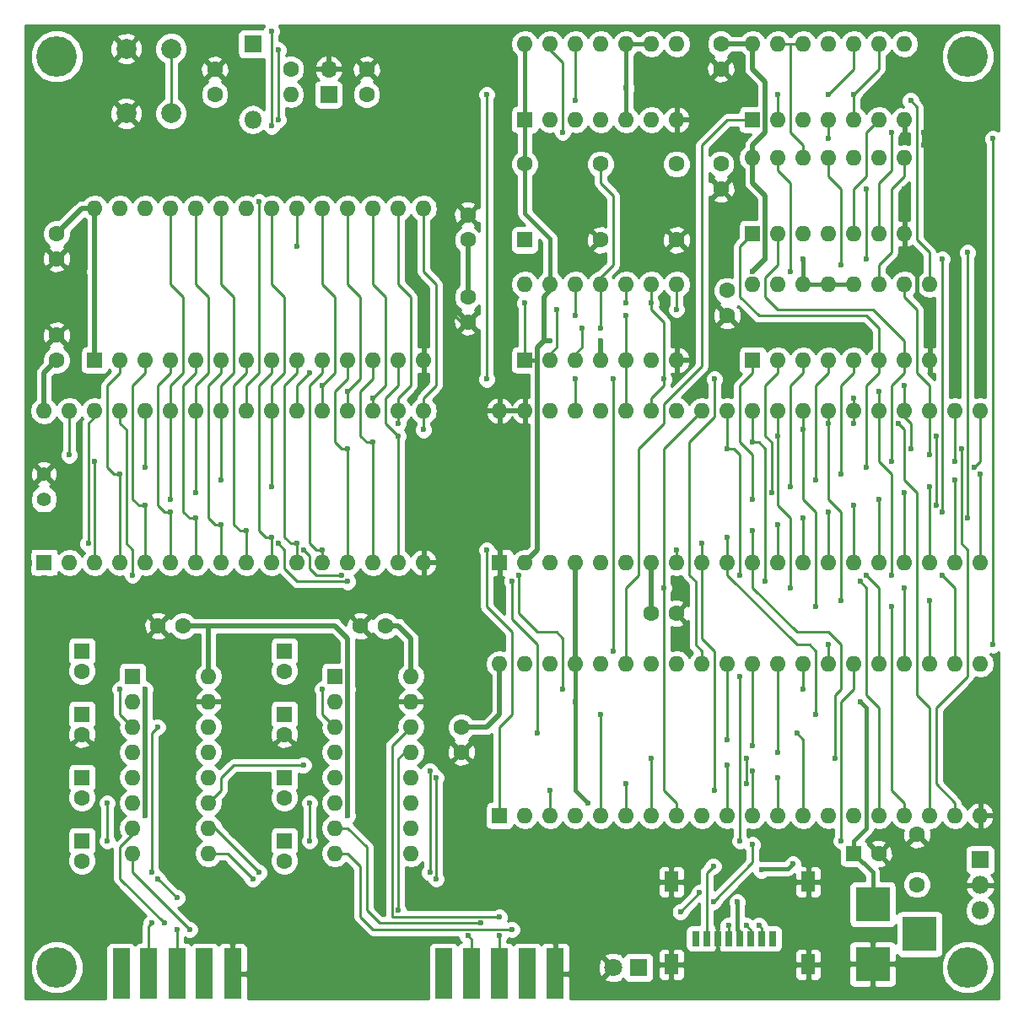
<source format=gbr>
G04 #@! TF.FileFunction,Copper,L1,Top,Signal*
%FSLAX46Y46*%
G04 Gerber Fmt 4.6, Leading zero omitted, Abs format (unit mm)*
G04 Created by KiCad (PCBNEW 4.0.7-e2-6376~58~ubuntu16.04.1) date Tue May 29 14:50:19 2018*
%MOMM*%
%LPD*%
G01*
G04 APERTURE LIST*
%ADD10C,0.100000*%
%ADD11R,1.600000X1.600000*%
%ADD12O,1.600000X1.600000*%
%ADD13R,0.800000X1.500000*%
%ADD14R,1.450000X2.000000*%
%ADD15R,1.780000X5.080000*%
%ADD16C,1.600000*%
%ADD17R,3.500000X3.500000*%
%ADD18C,2.000000*%
%ADD19R,1.800000X1.800000*%
%ADD20O,1.800000X1.800000*%
%ADD21C,4.064000*%
%ADD22R,1.700000X1.700000*%
%ADD23O,1.700000X1.700000*%
%ADD24C,1.400000*%
%ADD25C,1.800000*%
%ADD26C,0.600000*%
%ADD27C,0.250000*%
%ADD28C,0.400000*%
%ADD29C,0.500000*%
%ADD30C,0.254000*%
G04 APERTURE END LIST*
D10*
D11*
X180340000Y-58420000D03*
D12*
X195580000Y-50800000D03*
X182880000Y-58420000D03*
X193040000Y-50800000D03*
X185420000Y-58420000D03*
X190500000Y-50800000D03*
X187960000Y-58420000D03*
X187960000Y-50800000D03*
X190500000Y-58420000D03*
X185420000Y-50800000D03*
X193040000Y-58420000D03*
X182880000Y-50800000D03*
X195580000Y-58420000D03*
X180340000Y-50800000D03*
D11*
X157480000Y-71120000D03*
D12*
X172720000Y-63500000D03*
X160020000Y-71120000D03*
X170180000Y-63500000D03*
X162560000Y-71120000D03*
X167640000Y-63500000D03*
X165100000Y-71120000D03*
X165100000Y-63500000D03*
X167640000Y-71120000D03*
X162560000Y-63500000D03*
X170180000Y-71120000D03*
X160020000Y-63500000D03*
X172720000Y-71120000D03*
X157480000Y-63500000D03*
D13*
X182345000Y-129185000D03*
X181245000Y-129185000D03*
X180145000Y-129185000D03*
X179045000Y-129185000D03*
X177945000Y-129185000D03*
X176845000Y-129185000D03*
X175745000Y-129185000D03*
X174645000Y-129185000D03*
D14*
X185945000Y-123485000D03*
X185945000Y-131785000D03*
X172195000Y-123485000D03*
X172195000Y-131785000D03*
D11*
X154940000Y-116840000D03*
D12*
X203200000Y-101600000D03*
X157480000Y-116840000D03*
X200660000Y-101600000D03*
X160020000Y-116840000D03*
X198120000Y-101600000D03*
X162560000Y-116840000D03*
X195580000Y-101600000D03*
X165100000Y-116840000D03*
X193040000Y-101600000D03*
X167640000Y-116840000D03*
X190500000Y-101600000D03*
X170180000Y-116840000D03*
X187960000Y-101600000D03*
X172720000Y-116840000D03*
X185420000Y-101600000D03*
X175260000Y-116840000D03*
X182880000Y-101600000D03*
X177800000Y-116840000D03*
X180340000Y-101600000D03*
X180340000Y-116840000D03*
X177800000Y-101600000D03*
X182880000Y-116840000D03*
X175260000Y-101600000D03*
X185420000Y-116840000D03*
X172720000Y-101600000D03*
X187960000Y-116840000D03*
X170180000Y-101600000D03*
X190500000Y-116840000D03*
X167640000Y-101600000D03*
X193040000Y-116840000D03*
X165100000Y-101600000D03*
X195580000Y-116840000D03*
X162560000Y-101600000D03*
X198120000Y-116840000D03*
X160020000Y-101600000D03*
X200660000Y-116840000D03*
X157480000Y-101600000D03*
X203200000Y-116840000D03*
X154940000Y-101600000D03*
D15*
X119755000Y-132715000D03*
X122555000Y-132715000D03*
X125345000Y-132715000D03*
X128145000Y-132715000D03*
X116965000Y-132715000D03*
D11*
X133350000Y-100330000D03*
D16*
X133350000Y-102330000D03*
D11*
X133350000Y-113030000D03*
D16*
X133350000Y-115030000D03*
D11*
X133350000Y-119380000D03*
D16*
X133350000Y-121380000D03*
D11*
X133350000Y-106680000D03*
D16*
X133350000Y-108680000D03*
X126365000Y-44450000D03*
X126365000Y-41950000D03*
X141605000Y-44450000D03*
X141605000Y-41950000D03*
X123190000Y-97790000D03*
X120690000Y-97790000D03*
X177800000Y-64135000D03*
X177800000Y-66635000D03*
X177165000Y-39370000D03*
X177165000Y-41870000D03*
X151130000Y-107950000D03*
X151130000Y-110450000D03*
X110490000Y-58420000D03*
X110490000Y-60920000D03*
X177165000Y-51435000D03*
X177165000Y-53935000D03*
X170180000Y-96520000D03*
X172680000Y-96520000D03*
X151765000Y-59055000D03*
X151765000Y-56555000D03*
X110490000Y-71120000D03*
X110490000Y-68620000D03*
X143510000Y-97790000D03*
X141010000Y-97790000D03*
X151765000Y-64770000D03*
X151765000Y-67270000D03*
D11*
X113030000Y-100330000D03*
D16*
X113030000Y-102330000D03*
D11*
X113030000Y-113030000D03*
D16*
X113030000Y-115030000D03*
D11*
X113030000Y-106680000D03*
D16*
X113030000Y-108680000D03*
D11*
X113030000Y-119380000D03*
D16*
X113030000Y-121380000D03*
D15*
X152140000Y-132715000D03*
X154940000Y-132715000D03*
X157730000Y-132715000D03*
X160530000Y-132715000D03*
X149350000Y-132715000D03*
D17*
X192405000Y-125730000D03*
X192405000Y-131730000D03*
X197105000Y-128730000D03*
D16*
X133985000Y-41910000D03*
D12*
X133985000Y-44450000D03*
D18*
X121975000Y-46355000D03*
X117475000Y-46355000D03*
X121975000Y-39855000D03*
X117475000Y-39855000D03*
D11*
X154940000Y-91440000D03*
D12*
X203200000Y-76200000D03*
X157480000Y-91440000D03*
X200660000Y-76200000D03*
X160020000Y-91440000D03*
X198120000Y-76200000D03*
X162560000Y-91440000D03*
X195580000Y-76200000D03*
X165100000Y-91440000D03*
X193040000Y-76200000D03*
X167640000Y-91440000D03*
X190500000Y-76200000D03*
X170180000Y-91440000D03*
X187960000Y-76200000D03*
X172720000Y-91440000D03*
X185420000Y-76200000D03*
X175260000Y-91440000D03*
X182880000Y-76200000D03*
X177800000Y-91440000D03*
X180340000Y-76200000D03*
X180340000Y-91440000D03*
X177800000Y-76200000D03*
X182880000Y-91440000D03*
X175260000Y-76200000D03*
X185420000Y-91440000D03*
X172720000Y-76200000D03*
X187960000Y-91440000D03*
X170180000Y-76200000D03*
X190500000Y-91440000D03*
X167640000Y-76200000D03*
X193040000Y-91440000D03*
X165100000Y-76200000D03*
X195580000Y-91440000D03*
X162560000Y-76200000D03*
X198120000Y-91440000D03*
X160020000Y-76200000D03*
X200660000Y-91440000D03*
X157480000Y-76200000D03*
X203200000Y-91440000D03*
X154940000Y-76200000D03*
D11*
X180340000Y-46990000D03*
D12*
X195580000Y-39370000D03*
X182880000Y-46990000D03*
X193040000Y-39370000D03*
X185420000Y-46990000D03*
X190500000Y-39370000D03*
X187960000Y-46990000D03*
X187960000Y-39370000D03*
X190500000Y-46990000D03*
X185420000Y-39370000D03*
X193040000Y-46990000D03*
X182880000Y-39370000D03*
X195580000Y-46990000D03*
X180340000Y-39370000D03*
D11*
X138430000Y-102870000D03*
D12*
X146050000Y-120650000D03*
X138430000Y-105410000D03*
X146050000Y-118110000D03*
X138430000Y-107950000D03*
X146050000Y-115570000D03*
X138430000Y-110490000D03*
X146050000Y-113030000D03*
X138430000Y-113030000D03*
X146050000Y-110490000D03*
X138430000Y-115570000D03*
X146050000Y-107950000D03*
X138430000Y-118110000D03*
X146050000Y-105410000D03*
X138430000Y-120650000D03*
X146050000Y-102870000D03*
D11*
X114300000Y-71120000D03*
D12*
X147320000Y-55880000D03*
X116840000Y-71120000D03*
X144780000Y-55880000D03*
X119380000Y-71120000D03*
X142240000Y-55880000D03*
X121920000Y-71120000D03*
X139700000Y-55880000D03*
X124460000Y-71120000D03*
X137160000Y-55880000D03*
X127000000Y-71120000D03*
X134620000Y-55880000D03*
X129540000Y-71120000D03*
X132080000Y-55880000D03*
X132080000Y-71120000D03*
X129540000Y-55880000D03*
X134620000Y-71120000D03*
X127000000Y-55880000D03*
X137160000Y-71120000D03*
X124460000Y-55880000D03*
X139700000Y-71120000D03*
X121920000Y-55880000D03*
X142240000Y-71120000D03*
X119380000Y-55880000D03*
X144780000Y-71120000D03*
X116840000Y-55880000D03*
X147320000Y-71120000D03*
X114300000Y-55880000D03*
D11*
X118110000Y-102870000D03*
D12*
X125730000Y-120650000D03*
X118110000Y-105410000D03*
X125730000Y-118110000D03*
X118110000Y-107950000D03*
X125730000Y-115570000D03*
X118110000Y-110490000D03*
X125730000Y-113030000D03*
X118110000Y-113030000D03*
X125730000Y-110490000D03*
X118110000Y-115570000D03*
X125730000Y-107950000D03*
X118110000Y-118110000D03*
X125730000Y-105410000D03*
X118110000Y-120650000D03*
X125730000Y-102870000D03*
D19*
X203200000Y-121285000D03*
D20*
X203200000Y-123825000D03*
X203200000Y-126365000D03*
D21*
X110490000Y-132080000D03*
X201930000Y-40640000D03*
X110490000Y-40640000D03*
X201930000Y-132080000D03*
D11*
X157480000Y-59055000D03*
D16*
X157480000Y-51435000D03*
X172720000Y-51435000D03*
X172720000Y-59055000D03*
D11*
X157480000Y-59055000D03*
D16*
X157480000Y-51435000D03*
X165100000Y-51435000D03*
X165100000Y-59055000D03*
X196850000Y-118745000D03*
X196850000Y-123745000D03*
D11*
X190500000Y-120650000D03*
D16*
X193000000Y-120650000D03*
D19*
X130175000Y-39370000D03*
D20*
X130175000Y-46990000D03*
D22*
X137795000Y-44450000D03*
D23*
X137795000Y-41910000D03*
D11*
X109220000Y-91440000D03*
D12*
X147320000Y-76200000D03*
X111760000Y-91440000D03*
X144780000Y-76200000D03*
X114300000Y-91440000D03*
X142240000Y-76200000D03*
X116840000Y-91440000D03*
X139700000Y-76200000D03*
X119380000Y-91440000D03*
X137160000Y-76200000D03*
X121920000Y-91440000D03*
X134620000Y-76200000D03*
X124460000Y-91440000D03*
X132080000Y-76200000D03*
X127000000Y-91440000D03*
X129540000Y-76200000D03*
X129540000Y-91440000D03*
X127000000Y-76200000D03*
X132080000Y-91440000D03*
X124460000Y-76200000D03*
X134620000Y-91440000D03*
X121920000Y-76200000D03*
X137160000Y-91440000D03*
X119380000Y-76200000D03*
X139700000Y-91440000D03*
X116840000Y-76200000D03*
X142240000Y-91440000D03*
X114300000Y-76200000D03*
X144780000Y-91440000D03*
X111760000Y-76200000D03*
X147320000Y-91440000D03*
X109220000Y-76200000D03*
D24*
X109220000Y-85090000D03*
X109220000Y-82550000D03*
D19*
X168910000Y-132080000D03*
D25*
X166370000Y-132080000D03*
D11*
X157480000Y-46990000D03*
D12*
X172720000Y-39370000D03*
X160020000Y-46990000D03*
X170180000Y-39370000D03*
X162560000Y-46990000D03*
X167640000Y-39370000D03*
X165100000Y-46990000D03*
X165100000Y-39370000D03*
X167640000Y-46990000D03*
X162560000Y-39370000D03*
X170180000Y-46990000D03*
X160020000Y-39370000D03*
X172720000Y-46990000D03*
X157480000Y-39370000D03*
D11*
X180340000Y-71120000D03*
D12*
X198120000Y-63500000D03*
X182880000Y-71120000D03*
X195580000Y-63500000D03*
X185420000Y-71120000D03*
X193040000Y-63500000D03*
X187960000Y-71120000D03*
X190500000Y-63500000D03*
X190500000Y-71120000D03*
X187960000Y-63500000D03*
X193040000Y-71120000D03*
X185420000Y-63500000D03*
X195580000Y-71120000D03*
X182880000Y-63500000D03*
X198120000Y-71120000D03*
X180340000Y-63500000D03*
D26*
X137160000Y-104140000D03*
X135890000Y-119380000D03*
X135890000Y-115570000D03*
X133350000Y-106680000D03*
X181610000Y-60960000D03*
X185420000Y-60960000D03*
X167640000Y-43815000D03*
X163830000Y-115570000D03*
X167640000Y-65405000D03*
X157480000Y-65405000D03*
X162560000Y-105410000D03*
X191135000Y-105410000D03*
X114300000Y-62230000D03*
X180340000Y-62230000D03*
X139700000Y-116840000D03*
X139700000Y-104140000D03*
X119380000Y-116840000D03*
X119380000Y-104140000D03*
X170180000Y-93345000D03*
X162560000Y-93345000D03*
X165100000Y-69215000D03*
X160020000Y-69215000D03*
X197485000Y-48260000D03*
X197485000Y-49530000D03*
X195580000Y-53975000D03*
X168275000Y-122555000D03*
X172212000Y-122682000D03*
X182880000Y-120650000D03*
X185928000Y-122682000D03*
X153670000Y-73025000D03*
X153670000Y-44450000D03*
X166370000Y-100330000D03*
X166370000Y-73025000D03*
X162560000Y-73025000D03*
X116840000Y-104140000D03*
X115570000Y-119380000D03*
X115570000Y-115570000D03*
X144780000Y-126365000D03*
X151765000Y-128905000D03*
X154940000Y-128905000D03*
X154940000Y-127000000D03*
X156210000Y-128270000D03*
X153035000Y-127635000D03*
X120015000Y-127635000D03*
X120015000Y-122555000D03*
X120650000Y-107950000D03*
X122555000Y-128270000D03*
X122555000Y-125095000D03*
X120650000Y-123190000D03*
X123825000Y-128270000D03*
X121285000Y-127635000D03*
X191770000Y-81915000D03*
X202565000Y-81915000D03*
X119380000Y-81915000D03*
X194310000Y-81280000D03*
X114300000Y-81280000D03*
X200660000Y-81280000D03*
X184150000Y-62230000D03*
X198120000Y-80645000D03*
X111760000Y-80645000D03*
X201295000Y-80010000D03*
X196215000Y-80010000D03*
X195580000Y-73660000D03*
X137160000Y-73660000D03*
X139700000Y-74295000D03*
X194310000Y-92710000D03*
X199390000Y-92710000D03*
X193040000Y-74295000D03*
X142240000Y-74930000D03*
X190500000Y-74930000D03*
X190500000Y-77470000D03*
X194945000Y-77470000D03*
X144780000Y-77470000D03*
X187960000Y-77470000D03*
X189230000Y-95250000D03*
X198120000Y-95250000D03*
X153670000Y-90170000D03*
X172720000Y-90170000D03*
X137160000Y-90170000D03*
X147320000Y-78105000D03*
X186690000Y-95885000D03*
X194310000Y-95885000D03*
X185420000Y-78105000D03*
X160020000Y-114300000D03*
X176530000Y-114300000D03*
X175260000Y-89535000D03*
X134620000Y-89535000D03*
X184150000Y-93980000D03*
X195580000Y-93980000D03*
X182880000Y-78740000D03*
X144780000Y-78740000D03*
X165100000Y-106680000D03*
X186690000Y-106680000D03*
X177800000Y-88900000D03*
X132080000Y-88900000D03*
X181610000Y-93345000D03*
X191135000Y-93345000D03*
X180340000Y-79375000D03*
X142240000Y-79375000D03*
X167640000Y-113665000D03*
X179705000Y-113665000D03*
X179705000Y-111125000D03*
X188595000Y-111125000D03*
X180340000Y-88265000D03*
X129540000Y-88265000D03*
X139700000Y-80010000D03*
X179070000Y-92710000D03*
X191770000Y-92710000D03*
X177800000Y-80010000D03*
X182880000Y-87630000D03*
X127000000Y-87630000D03*
X171450000Y-93980000D03*
X118110000Y-92710000D03*
X201930000Y-60325000D03*
X201930000Y-86995000D03*
X185420000Y-86995000D03*
X124460000Y-86995000D03*
X191770000Y-53975000D03*
X191770000Y-60960000D03*
X199390000Y-60960000D03*
X199390000Y-86360000D03*
X187960000Y-86360000D03*
X121920000Y-86360000D03*
X170180000Y-65405000D03*
X171450000Y-73025000D03*
X176530000Y-73025000D03*
X189230000Y-61595000D03*
X198755000Y-78740000D03*
X198755000Y-85725000D03*
X190500000Y-85725000D03*
X119380000Y-85725000D03*
X162560000Y-66675000D03*
X167640000Y-66675000D03*
X180340000Y-85090000D03*
X121920000Y-85090000D03*
X193040000Y-85090000D03*
X182245000Y-84455000D03*
X124460000Y-84455000D03*
X195580000Y-84455000D03*
X184150000Y-83820000D03*
X198120000Y-83820000D03*
X132080000Y-83820000D03*
X186690000Y-83185000D03*
X200660000Y-83185000D03*
X127000000Y-83185000D03*
X189230000Y-82550000D03*
X116840000Y-82550000D03*
X203200000Y-82550000D03*
X132715000Y-40005000D03*
X132715000Y-46990000D03*
X130810000Y-55245000D03*
X196215000Y-45085000D03*
X182880000Y-44450000D03*
X187960000Y-44450000D03*
X134620000Y-59690000D03*
X204470000Y-48895000D03*
X187960000Y-48895000D03*
X204470000Y-99695000D03*
X187960000Y-99695000D03*
X135890000Y-72390000D03*
X160655000Y-66040000D03*
X172720000Y-66040000D03*
X182880000Y-113030000D03*
X180340000Y-112395000D03*
X177800000Y-111760000D03*
X189230000Y-119380000D03*
X170180000Y-111125000D03*
X148590000Y-113030000D03*
X148590000Y-123190000D03*
X130175000Y-123190000D03*
X130810000Y-122555000D03*
X182880000Y-110490000D03*
X147955000Y-112395000D03*
X147955000Y-122555000D03*
X180340000Y-109855000D03*
X135255000Y-111760000D03*
X177800000Y-109220000D03*
X180314000Y-119761000D03*
X176403000Y-125476000D03*
X179070000Y-102870000D03*
X179070000Y-119380000D03*
X132080000Y-47625000D03*
X132080000Y-38100000D03*
X139700000Y-93345000D03*
X132715000Y-89535000D03*
X113665000Y-89535000D03*
X156210000Y-93345000D03*
X158750000Y-108585000D03*
X184785000Y-108585000D03*
X139065000Y-92710000D03*
X185420000Y-104140000D03*
X161290000Y-104140000D03*
X156845000Y-92710000D03*
X135255000Y-90170000D03*
X163195000Y-67945000D03*
X165100000Y-67945000D03*
X178816000Y-125476000D03*
X184404000Y-121666000D03*
X181229000Y-122301000D03*
X176403000Y-121920000D03*
X180975000Y-127889000D03*
X179705000Y-127889000D03*
X177927000Y-127889000D03*
X161290000Y-48260000D03*
X194310000Y-48260000D03*
X173101000Y-126492000D03*
X175006000Y-124587000D03*
X190500000Y-44450000D03*
X162560000Y-45085000D03*
D27*
X137160000Y-106680000D02*
X138430000Y-107950000D01*
X137160000Y-104140000D02*
X137160000Y-106680000D01*
X135890000Y-119380000D02*
X135890000Y-115570000D01*
D28*
X185420000Y-63500000D02*
X185420000Y-60960000D01*
X187960000Y-63500000D02*
X185420000Y-63500000D01*
X190500000Y-63500000D02*
X187960000Y-63500000D01*
X157480000Y-46990000D02*
X157480000Y-39370000D01*
X157480000Y-51435000D02*
X157480000Y-46990000D01*
X167640000Y-39370000D02*
X170180000Y-39370000D01*
X167640000Y-46990000D02*
X167640000Y-43815000D01*
X167640000Y-43815000D02*
X167640000Y-39370000D01*
X162560000Y-105410000D02*
X162560000Y-114300000D01*
X162560000Y-114300000D02*
X163830000Y-115570000D01*
X157480000Y-71120000D02*
X158750000Y-71120000D01*
D27*
X157480000Y-71120000D02*
X157480000Y-65405000D01*
X167640000Y-65405000D02*
X167640000Y-63500000D01*
D28*
X157480000Y-51435000D02*
X157480000Y-56388000D01*
X160020000Y-58928000D02*
X160020000Y-63500000D01*
X157480000Y-56388000D02*
X160020000Y-58928000D01*
X190500000Y-120650000D02*
X190500000Y-119380000D01*
X162560000Y-105410000D02*
X162560000Y-101600000D01*
X191770000Y-106045000D02*
X191135000Y-105410000D01*
X191770000Y-118110000D02*
X191770000Y-107950000D01*
X191770000Y-107950000D02*
X191770000Y-106045000D01*
X190500000Y-119380000D02*
X191770000Y-118110000D01*
X192405000Y-125730000D02*
X192405000Y-122555000D01*
X192405000Y-122555000D02*
X190500000Y-120650000D01*
D29*
X114300000Y-55880000D02*
X114300000Y-62230000D01*
X114300000Y-62230000D02*
X114300000Y-71120000D01*
X119380000Y-104140000D02*
X119380000Y-116840000D01*
X180340000Y-39370000D02*
X177165000Y-39370000D01*
X180340000Y-50800000D02*
X180340000Y-49530000D01*
X180340000Y-49530000D02*
X181610000Y-48260000D01*
X181610000Y-48260000D02*
X181610000Y-43180000D01*
X181610000Y-43180000D02*
X180340000Y-41910000D01*
X180340000Y-41910000D02*
X180340000Y-39370000D01*
X180340000Y-62230000D02*
X181610000Y-60960000D01*
X181610000Y-60960000D02*
X181610000Y-54610000D01*
X181610000Y-54610000D02*
X180340000Y-53340000D01*
X180340000Y-53340000D02*
X180340000Y-50800000D01*
X165100000Y-69215000D02*
X165100000Y-71120000D01*
X159385000Y-69215000D02*
X159385000Y-64770000D01*
X159385000Y-64770000D02*
X160020000Y-64135000D01*
X160020000Y-64135000D02*
X160020000Y-63500000D01*
X157480000Y-91440000D02*
X158750000Y-90170000D01*
X158750000Y-90170000D02*
X158750000Y-71120000D01*
X158750000Y-71120000D02*
X158750000Y-69850000D01*
X158750000Y-69850000D02*
X159385000Y-69215000D01*
X159385000Y-69215000D02*
X160020000Y-69215000D01*
X170180000Y-91440000D02*
X170180000Y-95250000D01*
X170180000Y-95250000D02*
X170180000Y-96520000D01*
X162560000Y-101600000D02*
X162560000Y-91440000D01*
X154940000Y-106680000D02*
X153670000Y-107950000D01*
X153670000Y-107950000D02*
X151130000Y-107950000D01*
X154940000Y-101600000D02*
X154940000Y-106680000D01*
X143510000Y-97790000D02*
X144780000Y-97790000D01*
X144780000Y-97790000D02*
X146050000Y-99060000D01*
X146050000Y-99060000D02*
X146050000Y-102870000D01*
X123190000Y-97790000D02*
X138430000Y-97790000D01*
X138430000Y-97790000D02*
X139700000Y-99060000D01*
X139700000Y-99060000D02*
X139700000Y-104140000D01*
X139700000Y-104140000D02*
X139700000Y-116840000D01*
X125730000Y-102870000D02*
X125730000Y-97790000D01*
X151765000Y-59055000D02*
X151765000Y-64770000D01*
X109220000Y-72390000D02*
X110490000Y-71120000D01*
X110490000Y-58420000D02*
X113030000Y-55880000D01*
X113030000Y-55880000D02*
X114300000Y-55880000D01*
D27*
X113030000Y-55880000D02*
X114300000Y-55880000D01*
X123190000Y-97790000D02*
X125730000Y-97790000D01*
X125730000Y-97790000D02*
X138430000Y-97790000D01*
X138430000Y-97790000D02*
X139700000Y-99060000D01*
X139700000Y-104140000D02*
X139700000Y-99060000D01*
X139700000Y-99060000D02*
X138430000Y-97790000D01*
X139700000Y-104140000D02*
X139700000Y-116840000D01*
X146050000Y-99060000D02*
X146050000Y-102870000D01*
X144780000Y-97790000D02*
X146050000Y-99060000D01*
X123190000Y-97790000D02*
X123825000Y-97790000D01*
X170180000Y-93345000D02*
X170180000Y-95250000D01*
X170180000Y-95250000D02*
X170180000Y-96520000D01*
X151130000Y-107950000D02*
X153035000Y-107950000D01*
X153035000Y-107950000D02*
X153670000Y-107950000D01*
X160020000Y-69215000D02*
X159385000Y-69215000D01*
X158750000Y-69850000D02*
X158750000Y-90170000D01*
X159385000Y-69215000D02*
X158750000Y-69850000D01*
X170180000Y-93345000D02*
X170180000Y-91440000D01*
X180340000Y-50800000D02*
X180340000Y-53340000D01*
X181610000Y-54610000D02*
X181610000Y-60960000D01*
X180340000Y-53340000D02*
X181610000Y-54610000D01*
X180340000Y-39370000D02*
X180340000Y-41910000D01*
X181610000Y-48260000D02*
X180340000Y-49530000D01*
X181610000Y-43180000D02*
X181610000Y-48260000D01*
X180340000Y-41910000D02*
X181610000Y-43180000D01*
X110490000Y-71120000D02*
X109220000Y-72390000D01*
X162560000Y-93345000D02*
X162560000Y-91440000D01*
D29*
X109220000Y-76200000D02*
X109220000Y-72390000D01*
D28*
X195580000Y-58420000D02*
X195580000Y-53975000D01*
X197485000Y-49530000D02*
X197485000Y-48260000D01*
X198120000Y-71120000D02*
X198120000Y-66040000D01*
X195580000Y-59690000D02*
X195580000Y-58420000D01*
X196850000Y-60960000D02*
X195580000Y-59690000D01*
X196850000Y-64770000D02*
X196850000Y-60960000D01*
X198120000Y-66040000D02*
X196850000Y-64770000D01*
X172195000Y-123485000D02*
X169205000Y-123485000D01*
X169205000Y-123485000D02*
X168275000Y-122555000D01*
X172195000Y-131785000D02*
X185945000Y-131785000D01*
D27*
X172212000Y-122682000D02*
X172195000Y-122699000D01*
D28*
X182880000Y-120650000D02*
X185420000Y-120650000D01*
X185420000Y-120650000D02*
X185945000Y-121175000D01*
X185945000Y-121175000D02*
X185945000Y-123485000D01*
D27*
X151765000Y-67270000D02*
X151090000Y-67270000D01*
X151090000Y-67270000D02*
X149860000Y-66040000D01*
X149860000Y-58460000D02*
X151765000Y-56555000D01*
X149860000Y-66040000D02*
X149860000Y-58460000D01*
X141010000Y-97790000D02*
X141010000Y-97830000D01*
X146050000Y-105410000D02*
X146685000Y-105410000D01*
X154940000Y-91440000D02*
X154940000Y-76200000D01*
X171855000Y-131445000D02*
X172195000Y-131785000D01*
X185928000Y-122682000D02*
X185945000Y-122699000D01*
X185945000Y-122699000D02*
X185945000Y-123485000D01*
X172195000Y-122699000D02*
X172195000Y-123485000D01*
X172195000Y-131785000D02*
X172195000Y-123485000D01*
X185945000Y-123485000D02*
X185945000Y-131785000D01*
X198120000Y-71120000D02*
X198120000Y-71755000D01*
X121975000Y-39855000D02*
X121975000Y-46355000D01*
X153670000Y-44450000D02*
X153670000Y-47625000D01*
X153670000Y-50800000D02*
X153670000Y-47625000D01*
X153670000Y-73025000D02*
X153670000Y-71755000D01*
X153670000Y-71755000D02*
X153670000Y-62230000D01*
X153670000Y-62230000D02*
X153670000Y-52070000D01*
X153670000Y-52070000D02*
X153670000Y-50800000D01*
X166370000Y-92710000D02*
X166370000Y-100330000D01*
X162560000Y-76200000D02*
X162560000Y-73025000D01*
X166370000Y-92710000D02*
X166370000Y-92075000D01*
X166370000Y-77470000D02*
X166370000Y-92710000D01*
X166370000Y-73025000D02*
X166370000Y-77470000D01*
X116840000Y-106680000D02*
X118110000Y-107950000D01*
X116840000Y-104140000D02*
X116840000Y-106680000D01*
X115570000Y-119380000D02*
X115570000Y-115570000D01*
X146050000Y-110490000D02*
X145415000Y-110490000D01*
X145415000Y-110490000D02*
X144780000Y-111125000D01*
X144780000Y-111125000D02*
X144780000Y-125730000D01*
X144780000Y-125730000D02*
X144780000Y-126365000D01*
X151765000Y-128905000D02*
X152140000Y-129280000D01*
X152140000Y-129280000D02*
X152140000Y-132715000D01*
X146050000Y-107950000D02*
X144145000Y-109855000D01*
X154940000Y-128905000D02*
X154940000Y-132715000D01*
X144145000Y-127000000D02*
X154940000Y-127000000D01*
X144145000Y-109855000D02*
X144145000Y-127000000D01*
X138430000Y-120650000D02*
X139700000Y-120650000D01*
X142240000Y-128270000D02*
X156210000Y-128270000D01*
X140970000Y-127000000D02*
X142240000Y-128270000D01*
X140970000Y-121920000D02*
X140970000Y-127000000D01*
X139700000Y-120650000D02*
X140970000Y-121920000D01*
X138430000Y-118110000D02*
X139700000Y-118110000D01*
X142875000Y-127635000D02*
X153035000Y-127635000D01*
X141605000Y-126365000D02*
X142875000Y-127635000D01*
X141605000Y-120015000D02*
X141605000Y-126365000D01*
X139700000Y-118110000D02*
X141605000Y-120015000D01*
X119755000Y-127895000D02*
X119755000Y-132715000D01*
X120015000Y-127635000D02*
X119755000Y-127895000D01*
X120015000Y-119380000D02*
X120015000Y-122555000D01*
X120650000Y-107950000D02*
X120015000Y-108585000D01*
X120015000Y-108585000D02*
X120015000Y-119380000D01*
X122555000Y-128270000D02*
X122555000Y-132715000D01*
X120650000Y-123190000D02*
X122555000Y-125095000D01*
X118110000Y-120650000D02*
X118110000Y-122555000D01*
X118110000Y-122555000D02*
X123825000Y-128270000D01*
X118110000Y-118110000D02*
X118110000Y-118745000D01*
X118110000Y-118745000D02*
X116840000Y-120015000D01*
X116840000Y-120015000D02*
X116840000Y-123190000D01*
X116840000Y-123190000D02*
X121285000Y-127635000D01*
X193040000Y-71120000D02*
X193040000Y-67945000D01*
X179070000Y-59690000D02*
X180340000Y-58420000D01*
X179070000Y-64770000D02*
X179070000Y-59690000D01*
X180975000Y-66675000D02*
X179070000Y-64770000D01*
X191770000Y-66675000D02*
X180975000Y-66675000D01*
X193040000Y-67945000D02*
X191770000Y-66675000D01*
X193040000Y-71120000D02*
X193040000Y-72390000D01*
X191770000Y-73660000D02*
X191770000Y-81915000D01*
X193040000Y-72390000D02*
X191770000Y-73660000D01*
X203200000Y-81280000D02*
X203200000Y-76200000D01*
X202565000Y-81915000D02*
X203200000Y-81280000D01*
X119380000Y-76200000D02*
X119380000Y-81915000D01*
X193040000Y-71120000D02*
X193040000Y-71755000D01*
X195580000Y-71120000D02*
X195580000Y-69215000D01*
X182880000Y-61595000D02*
X182880000Y-58420000D01*
X181610000Y-62865000D02*
X182880000Y-61595000D01*
X181610000Y-64770000D02*
X181610000Y-62865000D01*
X182880000Y-66040000D02*
X181610000Y-64770000D01*
X192405000Y-66040000D02*
X182880000Y-66040000D01*
X195580000Y-69215000D02*
X192405000Y-66040000D01*
X195580000Y-71120000D02*
X195580000Y-72390000D01*
X194310000Y-73660000D02*
X194310000Y-81280000D01*
X195580000Y-72390000D02*
X194310000Y-73660000D01*
X200660000Y-76200000D02*
X200660000Y-81280000D01*
X114300000Y-81280000D02*
X114300000Y-91440000D01*
X182880000Y-52070000D02*
X182880000Y-50800000D01*
X184150000Y-53340000D02*
X182880000Y-52070000D01*
X184150000Y-62230000D02*
X184150000Y-53340000D01*
X198120000Y-76200000D02*
X198120000Y-73660000D01*
X195580000Y-64770000D02*
X195580000Y-63500000D01*
X196850000Y-66040000D02*
X195580000Y-64770000D01*
X196850000Y-72390000D02*
X196850000Y-66040000D01*
X198120000Y-73660000D02*
X196850000Y-72390000D01*
X198120000Y-80645000D02*
X198120000Y-76200000D01*
X111760000Y-76200000D02*
X111760000Y-80645000D01*
X195580000Y-76200000D02*
X195580000Y-76835000D01*
X195580000Y-76835000D02*
X196215000Y-77470000D01*
X200660000Y-115570000D02*
X200660000Y-116840000D01*
X198755000Y-113665000D02*
X200660000Y-115570000D01*
X198755000Y-106045000D02*
X198755000Y-113665000D01*
X201930000Y-102870000D02*
X198755000Y-106045000D01*
X201930000Y-90170000D02*
X201930000Y-102870000D01*
X201295000Y-89535000D02*
X201930000Y-90170000D01*
X201295000Y-80010000D02*
X201295000Y-89535000D01*
X196215000Y-77470000D02*
X196215000Y-80010000D01*
X137160000Y-63500000D02*
X137160000Y-55880000D01*
X138430000Y-64770000D02*
X137160000Y-63500000D01*
X195580000Y-76200000D02*
X195580000Y-73660000D01*
X138430000Y-72390000D02*
X138430000Y-64770000D01*
X137160000Y-73660000D02*
X138430000Y-72390000D01*
X137160000Y-73660000D02*
X137160000Y-76200000D01*
X140970000Y-73025000D02*
X139700000Y-74295000D01*
X140970000Y-64770000D02*
X140970000Y-73025000D01*
X139700000Y-76200000D02*
X139700000Y-74295000D01*
X139700000Y-63500000D02*
X140970000Y-64770000D01*
X139700000Y-55880000D02*
X139700000Y-63500000D01*
X200660000Y-101600000D02*
X200660000Y-93980000D01*
X193040000Y-81280000D02*
X193040000Y-76200000D01*
X194310000Y-82550000D02*
X193040000Y-81280000D01*
X194310000Y-89535000D02*
X194310000Y-82550000D01*
X194310000Y-92710000D02*
X194310000Y-89535000D01*
X200660000Y-93980000D02*
X199390000Y-92710000D01*
X193040000Y-74295000D02*
X193040000Y-76200000D01*
X143510000Y-73660000D02*
X142240000Y-74930000D01*
X143510000Y-64770000D02*
X143510000Y-73660000D01*
X142240000Y-74930000D02*
X142240000Y-76200000D01*
X142240000Y-63500000D02*
X143510000Y-64770000D01*
X142240000Y-55880000D02*
X142240000Y-63500000D01*
X198120000Y-116840000D02*
X198120000Y-106045000D01*
X190500000Y-77470000D02*
X190500000Y-76200000D01*
X195580000Y-78105000D02*
X194945000Y-77470000D01*
X195580000Y-83185000D02*
X195580000Y-78105000D01*
X196850000Y-84455000D02*
X195580000Y-83185000D01*
X196850000Y-104775000D02*
X196850000Y-84455000D01*
X198120000Y-106045000D02*
X196850000Y-104775000D01*
X190500000Y-76200000D02*
X190500000Y-74930000D01*
X144780000Y-74930000D02*
X144780000Y-76200000D01*
X146050000Y-73660000D02*
X144780000Y-74930000D01*
X146050000Y-64770000D02*
X146050000Y-73660000D01*
X144780000Y-77470000D02*
X144780000Y-76200000D01*
X144780000Y-63500000D02*
X146050000Y-64770000D01*
X144780000Y-55880000D02*
X144780000Y-63500000D01*
X198120000Y-101600000D02*
X198120000Y-95250000D01*
X187960000Y-85090000D02*
X187960000Y-77470000D01*
X189230000Y-86360000D02*
X187960000Y-85090000D01*
X189230000Y-95250000D02*
X189230000Y-86360000D01*
X187960000Y-76200000D02*
X187960000Y-77470000D01*
X154940000Y-116840000D02*
X154940000Y-107950000D01*
X153670000Y-95885000D02*
X153670000Y-90170000D01*
X156210000Y-98425000D02*
X153670000Y-95885000D01*
X156210000Y-106680000D02*
X156210000Y-98425000D01*
X154940000Y-107950000D02*
X156210000Y-106680000D01*
X137160000Y-71120000D02*
X137160000Y-72390000D01*
X137160000Y-72390000D02*
X135890000Y-73660000D01*
X172720000Y-92075000D02*
X172720000Y-90170000D01*
X135890000Y-73660000D02*
X135890000Y-89535000D01*
X136525000Y-90170000D02*
X137160000Y-90170000D01*
X135890000Y-89535000D02*
X136525000Y-90170000D01*
X137160000Y-90170000D02*
X137160000Y-91440000D01*
X147320000Y-74930000D02*
X147320000Y-76200000D01*
X148590000Y-73660000D02*
X147320000Y-74930000D01*
X148590000Y-63500000D02*
X148590000Y-73660000D01*
X147320000Y-76200000D02*
X147320000Y-78105000D01*
X147320000Y-62230000D02*
X148590000Y-63500000D01*
X195580000Y-116840000D02*
X195580000Y-115570000D01*
X185420000Y-85090000D02*
X185420000Y-78105000D01*
X186690000Y-86360000D02*
X185420000Y-85090000D01*
X186690000Y-93345000D02*
X186690000Y-86360000D01*
X186690000Y-95885000D02*
X186690000Y-93345000D01*
X194310000Y-114300000D02*
X194310000Y-95885000D01*
X195580000Y-115570000D02*
X194310000Y-114300000D01*
X147320000Y-55880000D02*
X147320000Y-62230000D01*
X185420000Y-78105000D02*
X185420000Y-76200000D01*
X175260000Y-91440000D02*
X175260000Y-99060000D01*
X160020000Y-114300000D02*
X160020000Y-116840000D01*
X176530000Y-100330000D02*
X176530000Y-114300000D01*
X175260000Y-99060000D02*
X176530000Y-100330000D01*
X134620000Y-72390000D02*
X134620000Y-71120000D01*
X133350000Y-73660000D02*
X134620000Y-72390000D01*
X133350000Y-88900000D02*
X133350000Y-73660000D01*
X175260000Y-91440000D02*
X175260000Y-89535000D01*
X133985000Y-89535000D02*
X133350000Y-88900000D01*
X134620000Y-89535000D02*
X133985000Y-89535000D01*
X134620000Y-89535000D02*
X134620000Y-91440000D01*
X144780000Y-73660000D02*
X144780000Y-71120000D01*
X143510000Y-74930000D02*
X144780000Y-73660000D01*
X195580000Y-101600000D02*
X195580000Y-93980000D01*
X182880000Y-85725000D02*
X182880000Y-78740000D01*
X184150000Y-86995000D02*
X182880000Y-85725000D01*
X184150000Y-93980000D02*
X184150000Y-86995000D01*
X182880000Y-76200000D02*
X182880000Y-78740000D01*
X143510000Y-77470000D02*
X143510000Y-74930000D01*
X144780000Y-78740000D02*
X143510000Y-77470000D01*
X144780000Y-78740000D02*
X144780000Y-91440000D01*
X177800000Y-91440000D02*
X177800000Y-92710000D01*
X165100000Y-106680000D02*
X165100000Y-116840000D01*
X186690000Y-100330000D02*
X186690000Y-106680000D01*
X186055000Y-99695000D02*
X186690000Y-100330000D01*
X184785000Y-99695000D02*
X186055000Y-99695000D01*
X177800000Y-92710000D02*
X184785000Y-99695000D01*
X132080000Y-71120000D02*
X132080000Y-72390000D01*
X132080000Y-72390000D02*
X130810000Y-73660000D01*
X177800000Y-91440000D02*
X177800000Y-88900000D01*
X130810000Y-73660000D02*
X130810000Y-88265000D01*
X131445000Y-88900000D02*
X132080000Y-88900000D01*
X130810000Y-88265000D02*
X131445000Y-88900000D01*
X132080000Y-88900000D02*
X132080000Y-91440000D01*
X142240000Y-73025000D02*
X142240000Y-71120000D01*
X140970000Y-74295000D02*
X142240000Y-73025000D01*
X140970000Y-78740000D02*
X140970000Y-74295000D01*
X193040000Y-116840000D02*
X193040000Y-106045000D01*
X180975000Y-79375000D02*
X180340000Y-79375000D01*
X181610000Y-80010000D02*
X180975000Y-79375000D01*
X181610000Y-89535000D02*
X181610000Y-80010000D01*
X181610000Y-93345000D02*
X181610000Y-89535000D01*
X191770000Y-93980000D02*
X191135000Y-93345000D01*
X191770000Y-104775000D02*
X191770000Y-93980000D01*
X193040000Y-106045000D02*
X191770000Y-104775000D01*
X180340000Y-79375000D02*
X180340000Y-76200000D01*
X141605000Y-79375000D02*
X140970000Y-78740000D01*
X142240000Y-79375000D02*
X141605000Y-79375000D01*
X142240000Y-91440000D02*
X142240000Y-79375000D01*
X167640000Y-116840000D02*
X167640000Y-113665000D01*
X179705000Y-113665000D02*
X179705000Y-111125000D01*
X188595000Y-111125000D02*
X188595000Y-104775000D01*
X188595000Y-104775000D02*
X189230000Y-104140000D01*
X189230000Y-104140000D02*
X189230000Y-99695000D01*
X189230000Y-99695000D02*
X187960000Y-98425000D01*
X187960000Y-98425000D02*
X184785000Y-98425000D01*
X184785000Y-98425000D02*
X180340000Y-93980000D01*
X180340000Y-93980000D02*
X180340000Y-91440000D01*
X129540000Y-72390000D02*
X129540000Y-71120000D01*
X128270000Y-73660000D02*
X129540000Y-72390000D01*
X128270000Y-87630000D02*
X128270000Y-73660000D01*
X180340000Y-88265000D02*
X180340000Y-91440000D01*
X129540000Y-88265000D02*
X128905000Y-88265000D01*
X128905000Y-88265000D02*
X128270000Y-87630000D01*
X129540000Y-91440000D02*
X129540000Y-88265000D01*
X139065000Y-80010000D02*
X139700000Y-80010000D01*
X138430000Y-79375000D02*
X139065000Y-80010000D01*
X138430000Y-74295000D02*
X138430000Y-79375000D01*
X139700000Y-91440000D02*
X139700000Y-80010000D01*
X139700000Y-73025000D02*
X138430000Y-74295000D01*
X139700000Y-71120000D02*
X139700000Y-73025000D01*
X193040000Y-101600000D02*
X193040000Y-93980000D01*
X178435000Y-80010000D02*
X177800000Y-80010000D01*
X179070000Y-80645000D02*
X178435000Y-80010000D01*
X179070000Y-88265000D02*
X179070000Y-80645000D01*
X179070000Y-92710000D02*
X179070000Y-88265000D01*
X193040000Y-93980000D02*
X191770000Y-92710000D01*
X177800000Y-80010000D02*
X177800000Y-76200000D01*
X127000000Y-71120000D02*
X127000000Y-72390000D01*
X127000000Y-72390000D02*
X125730000Y-73660000D01*
X182880000Y-91440000D02*
X182880000Y-87630000D01*
X125730000Y-73660000D02*
X125730000Y-86995000D01*
X126365000Y-87630000D02*
X127000000Y-87630000D01*
X125730000Y-86995000D02*
X126365000Y-87630000D01*
X127000000Y-87630000D02*
X127000000Y-91440000D01*
X116840000Y-76200000D02*
X116840000Y-77470000D01*
X118110000Y-90170000D02*
X118110000Y-92710000D01*
X117475000Y-89535000D02*
X118110000Y-90170000D01*
X117475000Y-78105000D02*
X117475000Y-89535000D01*
X116840000Y-77470000D02*
X117475000Y-78105000D01*
X172720000Y-116840000D02*
X172720000Y-115570000D01*
X171450000Y-80010000D02*
X175260000Y-76200000D01*
X171450000Y-114300000D02*
X171450000Y-93980000D01*
X171450000Y-93980000D02*
X171450000Y-80010000D01*
X172720000Y-115570000D02*
X171450000Y-114300000D01*
X172720000Y-116205000D02*
X172720000Y-116840000D01*
X201930000Y-86995000D02*
X201930000Y-60325000D01*
X124460000Y-72390000D02*
X124460000Y-71120000D01*
X123190000Y-73660000D02*
X124460000Y-72390000D01*
X123190000Y-86360000D02*
X123190000Y-73660000D01*
X185420000Y-86995000D02*
X185420000Y-91440000D01*
X124460000Y-86995000D02*
X123825000Y-86995000D01*
X123825000Y-86995000D02*
X123190000Y-86360000D01*
X124460000Y-91440000D02*
X124460000Y-86995000D01*
X191770000Y-60960000D02*
X191770000Y-53975000D01*
X199390000Y-86360000D02*
X199390000Y-60960000D01*
X121920000Y-71120000D02*
X121920000Y-72390000D01*
X121920000Y-72390000D02*
X120650000Y-73660000D01*
X187960000Y-91440000D02*
X187960000Y-86360000D01*
X120650000Y-73660000D02*
X120650000Y-85725000D01*
X121285000Y-86360000D02*
X121920000Y-86360000D01*
X120650000Y-85725000D02*
X121285000Y-86360000D01*
X121920000Y-86360000D02*
X121920000Y-91440000D01*
X175260000Y-101600000D02*
X175260000Y-100330000D01*
X176530000Y-76835000D02*
X176530000Y-73025000D01*
X173990000Y-79375000D02*
X176530000Y-76835000D01*
X173990000Y-92710000D02*
X173990000Y-79375000D01*
X174625000Y-93345000D02*
X173990000Y-92710000D01*
X174625000Y-99695000D02*
X174625000Y-93345000D01*
X175260000Y-100330000D02*
X174625000Y-99695000D01*
X170180000Y-63500000D02*
X170180000Y-62865000D01*
X170180000Y-64770000D02*
X170180000Y-65405000D01*
X170180000Y-64770000D02*
X170180000Y-63500000D01*
X170180000Y-65405000D02*
X170180000Y-66040000D01*
X170180000Y-66040000D02*
X171450000Y-67310000D01*
X171450000Y-67310000D02*
X171450000Y-73025000D01*
X170180000Y-74930000D02*
X170180000Y-76200000D01*
X171450000Y-73660000D02*
X170180000Y-74930000D01*
X171450000Y-73025000D02*
X171450000Y-73660000D01*
X182880000Y-63500000D02*
X182880000Y-64135000D01*
X187960000Y-52705000D02*
X187960000Y-50800000D01*
X189230000Y-53975000D02*
X187960000Y-52705000D01*
X189230000Y-57785000D02*
X189230000Y-53975000D01*
X189230000Y-61595000D02*
X189230000Y-57785000D01*
X198755000Y-85725000D02*
X198755000Y-78740000D01*
X119380000Y-72390000D02*
X119380000Y-71120000D01*
X118110000Y-73660000D02*
X119380000Y-72390000D01*
X118110000Y-85090000D02*
X118110000Y-73660000D01*
X190500000Y-85725000D02*
X190500000Y-91440000D01*
X118745000Y-85725000D02*
X118110000Y-85090000D01*
X119380000Y-85725000D02*
X118745000Y-85725000D01*
X119380000Y-91440000D02*
X119380000Y-85725000D01*
X167640000Y-69215000D02*
X167640000Y-66675000D01*
X162560000Y-63500000D02*
X162560000Y-66675000D01*
X167640000Y-69215000D02*
X167640000Y-71120000D01*
X167640000Y-76200000D02*
X167640000Y-71120000D01*
X180340000Y-71120000D02*
X180340000Y-72390000D01*
X180340000Y-80645000D02*
X180340000Y-85090000D01*
X179070000Y-79375000D02*
X180340000Y-80645000D01*
X179070000Y-73660000D02*
X179070000Y-79375000D01*
X180340000Y-72390000D02*
X179070000Y-73660000D01*
X121920000Y-73660000D02*
X121920000Y-76200000D01*
X123190000Y-72390000D02*
X121920000Y-73660000D01*
X123190000Y-64770000D02*
X123190000Y-72390000D01*
X121920000Y-76200000D02*
X121920000Y-85090000D01*
X121920000Y-63500000D02*
X123190000Y-64770000D01*
X121920000Y-55880000D02*
X121920000Y-63500000D01*
X193040000Y-85090000D02*
X193040000Y-91440000D01*
X182880000Y-71120000D02*
X182880000Y-72390000D01*
X182245000Y-79375000D02*
X182245000Y-84455000D01*
X181610000Y-78740000D02*
X182245000Y-79375000D01*
X181610000Y-73660000D02*
X181610000Y-78740000D01*
X182880000Y-72390000D02*
X181610000Y-73660000D01*
X182880000Y-71120000D02*
X182880000Y-71755000D01*
X124460000Y-73660000D02*
X124460000Y-76200000D01*
X125730000Y-72390000D02*
X124460000Y-73660000D01*
X125730000Y-64770000D02*
X125730000Y-72390000D01*
X124460000Y-76200000D02*
X124460000Y-84455000D01*
X124460000Y-63500000D02*
X125730000Y-64770000D01*
X124460000Y-55880000D02*
X124460000Y-63500000D01*
X195580000Y-84455000D02*
X195580000Y-91440000D01*
X185420000Y-71120000D02*
X185420000Y-72390000D01*
X184150000Y-73660000D02*
X184150000Y-83820000D01*
X185420000Y-72390000D02*
X184150000Y-73660000D01*
X132080000Y-63500000D02*
X132080000Y-55880000D01*
X133350000Y-64770000D02*
X132080000Y-63500000D01*
X133350000Y-72390000D02*
X133350000Y-64770000D01*
X198120000Y-91440000D02*
X198120000Y-83820000D01*
X132080000Y-73660000D02*
X133350000Y-72390000D01*
X132080000Y-76200000D02*
X132080000Y-73660000D01*
X132080000Y-83820000D02*
X132080000Y-76200000D01*
X187960000Y-71120000D02*
X187960000Y-72390000D01*
X186690000Y-73660000D02*
X186690000Y-83185000D01*
X187960000Y-72390000D02*
X186690000Y-73660000D01*
X200660000Y-83185000D02*
X200660000Y-91440000D01*
X127000000Y-76200000D02*
X127000000Y-83185000D01*
X187960000Y-71120000D02*
X187960000Y-71755000D01*
X127000000Y-73660000D02*
X127000000Y-76200000D01*
X128270000Y-72390000D02*
X127000000Y-73660000D01*
X128270000Y-64770000D02*
X128270000Y-72390000D01*
X127000000Y-63500000D02*
X128270000Y-64770000D01*
X127000000Y-55880000D02*
X127000000Y-63500000D01*
X190500000Y-71120000D02*
X190500000Y-72390000D01*
X189230000Y-73660000D02*
X189230000Y-82550000D01*
X190500000Y-72390000D02*
X189230000Y-73660000D01*
X116205000Y-82550000D02*
X116840000Y-82550000D01*
X115570000Y-81915000D02*
X116205000Y-82550000D01*
X115570000Y-73660000D02*
X115570000Y-81915000D01*
X116840000Y-82550000D02*
X116840000Y-91440000D01*
X116840000Y-72390000D02*
X115570000Y-73660000D01*
X116840000Y-71120000D02*
X116840000Y-72390000D01*
X203200000Y-91440000D02*
X203200000Y-82550000D01*
X129540000Y-76200000D02*
X129540000Y-73660000D01*
X132715000Y-46990000D02*
X132715000Y-40005000D01*
X130810000Y-72390000D02*
X130810000Y-55245000D01*
X129540000Y-73660000D02*
X130810000Y-72390000D01*
X167640000Y-101600000D02*
X167640000Y-93980000D01*
X177800000Y-46990000D02*
X180340000Y-46990000D01*
X175260000Y-49530000D02*
X177800000Y-46990000D01*
X175260000Y-71755000D02*
X175260000Y-49530000D01*
X171450000Y-75565000D02*
X175260000Y-71755000D01*
X171450000Y-77470000D02*
X171450000Y-75565000D01*
X168910000Y-80010000D02*
X171450000Y-77470000D01*
X168910000Y-92710000D02*
X168910000Y-80010000D01*
X167640000Y-93980000D02*
X168910000Y-92710000D01*
X198120000Y-63500000D02*
X198120000Y-60325000D01*
X196850000Y-45720000D02*
X196215000Y-45085000D01*
X196850000Y-59055000D02*
X196850000Y-45720000D01*
X198120000Y-60325000D02*
X196850000Y-59055000D01*
X190500000Y-39370000D02*
X190500000Y-41910000D01*
X182880000Y-44450000D02*
X182880000Y-46990000D01*
X190500000Y-41910000D02*
X187960000Y-44450000D01*
X190500000Y-58420000D02*
X190500000Y-53975000D01*
X191770000Y-48260000D02*
X193040000Y-46990000D01*
X191770000Y-52705000D02*
X191770000Y-48260000D01*
X190500000Y-53975000D02*
X191770000Y-52705000D01*
X134620000Y-59690000D02*
X134620000Y-55880000D01*
X204470000Y-49530000D02*
X204470000Y-48895000D01*
X187960000Y-101600000D02*
X187960000Y-99695000D01*
X187960000Y-48895000D02*
X187960000Y-46990000D01*
X204470000Y-50165000D02*
X204470000Y-49530000D01*
X204470000Y-53340000D02*
X204470000Y-50165000D01*
X204470000Y-89535000D02*
X204470000Y-53340000D01*
X204470000Y-99695000D02*
X204470000Y-89535000D01*
X134620000Y-73660000D02*
X135890000Y-72390000D01*
X134620000Y-73660000D02*
X134620000Y-76200000D01*
X160655000Y-69850000D02*
X160020000Y-70485000D01*
X160655000Y-66040000D02*
X160655000Y-69850000D01*
X160020000Y-70485000D02*
X160020000Y-71120000D01*
X172720000Y-66040000D02*
X172720000Y-63500000D01*
X182880000Y-113030000D02*
X182880000Y-116840000D01*
X180340000Y-112395000D02*
X180340000Y-116840000D01*
X177800000Y-111760000D02*
X177800000Y-116840000D01*
X190500000Y-104140000D02*
X190500000Y-101600000D01*
X189230000Y-105410000D02*
X190500000Y-104140000D01*
X189230000Y-114300000D02*
X189230000Y-105410000D01*
X189230000Y-119380000D02*
X189230000Y-114300000D01*
X125730000Y-120650000D02*
X127635000Y-120650000D01*
X170180000Y-111125000D02*
X170180000Y-116840000D01*
X148590000Y-123190000D02*
X148590000Y-113030000D01*
X127635000Y-120650000D02*
X130175000Y-123190000D01*
X126365000Y-118110000D02*
X130810000Y-122555000D01*
X125730000Y-118110000D02*
X126365000Y-118110000D01*
X182880000Y-110490000D02*
X182880000Y-101600000D01*
X147955000Y-122555000D02*
X147955000Y-112395000D01*
X180340000Y-101600000D02*
X180340000Y-109855000D01*
X135255000Y-111760000D02*
X128270000Y-111760000D01*
X128270000Y-111760000D02*
X127000000Y-113030000D01*
X127000000Y-113030000D02*
X127000000Y-114300000D01*
X127000000Y-114300000D02*
X125730000Y-115570000D01*
X177800000Y-109220000D02*
X177800000Y-101600000D01*
X180340000Y-121539000D02*
X176403000Y-125476000D01*
X180340000Y-119787000D02*
X180340000Y-121539000D01*
X180340000Y-119787000D02*
X180314000Y-119761000D01*
X179070000Y-116840000D02*
X179070000Y-102870000D01*
X179070000Y-119380000D02*
X179070000Y-116840000D01*
X132080000Y-38100000D02*
X132080000Y-47625000D01*
X195580000Y-39370000D02*
X195580000Y-40005000D01*
X139700000Y-93345000D02*
X134620000Y-93345000D01*
X134620000Y-93345000D02*
X133350000Y-92075000D01*
X133350000Y-92075000D02*
X133350000Y-90170000D01*
X133350000Y-90170000D02*
X132715000Y-89535000D01*
X113665000Y-89535000D02*
X113665000Y-77470000D01*
X113665000Y-77470000D02*
X114300000Y-76835000D01*
X114300000Y-76835000D02*
X114300000Y-76200000D01*
X185420000Y-116840000D02*
X185420000Y-109220000D01*
X156210000Y-97155000D02*
X156210000Y-93345000D01*
X158750000Y-99695000D02*
X156210000Y-97155000D01*
X158750000Y-108585000D02*
X158750000Y-99695000D01*
X185420000Y-109220000D02*
X184785000Y-108585000D01*
X161290000Y-104140000D02*
X161290000Y-102235000D01*
X161290000Y-102235000D02*
X161290000Y-99060000D01*
X161290000Y-99060000D02*
X160655000Y-98425000D01*
X160655000Y-98425000D02*
X158750000Y-98425000D01*
X158750000Y-98425000D02*
X156845000Y-96520000D01*
X156845000Y-96520000D02*
X156845000Y-92710000D01*
X185420000Y-101600000D02*
X185420000Y-104140000D01*
X135890000Y-90805000D02*
X135255000Y-90170000D01*
X135890000Y-92075000D02*
X135890000Y-90805000D01*
X136525000Y-92710000D02*
X135890000Y-92075000D01*
X139065000Y-92710000D02*
X136525000Y-92710000D01*
X165100000Y-63500000D02*
X165100000Y-62865000D01*
X165100000Y-62865000D02*
X166370000Y-61595000D01*
X165100000Y-53340000D02*
X165100000Y-51435000D01*
X166370000Y-54610000D02*
X165100000Y-53340000D01*
X166370000Y-61595000D02*
X166370000Y-54610000D01*
X165100000Y-63500000D02*
X165100000Y-67945000D01*
X163195000Y-69850000D02*
X162560000Y-70485000D01*
X163195000Y-67945000D02*
X163195000Y-69850000D01*
X162560000Y-70485000D02*
X162560000Y-71120000D01*
X165100000Y-50800000D02*
X165100000Y-52070000D01*
X165100000Y-63500000D02*
X164465000Y-63500000D01*
D28*
X179045000Y-129185000D02*
X179045000Y-128499000D01*
X179045000Y-128499000D02*
X178816000Y-128270000D01*
X178816000Y-128270000D02*
X178816000Y-125476000D01*
X183896000Y-122174000D02*
X184404000Y-121666000D01*
X181356000Y-122174000D02*
X183896000Y-122174000D01*
X181229000Y-122301000D02*
X181356000Y-122174000D01*
D27*
X175745000Y-129185000D02*
X175745000Y-122578000D01*
X175745000Y-122578000D02*
X176403000Y-121920000D01*
X181245000Y-129185000D02*
X181245000Y-128159000D01*
X181245000Y-128159000D02*
X180975000Y-127889000D01*
X180145000Y-129185000D02*
X180145000Y-128329000D01*
X180145000Y-128329000D02*
X179705000Y-127889000D01*
X177945000Y-129185000D02*
X177945000Y-127907000D01*
X177945000Y-127907000D02*
X177927000Y-127889000D01*
X193040000Y-58420000D02*
X193040000Y-53340000D01*
X161290000Y-41275000D02*
X160020000Y-40005000D01*
X161290000Y-48260000D02*
X161290000Y-41275000D01*
X194310000Y-52070000D02*
X194310000Y-48260000D01*
X193040000Y-53340000D02*
X194310000Y-52070000D01*
X160020000Y-40005000D02*
X160020000Y-39370000D01*
X175006000Y-124587000D02*
X173101000Y-126492000D01*
X185420000Y-39370000D02*
X182880000Y-39370000D01*
X185420000Y-50800000D02*
X185420000Y-49530000D01*
X184150000Y-39370000D02*
X185420000Y-39370000D01*
X184150000Y-40005000D02*
X184150000Y-39370000D01*
X184150000Y-48260000D02*
X184150000Y-40005000D01*
X185420000Y-49530000D02*
X184150000Y-48260000D01*
X193040000Y-39370000D02*
X193040000Y-41910000D01*
X190500000Y-44450000D02*
X190500000Y-46990000D01*
X193040000Y-41910000D02*
X190500000Y-44450000D01*
X162560000Y-45085000D02*
X162560000Y-39370000D01*
X193040000Y-63500000D02*
X193040000Y-61595000D01*
X195580000Y-52705000D02*
X195580000Y-50800000D01*
X194310000Y-53975000D02*
X195580000Y-52705000D01*
X194310000Y-60325000D02*
X194310000Y-53975000D01*
X193040000Y-61595000D02*
X194310000Y-60325000D01*
D30*
G36*
X131287808Y-37569673D02*
X131174438Y-37842697D01*
X131075000Y-37822560D01*
X129275000Y-37822560D01*
X129039683Y-37866838D01*
X128823559Y-38005910D01*
X128678569Y-38218110D01*
X128627560Y-38470000D01*
X128627560Y-40270000D01*
X128671838Y-40505317D01*
X128810910Y-40721441D01*
X129023110Y-40866431D01*
X129275000Y-40917440D01*
X131075000Y-40917440D01*
X131310317Y-40873162D01*
X131320000Y-40866931D01*
X131320000Y-45963703D01*
X131260409Y-45874519D01*
X130762419Y-45541773D01*
X130175000Y-45424928D01*
X129587581Y-45541773D01*
X129089591Y-45874519D01*
X128756845Y-46372509D01*
X128640000Y-46959928D01*
X128640000Y-47020072D01*
X128756845Y-47607491D01*
X129089591Y-48105481D01*
X129587581Y-48438227D01*
X130175000Y-48555072D01*
X130762419Y-48438227D01*
X131260409Y-48105481D01*
X131264394Y-48099516D01*
X131286883Y-48153943D01*
X131549673Y-48417192D01*
X131893201Y-48559838D01*
X132265167Y-48560162D01*
X132608943Y-48418117D01*
X132872192Y-48155327D01*
X132981765Y-47891446D01*
X133243943Y-47783117D01*
X133507192Y-47520327D01*
X133649838Y-47176799D01*
X133650162Y-46804833D01*
X133508117Y-46461057D01*
X133475000Y-46427882D01*
X133475000Y-45811668D01*
X133985000Y-45913113D01*
X134534151Y-45803880D01*
X134999698Y-45492811D01*
X135310767Y-45027264D01*
X135420000Y-44478113D01*
X135420000Y-44421887D01*
X135310767Y-43872736D01*
X135128531Y-43600000D01*
X136297560Y-43600000D01*
X136297560Y-45300000D01*
X136341838Y-45535317D01*
X136480910Y-45751441D01*
X136693110Y-45896431D01*
X136945000Y-45947440D01*
X138645000Y-45947440D01*
X138880317Y-45903162D01*
X139096441Y-45764090D01*
X139241431Y-45551890D01*
X139292440Y-45300000D01*
X139292440Y-44734187D01*
X140169752Y-44734187D01*
X140387757Y-45261800D01*
X140791077Y-45665824D01*
X141318309Y-45884750D01*
X141889187Y-45885248D01*
X142416800Y-45667243D01*
X142820824Y-45263923D01*
X143039750Y-44736691D01*
X143040248Y-44165813D01*
X142822243Y-43638200D01*
X142418923Y-43234176D01*
X142352456Y-43206577D01*
X142359005Y-43203864D01*
X142433139Y-42957745D01*
X141605000Y-42129605D01*
X140776861Y-42957745D01*
X140850995Y-43203864D01*
X140857483Y-43206196D01*
X140793200Y-43232757D01*
X140389176Y-43636077D01*
X140170250Y-44163309D01*
X140169752Y-44734187D01*
X139292440Y-44734187D01*
X139292440Y-43600000D01*
X139248162Y-43364683D01*
X139109090Y-43148559D01*
X138896890Y-43003569D01*
X138782699Y-42980445D01*
X138990183Y-42791358D01*
X139236486Y-42266892D01*
X139115819Y-42037000D01*
X137922000Y-42037000D01*
X137922000Y-42057000D01*
X137668000Y-42057000D01*
X137668000Y-42037000D01*
X136474181Y-42037000D01*
X136353514Y-42266892D01*
X136599817Y-42791358D01*
X136805504Y-42978808D01*
X136709683Y-42996838D01*
X136493559Y-43135910D01*
X136348569Y-43348110D01*
X136297560Y-43600000D01*
X135128531Y-43600000D01*
X134999698Y-43407189D01*
X134663290Y-43182408D01*
X134796800Y-43127243D01*
X135200824Y-42723923D01*
X135419750Y-42196691D01*
X135420248Y-41625813D01*
X135390207Y-41553108D01*
X136353514Y-41553108D01*
X136474181Y-41783000D01*
X137668000Y-41783000D01*
X137668000Y-40589845D01*
X137922000Y-40589845D01*
X137922000Y-41783000D01*
X139115819Y-41783000D01*
X139141946Y-41733223D01*
X140158035Y-41733223D01*
X140185222Y-42303454D01*
X140351136Y-42704005D01*
X140597255Y-42778139D01*
X141425395Y-41950000D01*
X141784605Y-41950000D01*
X142612745Y-42778139D01*
X142858864Y-42704005D01*
X143051965Y-42166777D01*
X143024778Y-41596546D01*
X142858864Y-41195995D01*
X142612745Y-41121861D01*
X141784605Y-41950000D01*
X141425395Y-41950000D01*
X140597255Y-41121861D01*
X140351136Y-41195995D01*
X140158035Y-41733223D01*
X139141946Y-41733223D01*
X139236486Y-41553108D01*
X138990183Y-41028642D01*
X138895392Y-40942255D01*
X140776861Y-40942255D01*
X141605000Y-41770395D01*
X142433139Y-40942255D01*
X142359005Y-40696136D01*
X141821777Y-40503035D01*
X141251546Y-40530222D01*
X140850995Y-40696136D01*
X140776861Y-40942255D01*
X138895392Y-40942255D01*
X138561924Y-40638355D01*
X138151890Y-40468524D01*
X137922000Y-40589845D01*
X137668000Y-40589845D01*
X137438110Y-40468524D01*
X137028076Y-40638355D01*
X136599817Y-41028642D01*
X136353514Y-41553108D01*
X135390207Y-41553108D01*
X135202243Y-41098200D01*
X134798923Y-40694176D01*
X134271691Y-40475250D01*
X133700813Y-40474752D01*
X133475000Y-40568056D01*
X133475000Y-40567463D01*
X133507192Y-40535327D01*
X133649838Y-40191799D01*
X133650162Y-39819833D01*
X133508117Y-39476057D01*
X133245327Y-39212808D01*
X132901799Y-39070162D01*
X132840000Y-39070108D01*
X132840000Y-38662463D01*
X132872192Y-38630327D01*
X133014838Y-38286799D01*
X133015162Y-37914833D01*
X132873117Y-37571057D01*
X132842114Y-37540000D01*
X205030000Y-37540000D01*
X205030000Y-48132533D01*
X205000327Y-48102808D01*
X204656799Y-47960162D01*
X204284833Y-47959838D01*
X203941057Y-48101883D01*
X203677808Y-48364673D01*
X203535162Y-48708201D01*
X203534838Y-49080167D01*
X203676883Y-49423943D01*
X203710000Y-49457118D01*
X203710000Y-74838332D01*
X203200000Y-74736887D01*
X202690000Y-74838332D01*
X202690000Y-60887463D01*
X202722192Y-60855327D01*
X202864838Y-60511799D01*
X202865162Y-60139833D01*
X202723117Y-59796057D01*
X202460327Y-59532808D01*
X202116799Y-59390162D01*
X201744833Y-59389838D01*
X201401057Y-59531883D01*
X201137808Y-59794673D01*
X200995162Y-60138201D01*
X200994838Y-60510167D01*
X201136883Y-60853943D01*
X201170000Y-60887118D01*
X201170000Y-74838332D01*
X200660000Y-74736887D01*
X200150000Y-74838332D01*
X200150000Y-61522463D01*
X200182192Y-61490327D01*
X200324838Y-61146799D01*
X200325162Y-60774833D01*
X200183117Y-60431057D01*
X199920327Y-60167808D01*
X199576799Y-60025162D01*
X199204833Y-60024838D01*
X198861057Y-60166883D01*
X198850621Y-60177301D01*
X198836615Y-60106890D01*
X198822148Y-60034160D01*
X198657401Y-59787599D01*
X197610000Y-58740198D01*
X197610000Y-45720000D01*
X197552148Y-45429161D01*
X197387401Y-45182599D01*
X197150122Y-44945320D01*
X197150162Y-44899833D01*
X197008117Y-44556057D01*
X196745327Y-44292808D01*
X196401799Y-44150162D01*
X196029833Y-44149838D01*
X195686057Y-44291883D01*
X195422808Y-44554673D01*
X195280162Y-44898201D01*
X195279838Y-45270167D01*
X195421883Y-45613943D01*
X195452998Y-45645112D01*
X195452998Y-45720084D01*
X195230961Y-45598096D01*
X194842577Y-45758959D01*
X194427611Y-46134866D01*
X194324986Y-46351703D01*
X194054698Y-45947189D01*
X193589151Y-45636120D01*
X193040000Y-45526887D01*
X192490849Y-45636120D01*
X192025302Y-45947189D01*
X191770000Y-46329275D01*
X191514698Y-45947189D01*
X191260000Y-45777005D01*
X191260000Y-45012463D01*
X191292192Y-44980327D01*
X191434838Y-44636799D01*
X191434879Y-44589923D01*
X193577401Y-42447401D01*
X193742148Y-42200840D01*
X193756317Y-42129605D01*
X193800000Y-41910000D01*
X193800000Y-41168172D01*
X199262538Y-41168172D01*
X199667709Y-42148761D01*
X200417293Y-42899655D01*
X201397173Y-43306536D01*
X202458172Y-43307462D01*
X203438761Y-42902291D01*
X204189655Y-42152707D01*
X204596536Y-41172827D01*
X204597462Y-40111828D01*
X204192291Y-39131239D01*
X203442707Y-38380345D01*
X202462827Y-37973464D01*
X201401828Y-37972538D01*
X200421239Y-38377709D01*
X199670345Y-39127293D01*
X199263464Y-40107173D01*
X199262538Y-41168172D01*
X193800000Y-41168172D01*
X193800000Y-40582995D01*
X194054698Y-40412811D01*
X194310000Y-40030725D01*
X194565302Y-40412811D01*
X195030849Y-40723880D01*
X195580000Y-40833113D01*
X196129151Y-40723880D01*
X196594698Y-40412811D01*
X196905767Y-39947264D01*
X197015000Y-39398113D01*
X197015000Y-39341887D01*
X196905767Y-38792736D01*
X196594698Y-38327189D01*
X196129151Y-38016120D01*
X195580000Y-37906887D01*
X195030849Y-38016120D01*
X194565302Y-38327189D01*
X194310000Y-38709275D01*
X194054698Y-38327189D01*
X193589151Y-38016120D01*
X193040000Y-37906887D01*
X192490849Y-38016120D01*
X192025302Y-38327189D01*
X191770000Y-38709275D01*
X191514698Y-38327189D01*
X191049151Y-38016120D01*
X190500000Y-37906887D01*
X189950849Y-38016120D01*
X189485302Y-38327189D01*
X189230000Y-38709275D01*
X188974698Y-38327189D01*
X188509151Y-38016120D01*
X187960000Y-37906887D01*
X187410849Y-38016120D01*
X186945302Y-38327189D01*
X186690000Y-38709275D01*
X186434698Y-38327189D01*
X185969151Y-38016120D01*
X185420000Y-37906887D01*
X184870849Y-38016120D01*
X184405302Y-38327189D01*
X184216333Y-38610000D01*
X184083667Y-38610000D01*
X183894698Y-38327189D01*
X183429151Y-38016120D01*
X182880000Y-37906887D01*
X182330849Y-38016120D01*
X181865302Y-38327189D01*
X181610000Y-38709275D01*
X181354698Y-38327189D01*
X180889151Y-38016120D01*
X180340000Y-37906887D01*
X179790849Y-38016120D01*
X179325302Y-38327189D01*
X179219856Y-38485000D01*
X178309171Y-38485000D01*
X177978923Y-38154176D01*
X177451691Y-37935250D01*
X176880813Y-37934752D01*
X176353200Y-38152757D01*
X175949176Y-38556077D01*
X175730250Y-39083309D01*
X175729752Y-39654187D01*
X175947757Y-40181800D01*
X176351077Y-40585824D01*
X176417544Y-40613423D01*
X176410995Y-40616136D01*
X176336861Y-40862255D01*
X177165000Y-41690395D01*
X177993139Y-40862255D01*
X177919005Y-40616136D01*
X177912517Y-40613804D01*
X177976800Y-40587243D01*
X178309623Y-40255000D01*
X179219856Y-40255000D01*
X179325302Y-40412811D01*
X179455000Y-40499473D01*
X179455000Y-41909995D01*
X179454999Y-41910000D01*
X179482769Y-42049605D01*
X179522367Y-42248675D01*
X179636842Y-42420000D01*
X179714210Y-42535790D01*
X180725000Y-43546579D01*
X180725000Y-45542560D01*
X179540000Y-45542560D01*
X179304683Y-45586838D01*
X179088559Y-45725910D01*
X178943569Y-45938110D01*
X178892560Y-46190000D01*
X178892560Y-46230000D01*
X177800000Y-46230000D01*
X177557414Y-46278254D01*
X177509160Y-46287852D01*
X177262599Y-46452599D01*
X174722599Y-48992599D01*
X174557852Y-49239161D01*
X174500000Y-49530000D01*
X174500000Y-71440198D01*
X172192570Y-73747628D01*
X172210000Y-73660000D01*
X172210000Y-73587463D01*
X172242192Y-73555327D01*
X172384838Y-73211799D01*
X172385162Y-72839833D01*
X172243117Y-72496057D01*
X172210000Y-72462882D01*
X172210000Y-72445236D01*
X172370961Y-72511904D01*
X172593000Y-72389915D01*
X172593000Y-71247000D01*
X172847000Y-71247000D01*
X172847000Y-72389915D01*
X173069039Y-72511904D01*
X173457423Y-72351041D01*
X173872389Y-71975134D01*
X174111914Y-71469041D01*
X173990629Y-71247000D01*
X172847000Y-71247000D01*
X172593000Y-71247000D01*
X172573000Y-71247000D01*
X172573000Y-70993000D01*
X172593000Y-70993000D01*
X172593000Y-69850085D01*
X172847000Y-69850085D01*
X172847000Y-70993000D01*
X173990629Y-70993000D01*
X174111914Y-70770959D01*
X173872389Y-70264866D01*
X173457423Y-69888959D01*
X173069039Y-69728096D01*
X172847000Y-69850085D01*
X172593000Y-69850085D01*
X172370961Y-69728096D01*
X172210000Y-69794764D01*
X172210000Y-67310000D01*
X172178548Y-67151883D01*
X172152148Y-67019160D01*
X171987401Y-66772599D01*
X171024400Y-65809598D01*
X171114838Y-65591799D01*
X171115162Y-65219833D01*
X170973117Y-64876057D01*
X170940000Y-64842882D01*
X170940000Y-64712995D01*
X171194698Y-64542811D01*
X171450000Y-64160725D01*
X171705302Y-64542811D01*
X171960000Y-64712995D01*
X171960000Y-65477537D01*
X171927808Y-65509673D01*
X171785162Y-65853201D01*
X171784838Y-66225167D01*
X171926883Y-66568943D01*
X172189673Y-66832192D01*
X172533201Y-66974838D01*
X172905167Y-66975162D01*
X173248943Y-66833117D01*
X173512192Y-66570327D01*
X173654838Y-66226799D01*
X173655162Y-65854833D01*
X173513117Y-65511057D01*
X173480000Y-65477882D01*
X173480000Y-64712995D01*
X173734698Y-64542811D01*
X174045767Y-64077264D01*
X174155000Y-63528113D01*
X174155000Y-63471887D01*
X174045767Y-62922736D01*
X173734698Y-62457189D01*
X173269151Y-62146120D01*
X172720000Y-62036887D01*
X172170849Y-62146120D01*
X171705302Y-62457189D01*
X171450000Y-62839275D01*
X171194698Y-62457189D01*
X170729151Y-62146120D01*
X170180000Y-62036887D01*
X169630849Y-62146120D01*
X169165302Y-62457189D01*
X168910000Y-62839275D01*
X168654698Y-62457189D01*
X168189151Y-62146120D01*
X167640000Y-62036887D01*
X167090849Y-62146120D01*
X166625302Y-62457189D01*
X166370000Y-62839275D01*
X166302119Y-62737683D01*
X166907401Y-62132401D01*
X167072148Y-61885840D01*
X167130000Y-61595000D01*
X167130000Y-60062745D01*
X171891861Y-60062745D01*
X171965995Y-60308864D01*
X172503223Y-60501965D01*
X173073454Y-60474778D01*
X173474005Y-60308864D01*
X173548139Y-60062745D01*
X172720000Y-59234605D01*
X171891861Y-60062745D01*
X167130000Y-60062745D01*
X167130000Y-58838223D01*
X171273035Y-58838223D01*
X171300222Y-59408454D01*
X171466136Y-59809005D01*
X171712255Y-59883139D01*
X172540395Y-59055000D01*
X172899605Y-59055000D01*
X173727745Y-59883139D01*
X173973864Y-59809005D01*
X174166965Y-59271777D01*
X174139778Y-58701546D01*
X173973864Y-58300995D01*
X173727745Y-58226861D01*
X172899605Y-59055000D01*
X172540395Y-59055000D01*
X171712255Y-58226861D01*
X171466136Y-58300995D01*
X171273035Y-58838223D01*
X167130000Y-58838223D01*
X167130000Y-58047255D01*
X171891861Y-58047255D01*
X172720000Y-58875395D01*
X173548139Y-58047255D01*
X173474005Y-57801136D01*
X172936777Y-57608035D01*
X172366546Y-57635222D01*
X171965995Y-57801136D01*
X171891861Y-58047255D01*
X167130000Y-58047255D01*
X167130000Y-54610000D01*
X167072148Y-54319161D01*
X167072148Y-54319160D01*
X166907401Y-54072599D01*
X165860000Y-53025198D01*
X165860000Y-52673646D01*
X165911800Y-52652243D01*
X166315824Y-52248923D01*
X166534750Y-51721691D01*
X166534752Y-51719187D01*
X171284752Y-51719187D01*
X171502757Y-52246800D01*
X171906077Y-52650824D01*
X172433309Y-52869750D01*
X173004187Y-52870248D01*
X173531800Y-52652243D01*
X173935824Y-52248923D01*
X174154750Y-51721691D01*
X174155248Y-51150813D01*
X173937243Y-50623200D01*
X173533923Y-50219176D01*
X173006691Y-50000250D01*
X172435813Y-49999752D01*
X171908200Y-50217757D01*
X171504176Y-50621077D01*
X171285250Y-51148309D01*
X171284752Y-51719187D01*
X166534752Y-51719187D01*
X166535248Y-51150813D01*
X166317243Y-50623200D01*
X165913923Y-50219176D01*
X165386691Y-50000250D01*
X164815813Y-49999752D01*
X164288200Y-50217757D01*
X163884176Y-50621077D01*
X163665250Y-51148309D01*
X163664752Y-51719187D01*
X163882757Y-52246800D01*
X164286077Y-52650824D01*
X164340000Y-52673215D01*
X164340000Y-53340000D01*
X164397852Y-53630839D01*
X164562599Y-53877401D01*
X165610000Y-54924802D01*
X165610000Y-57713431D01*
X165316777Y-57608035D01*
X164746546Y-57635222D01*
X164345995Y-57801136D01*
X164271861Y-58047255D01*
X165100000Y-58875395D01*
X165114142Y-58861252D01*
X165293748Y-59040858D01*
X165279605Y-59055000D01*
X165293748Y-59069143D01*
X165114142Y-59248748D01*
X165100000Y-59234605D01*
X164271861Y-60062745D01*
X164345995Y-60308864D01*
X164883223Y-60501965D01*
X165453454Y-60474778D01*
X165610000Y-60409934D01*
X165610000Y-61280198D01*
X164792057Y-62098141D01*
X164550849Y-62146120D01*
X164085302Y-62457189D01*
X163830000Y-62839275D01*
X163574698Y-62457189D01*
X163109151Y-62146120D01*
X162560000Y-62036887D01*
X162010849Y-62146120D01*
X161545302Y-62457189D01*
X161290000Y-62839275D01*
X161034698Y-62457189D01*
X160855000Y-62337118D01*
X160855000Y-58928000D01*
X160837143Y-58838223D01*
X163653035Y-58838223D01*
X163680222Y-59408454D01*
X163846136Y-59809005D01*
X164092255Y-59883139D01*
X164920395Y-59055000D01*
X164092255Y-58226861D01*
X163846136Y-58300995D01*
X163653035Y-58838223D01*
X160837143Y-58838223D01*
X160791439Y-58608459D01*
X160610434Y-58337566D01*
X158315000Y-56042132D01*
X158315000Y-52629083D01*
X158695824Y-52248923D01*
X158914750Y-51721691D01*
X158915248Y-51150813D01*
X158697243Y-50623200D01*
X158315000Y-50240290D01*
X158315000Y-48430854D01*
X158515317Y-48393162D01*
X158731441Y-48254090D01*
X158876431Y-48041890D01*
X158907815Y-47886911D01*
X159005302Y-48032811D01*
X159470849Y-48343880D01*
X160020000Y-48453113D01*
X160354889Y-48386499D01*
X160354838Y-48445167D01*
X160496883Y-48788943D01*
X160759673Y-49052192D01*
X161103201Y-49194838D01*
X161475167Y-49195162D01*
X161818943Y-49053117D01*
X162082192Y-48790327D01*
X162224838Y-48446799D01*
X162224891Y-48386456D01*
X162560000Y-48453113D01*
X163109151Y-48343880D01*
X163574698Y-48032811D01*
X163830000Y-47650725D01*
X164085302Y-48032811D01*
X164550849Y-48343880D01*
X165100000Y-48453113D01*
X165649151Y-48343880D01*
X166114698Y-48032811D01*
X166370000Y-47650725D01*
X166625302Y-48032811D01*
X167090849Y-48343880D01*
X167640000Y-48453113D01*
X168189151Y-48343880D01*
X168654698Y-48032811D01*
X168910000Y-47650725D01*
X169165302Y-48032811D01*
X169630849Y-48343880D01*
X170180000Y-48453113D01*
X170729151Y-48343880D01*
X171194698Y-48032811D01*
X171464986Y-47628297D01*
X171567611Y-47845134D01*
X171982577Y-48221041D01*
X172370961Y-48381904D01*
X172593000Y-48259915D01*
X172593000Y-47117000D01*
X172847000Y-47117000D01*
X172847000Y-48259915D01*
X173069039Y-48381904D01*
X173457423Y-48221041D01*
X173872389Y-47845134D01*
X174111914Y-47339041D01*
X173990629Y-47117000D01*
X172847000Y-47117000D01*
X172593000Y-47117000D01*
X172573000Y-47117000D01*
X172573000Y-46863000D01*
X172593000Y-46863000D01*
X172593000Y-45720085D01*
X172847000Y-45720085D01*
X172847000Y-46863000D01*
X173990629Y-46863000D01*
X174111914Y-46640959D01*
X173872389Y-46134866D01*
X173457423Y-45758959D01*
X173069039Y-45598096D01*
X172847000Y-45720085D01*
X172593000Y-45720085D01*
X172370961Y-45598096D01*
X171982577Y-45758959D01*
X171567611Y-46134866D01*
X171464986Y-46351703D01*
X171194698Y-45947189D01*
X170729151Y-45636120D01*
X170180000Y-45526887D01*
X169630849Y-45636120D01*
X169165302Y-45947189D01*
X168910000Y-46329275D01*
X168654698Y-45947189D01*
X168475000Y-45827118D01*
X168475000Y-44242234D01*
X168574838Y-44001799D01*
X168575162Y-43629833D01*
X168475000Y-43387422D01*
X168475000Y-42877745D01*
X176336861Y-42877745D01*
X176410995Y-43123864D01*
X176948223Y-43316965D01*
X177518454Y-43289778D01*
X177919005Y-43123864D01*
X177993139Y-42877745D01*
X177165000Y-42049605D01*
X176336861Y-42877745D01*
X168475000Y-42877745D01*
X168475000Y-41653223D01*
X175718035Y-41653223D01*
X175745222Y-42223454D01*
X175911136Y-42624005D01*
X176157255Y-42698139D01*
X176985395Y-41870000D01*
X177344605Y-41870000D01*
X178172745Y-42698139D01*
X178418864Y-42624005D01*
X178611965Y-42086777D01*
X178584778Y-41516546D01*
X178418864Y-41115995D01*
X178172745Y-41041861D01*
X177344605Y-41870000D01*
X176985395Y-41870000D01*
X176157255Y-41041861D01*
X175911136Y-41115995D01*
X175718035Y-41653223D01*
X168475000Y-41653223D01*
X168475000Y-40532882D01*
X168654698Y-40412811D01*
X168793553Y-40205000D01*
X169026447Y-40205000D01*
X169165302Y-40412811D01*
X169630849Y-40723880D01*
X170180000Y-40833113D01*
X170729151Y-40723880D01*
X171194698Y-40412811D01*
X171450000Y-40030725D01*
X171705302Y-40412811D01*
X172170849Y-40723880D01*
X172720000Y-40833113D01*
X173269151Y-40723880D01*
X173734698Y-40412811D01*
X174045767Y-39947264D01*
X174155000Y-39398113D01*
X174155000Y-39341887D01*
X174045767Y-38792736D01*
X173734698Y-38327189D01*
X173269151Y-38016120D01*
X172720000Y-37906887D01*
X172170849Y-38016120D01*
X171705302Y-38327189D01*
X171450000Y-38709275D01*
X171194698Y-38327189D01*
X170729151Y-38016120D01*
X170180000Y-37906887D01*
X169630849Y-38016120D01*
X169165302Y-38327189D01*
X169026447Y-38535000D01*
X168793553Y-38535000D01*
X168654698Y-38327189D01*
X168189151Y-38016120D01*
X167640000Y-37906887D01*
X167090849Y-38016120D01*
X166625302Y-38327189D01*
X166370000Y-38709275D01*
X166114698Y-38327189D01*
X165649151Y-38016120D01*
X165100000Y-37906887D01*
X164550849Y-38016120D01*
X164085302Y-38327189D01*
X163830000Y-38709275D01*
X163574698Y-38327189D01*
X163109151Y-38016120D01*
X162560000Y-37906887D01*
X162010849Y-38016120D01*
X161545302Y-38327189D01*
X161290000Y-38709275D01*
X161034698Y-38327189D01*
X160569151Y-38016120D01*
X160020000Y-37906887D01*
X159470849Y-38016120D01*
X159005302Y-38327189D01*
X158750000Y-38709275D01*
X158494698Y-38327189D01*
X158029151Y-38016120D01*
X157480000Y-37906887D01*
X156930849Y-38016120D01*
X156465302Y-38327189D01*
X156154233Y-38792736D01*
X156045000Y-39341887D01*
X156045000Y-39398113D01*
X156154233Y-39947264D01*
X156465302Y-40412811D01*
X156645000Y-40532882D01*
X156645000Y-45549146D01*
X156444683Y-45586838D01*
X156228559Y-45725910D01*
X156083569Y-45938110D01*
X156032560Y-46190000D01*
X156032560Y-47790000D01*
X156076838Y-48025317D01*
X156215910Y-48241441D01*
X156428110Y-48386431D01*
X156645000Y-48430352D01*
X156645000Y-50240917D01*
X156264176Y-50621077D01*
X156045250Y-51148309D01*
X156044752Y-51719187D01*
X156262757Y-52246800D01*
X156645000Y-52629710D01*
X156645000Y-56388000D01*
X156708561Y-56707541D01*
X156842807Y-56908454D01*
X156889566Y-56978434D01*
X157518692Y-57607560D01*
X156680000Y-57607560D01*
X156444683Y-57651838D01*
X156228559Y-57790910D01*
X156083569Y-58003110D01*
X156032560Y-58255000D01*
X156032560Y-59855000D01*
X156076838Y-60090317D01*
X156215910Y-60306441D01*
X156428110Y-60451431D01*
X156680000Y-60502440D01*
X158280000Y-60502440D01*
X158515317Y-60458162D01*
X158731441Y-60319090D01*
X158876431Y-60106890D01*
X158927440Y-59855000D01*
X158927440Y-59016308D01*
X159185000Y-59273868D01*
X159185000Y-62337118D01*
X159005302Y-62457189D01*
X158750000Y-62839275D01*
X158494698Y-62457189D01*
X158029151Y-62146120D01*
X157480000Y-62036887D01*
X156930849Y-62146120D01*
X156465302Y-62457189D01*
X156154233Y-62922736D01*
X156045000Y-63471887D01*
X156045000Y-63528113D01*
X156154233Y-64077264D01*
X156465302Y-64542811D01*
X156797736Y-64764937D01*
X156687808Y-64874673D01*
X156545162Y-65218201D01*
X156544838Y-65590167D01*
X156686883Y-65933943D01*
X156720000Y-65967118D01*
X156720000Y-69672560D01*
X156680000Y-69672560D01*
X156444683Y-69716838D01*
X156228559Y-69855910D01*
X156083569Y-70068110D01*
X156032560Y-70320000D01*
X156032560Y-71920000D01*
X156076838Y-72155317D01*
X156215910Y-72371441D01*
X156428110Y-72516431D01*
X156680000Y-72567440D01*
X157865000Y-72567440D01*
X157865000Y-74822991D01*
X157829039Y-74808096D01*
X157607000Y-74930085D01*
X157607000Y-76073000D01*
X157627000Y-76073000D01*
X157627000Y-76327000D01*
X157607000Y-76327000D01*
X157607000Y-77469915D01*
X157829039Y-77591904D01*
X157865000Y-77577009D01*
X157865000Y-89803421D01*
X157656438Y-90011983D01*
X157480000Y-89976887D01*
X156930849Y-90086120D01*
X156465302Y-90397189D01*
X156375000Y-90532335D01*
X156375000Y-90513691D01*
X156278327Y-90280302D01*
X156099699Y-90101673D01*
X155866310Y-90005000D01*
X155225750Y-90005000D01*
X155067000Y-90163750D01*
X155067000Y-91313000D01*
X155087000Y-91313000D01*
X155087000Y-91567000D01*
X155067000Y-91567000D01*
X155067000Y-92716250D01*
X155225750Y-92875000D01*
X155392758Y-92875000D01*
X155275162Y-93158201D01*
X155274838Y-93530167D01*
X155416883Y-93873943D01*
X155450000Y-93907118D01*
X155450000Y-96590198D01*
X154430000Y-95570198D01*
X154430000Y-92875000D01*
X154654250Y-92875000D01*
X154813000Y-92716250D01*
X154813000Y-91567000D01*
X154793000Y-91567000D01*
X154793000Y-91313000D01*
X154813000Y-91313000D01*
X154813000Y-90163750D01*
X154654250Y-90005000D01*
X154605144Y-90005000D01*
X154605162Y-89984833D01*
X154463117Y-89641057D01*
X154200327Y-89377808D01*
X153856799Y-89235162D01*
X153484833Y-89234838D01*
X153141057Y-89376883D01*
X152877808Y-89639673D01*
X152735162Y-89983201D01*
X152734838Y-90355167D01*
X152876883Y-90698943D01*
X152910000Y-90732118D01*
X152910000Y-95885000D01*
X152967852Y-96175839D01*
X153132599Y-96422401D01*
X155450000Y-98739802D01*
X155450000Y-100238332D01*
X154940000Y-100136887D01*
X154390849Y-100246120D01*
X153925302Y-100557189D01*
X153614233Y-101022736D01*
X153505000Y-101571887D01*
X153505000Y-101628113D01*
X153614233Y-102177264D01*
X153925302Y-102642811D01*
X154055000Y-102729473D01*
X154055000Y-106313421D01*
X153303420Y-107065000D01*
X152274171Y-107065000D01*
X151943923Y-106734176D01*
X151416691Y-106515250D01*
X150845813Y-106514752D01*
X150318200Y-106732757D01*
X149914176Y-107136077D01*
X149695250Y-107663309D01*
X149694752Y-108234187D01*
X149912757Y-108761800D01*
X150316077Y-109165824D01*
X150382544Y-109193423D01*
X150375995Y-109196136D01*
X150301861Y-109442255D01*
X151130000Y-110270395D01*
X151958139Y-109442255D01*
X151884005Y-109196136D01*
X151877517Y-109193804D01*
X151941800Y-109167243D01*
X152274623Y-108835000D01*
X153669995Y-108835000D01*
X153670000Y-108835001D01*
X153987731Y-108771799D01*
X154008675Y-108767633D01*
X154180000Y-108653158D01*
X154180000Y-115392560D01*
X154140000Y-115392560D01*
X153904683Y-115436838D01*
X153688559Y-115575910D01*
X153543569Y-115788110D01*
X153492560Y-116040000D01*
X153492560Y-117640000D01*
X153536838Y-117875317D01*
X153675910Y-118091441D01*
X153888110Y-118236431D01*
X154140000Y-118287440D01*
X155740000Y-118287440D01*
X155975317Y-118243162D01*
X156191441Y-118104090D01*
X156336431Y-117891890D01*
X156367815Y-117736911D01*
X156465302Y-117882811D01*
X156930849Y-118193880D01*
X157480000Y-118303113D01*
X158029151Y-118193880D01*
X158494698Y-117882811D01*
X158750000Y-117500725D01*
X159005302Y-117882811D01*
X159470849Y-118193880D01*
X160020000Y-118303113D01*
X160569151Y-118193880D01*
X161034698Y-117882811D01*
X161290000Y-117500725D01*
X161545302Y-117882811D01*
X162010849Y-118193880D01*
X162560000Y-118303113D01*
X163109151Y-118193880D01*
X163574698Y-117882811D01*
X163830000Y-117500725D01*
X164085302Y-117882811D01*
X164550849Y-118193880D01*
X165100000Y-118303113D01*
X165649151Y-118193880D01*
X166114698Y-117882811D01*
X166370000Y-117500725D01*
X166625302Y-117882811D01*
X167090849Y-118193880D01*
X167640000Y-118303113D01*
X168189151Y-118193880D01*
X168654698Y-117882811D01*
X168910000Y-117500725D01*
X169165302Y-117882811D01*
X169630849Y-118193880D01*
X170180000Y-118303113D01*
X170729151Y-118193880D01*
X171194698Y-117882811D01*
X171450000Y-117500725D01*
X171705302Y-117882811D01*
X172170849Y-118193880D01*
X172720000Y-118303113D01*
X173269151Y-118193880D01*
X173734698Y-117882811D01*
X173990000Y-117500725D01*
X174245302Y-117882811D01*
X174710849Y-118193880D01*
X175260000Y-118303113D01*
X175809151Y-118193880D01*
X176274698Y-117882811D01*
X176530000Y-117500725D01*
X176785302Y-117882811D01*
X177250849Y-118193880D01*
X177800000Y-118303113D01*
X178310000Y-118201668D01*
X178310000Y-118817537D01*
X178277808Y-118849673D01*
X178135162Y-119193201D01*
X178134838Y-119565167D01*
X178276883Y-119908943D01*
X178539673Y-120172192D01*
X178883201Y-120314838D01*
X179255167Y-120315162D01*
X179491034Y-120217704D01*
X179520883Y-120289943D01*
X179580000Y-120349163D01*
X179580000Y-121224198D01*
X176505000Y-124299198D01*
X176505000Y-122892802D01*
X176542680Y-122855122D01*
X176588167Y-122855162D01*
X176931943Y-122713117D01*
X177195192Y-122450327D01*
X177337838Y-122106799D01*
X177338162Y-121734833D01*
X177196117Y-121391057D01*
X176933327Y-121127808D01*
X176589799Y-120985162D01*
X176217833Y-120984838D01*
X175874057Y-121126883D01*
X175610808Y-121389673D01*
X175468162Y-121733201D01*
X175468121Y-121780077D01*
X175207599Y-122040599D01*
X175042852Y-122287161D01*
X174985000Y-122578000D01*
X174985000Y-123651981D01*
X174820833Y-123651838D01*
X174477057Y-123793883D01*
X174213808Y-124056673D01*
X174071162Y-124400201D01*
X174071121Y-124447077D01*
X172961320Y-125556878D01*
X172915833Y-125556838D01*
X172572057Y-125698883D01*
X172308808Y-125961673D01*
X172166162Y-126305201D01*
X172165838Y-126677167D01*
X172307883Y-127020943D01*
X172570673Y-127284192D01*
X172914201Y-127426838D01*
X173286167Y-127427162D01*
X173629943Y-127285117D01*
X173893192Y-127022327D01*
X174035838Y-126678799D01*
X174035879Y-126631923D01*
X174985000Y-125682802D01*
X174985000Y-127787560D01*
X174245000Y-127787560D01*
X174009683Y-127831838D01*
X173793559Y-127970910D01*
X173648569Y-128183110D01*
X173597560Y-128435000D01*
X173597560Y-129935000D01*
X173641838Y-130170317D01*
X173780910Y-130386441D01*
X173993110Y-130531431D01*
X174245000Y-130582440D01*
X175045000Y-130582440D01*
X175200507Y-130553179D01*
X175345000Y-130582440D01*
X176145000Y-130582440D01*
X176285087Y-130556081D01*
X176318691Y-130570000D01*
X176559250Y-130570000D01*
X176718000Y-130411250D01*
X176718000Y-130221182D01*
X176741431Y-130186890D01*
X176792440Y-129935000D01*
X176792440Y-128435000D01*
X176897560Y-128435000D01*
X176897560Y-129935000D01*
X176941838Y-130170317D01*
X176972000Y-130217190D01*
X176972000Y-130411250D01*
X177130750Y-130570000D01*
X177371309Y-130570000D01*
X177408171Y-130554731D01*
X177545000Y-130582440D01*
X178345000Y-130582440D01*
X178500507Y-130553179D01*
X178645000Y-130582440D01*
X179445000Y-130582440D01*
X179600507Y-130553179D01*
X179745000Y-130582440D01*
X180545000Y-130582440D01*
X180700507Y-130553179D01*
X180845000Y-130582440D01*
X181645000Y-130582440D01*
X181800507Y-130553179D01*
X181945000Y-130582440D01*
X182745000Y-130582440D01*
X182980317Y-130538162D01*
X183196441Y-130399090D01*
X183341431Y-130186890D01*
X183392440Y-129935000D01*
X183392440Y-129853691D01*
X190020000Y-129853691D01*
X190020000Y-131444250D01*
X190178750Y-131603000D01*
X192278000Y-131603000D01*
X192278000Y-129503750D01*
X192119250Y-129345000D01*
X190528690Y-129345000D01*
X190295301Y-129441673D01*
X190116673Y-129620302D01*
X190020000Y-129853691D01*
X183392440Y-129853691D01*
X183392440Y-128435000D01*
X183348162Y-128199683D01*
X183209090Y-127983559D01*
X182996890Y-127838569D01*
X182745000Y-127787560D01*
X181945000Y-127787560D01*
X181910083Y-127794130D01*
X181910162Y-127703833D01*
X181768117Y-127360057D01*
X181505327Y-127096808D01*
X181161799Y-126954162D01*
X180789833Y-126953838D01*
X180446057Y-127095883D01*
X180340046Y-127201710D01*
X180235327Y-127096808D01*
X179891799Y-126954162D01*
X179651000Y-126953952D01*
X179651000Y-125903234D01*
X179750838Y-125662799D01*
X179751162Y-125290833D01*
X179609117Y-124947057D01*
X179346327Y-124683808D01*
X179002799Y-124541162D01*
X178630833Y-124540838D01*
X178287057Y-124682883D01*
X178023808Y-124945673D01*
X177881162Y-125289201D01*
X177880838Y-125661167D01*
X177981000Y-125903578D01*
X177981000Y-126954046D01*
X177741833Y-126953838D01*
X177398057Y-127095883D01*
X177134808Y-127358673D01*
X176992162Y-127702201D01*
X176991956Y-127938794D01*
X176972000Y-127958750D01*
X176972000Y-128148818D01*
X176948569Y-128183110D01*
X176897560Y-128435000D01*
X176792440Y-128435000D01*
X176748162Y-128199683D01*
X176718000Y-128152810D01*
X176718000Y-127958750D01*
X176559250Y-127800000D01*
X176505000Y-127800000D01*
X176505000Y-126411090D01*
X176588167Y-126411162D01*
X176931943Y-126269117D01*
X177195192Y-126006327D01*
X177337838Y-125662799D01*
X177337879Y-125615923D01*
X179183052Y-123770750D01*
X184585000Y-123770750D01*
X184585000Y-124611310D01*
X184681673Y-124844699D01*
X184860302Y-125023327D01*
X185093691Y-125120000D01*
X185659250Y-125120000D01*
X185818000Y-124961250D01*
X185818000Y-123612000D01*
X186072000Y-123612000D01*
X186072000Y-124961250D01*
X186230750Y-125120000D01*
X186796309Y-125120000D01*
X187029698Y-125023327D01*
X187208327Y-124844699D01*
X187305000Y-124611310D01*
X187305000Y-123770750D01*
X187146250Y-123612000D01*
X186072000Y-123612000D01*
X185818000Y-123612000D01*
X184743750Y-123612000D01*
X184585000Y-123770750D01*
X179183052Y-123770750D01*
X180344653Y-122609149D01*
X180435883Y-122829943D01*
X180698673Y-123093192D01*
X181042201Y-123235838D01*
X181414167Y-123236162D01*
X181757943Y-123094117D01*
X181843209Y-123009000D01*
X183896000Y-123009000D01*
X184215541Y-122945439D01*
X184486434Y-122764434D01*
X184585000Y-122665868D01*
X184585000Y-123199250D01*
X184743750Y-123358000D01*
X185818000Y-123358000D01*
X185818000Y-122008750D01*
X186072000Y-122008750D01*
X186072000Y-123358000D01*
X187146250Y-123358000D01*
X187305000Y-123199250D01*
X187305000Y-122358690D01*
X187208327Y-122125301D01*
X187029698Y-121946673D01*
X186796309Y-121850000D01*
X186230750Y-121850000D01*
X186072000Y-122008750D01*
X185818000Y-122008750D01*
X185659250Y-121850000D01*
X185338840Y-121850000D01*
X185339162Y-121480833D01*
X185197117Y-121137057D01*
X184934327Y-120873808D01*
X184590799Y-120731162D01*
X184218833Y-120730838D01*
X183875057Y-120872883D01*
X183611808Y-121135673D01*
X183527379Y-121339000D01*
X181356000Y-121339000D01*
X181220304Y-121365992D01*
X181100000Y-121365887D01*
X181100000Y-120297508D01*
X181106192Y-120291327D01*
X181248838Y-119947799D01*
X181249162Y-119575833D01*
X181107117Y-119232057D01*
X180844327Y-118968808D01*
X180500799Y-118826162D01*
X180128833Y-118825838D01*
X179892966Y-118923296D01*
X179863117Y-118851057D01*
X179830000Y-118817882D01*
X179830000Y-118201668D01*
X180340000Y-118303113D01*
X180889151Y-118193880D01*
X181354698Y-117882811D01*
X181610000Y-117500725D01*
X181865302Y-117882811D01*
X182330849Y-118193880D01*
X182880000Y-118303113D01*
X183429151Y-118193880D01*
X183894698Y-117882811D01*
X184150000Y-117500725D01*
X184405302Y-117882811D01*
X184870849Y-118193880D01*
X185420000Y-118303113D01*
X185969151Y-118193880D01*
X186434698Y-117882811D01*
X186690000Y-117500725D01*
X186945302Y-117882811D01*
X187410849Y-118193880D01*
X187960000Y-118303113D01*
X188470000Y-118201668D01*
X188470000Y-118817537D01*
X188437808Y-118849673D01*
X188295162Y-119193201D01*
X188294838Y-119565167D01*
X188436883Y-119908943D01*
X188699673Y-120172192D01*
X189043201Y-120314838D01*
X189052560Y-120314846D01*
X189052560Y-121450000D01*
X189096838Y-121685317D01*
X189235910Y-121901441D01*
X189448110Y-122046431D01*
X189700000Y-122097440D01*
X190766572Y-122097440D01*
X191570000Y-122900868D01*
X191570000Y-123332560D01*
X190655000Y-123332560D01*
X190419683Y-123376838D01*
X190203559Y-123515910D01*
X190058569Y-123728110D01*
X190007560Y-123980000D01*
X190007560Y-127480000D01*
X190051838Y-127715317D01*
X190190910Y-127931441D01*
X190403110Y-128076431D01*
X190655000Y-128127440D01*
X194155000Y-128127440D01*
X194390317Y-128083162D01*
X194606441Y-127944090D01*
X194707560Y-127796097D01*
X194707560Y-129654663D01*
X194693327Y-129620302D01*
X194514699Y-129441673D01*
X194281310Y-129345000D01*
X192690750Y-129345000D01*
X192532000Y-129503750D01*
X192532000Y-131603000D01*
X194631250Y-131603000D01*
X194790000Y-131444250D01*
X194790000Y-130774622D01*
X194890910Y-130931441D01*
X195103110Y-131076431D01*
X195355000Y-131127440D01*
X198855000Y-131127440D01*
X199090317Y-131083162D01*
X199306441Y-130944090D01*
X199451431Y-130731890D01*
X199502440Y-130480000D01*
X199502440Y-126980000D01*
X199458162Y-126744683D01*
X199319090Y-126528559D01*
X199106890Y-126383569D01*
X198866694Y-126334928D01*
X201665000Y-126334928D01*
X201665000Y-126395072D01*
X201781845Y-126982491D01*
X202114591Y-127480481D01*
X202612581Y-127813227D01*
X203200000Y-127930072D01*
X203787419Y-127813227D01*
X204285409Y-127480481D01*
X204618155Y-126982491D01*
X204735000Y-126395072D01*
X204735000Y-126334928D01*
X204618155Y-125747509D01*
X204285409Y-125249519D01*
X204047418Y-125090499D01*
X204437966Y-124732576D01*
X204691046Y-124189742D01*
X204570997Y-123952000D01*
X203327000Y-123952000D01*
X203327000Y-123972000D01*
X203073000Y-123972000D01*
X203073000Y-123952000D01*
X201829003Y-123952000D01*
X201708954Y-124189742D01*
X201962034Y-124732576D01*
X202352582Y-125090499D01*
X202114591Y-125249519D01*
X201781845Y-125747509D01*
X201665000Y-126334928D01*
X198866694Y-126334928D01*
X198855000Y-126332560D01*
X195355000Y-126332560D01*
X195119683Y-126376838D01*
X194903559Y-126515910D01*
X194802440Y-126663903D01*
X194802440Y-124029187D01*
X195414752Y-124029187D01*
X195632757Y-124556800D01*
X196036077Y-124960824D01*
X196563309Y-125179750D01*
X197134187Y-125180248D01*
X197661800Y-124962243D01*
X198065824Y-124558923D01*
X198284750Y-124031691D01*
X198285248Y-123460813D01*
X198067243Y-122933200D01*
X197663923Y-122529176D01*
X197136691Y-122310250D01*
X196565813Y-122309752D01*
X196038200Y-122527757D01*
X195634176Y-122931077D01*
X195415250Y-123458309D01*
X195414752Y-124029187D01*
X194802440Y-124029187D01*
X194802440Y-123980000D01*
X194758162Y-123744683D01*
X194619090Y-123528559D01*
X194406890Y-123383569D01*
X194155000Y-123332560D01*
X193240000Y-123332560D01*
X193240000Y-122555000D01*
X193176439Y-122235459D01*
X193074617Y-122083072D01*
X193353454Y-122069778D01*
X193754005Y-121903864D01*
X193828139Y-121657745D01*
X193000000Y-120829605D01*
X192985858Y-120843748D01*
X192806252Y-120664142D01*
X192820395Y-120650000D01*
X193179605Y-120650000D01*
X194007745Y-121478139D01*
X194253864Y-121404005D01*
X194446965Y-120866777D01*
X194423996Y-120385000D01*
X201652560Y-120385000D01*
X201652560Y-122185000D01*
X201696838Y-122420317D01*
X201835910Y-122636441D01*
X202048110Y-122781431D01*
X202099146Y-122791766D01*
X201962034Y-122917424D01*
X201708954Y-123460258D01*
X201829003Y-123698000D01*
X203073000Y-123698000D01*
X203073000Y-123678000D01*
X203327000Y-123678000D01*
X203327000Y-123698000D01*
X204570997Y-123698000D01*
X204691046Y-123460258D01*
X204437966Y-122917424D01*
X204303462Y-122794156D01*
X204335317Y-122788162D01*
X204551441Y-122649090D01*
X204696431Y-122436890D01*
X204747440Y-122185000D01*
X204747440Y-120385000D01*
X204703162Y-120149683D01*
X204564090Y-119933559D01*
X204351890Y-119788569D01*
X204100000Y-119737560D01*
X202300000Y-119737560D01*
X202064683Y-119781838D01*
X201848559Y-119920910D01*
X201703569Y-120133110D01*
X201652560Y-120385000D01*
X194423996Y-120385000D01*
X194419778Y-120296546D01*
X194253864Y-119895995D01*
X194007745Y-119821861D01*
X193179605Y-120650000D01*
X192820395Y-120650000D01*
X191992255Y-119821861D01*
X191944833Y-119836145D01*
X191908351Y-119642255D01*
X192171861Y-119642255D01*
X193000000Y-120470395D01*
X193717649Y-119752745D01*
X196021861Y-119752745D01*
X196095995Y-119998864D01*
X196633223Y-120191965D01*
X197203454Y-120164778D01*
X197604005Y-119998864D01*
X197678139Y-119752745D01*
X196850000Y-118924605D01*
X196021861Y-119752745D01*
X193717649Y-119752745D01*
X193828139Y-119642255D01*
X193754005Y-119396136D01*
X193216777Y-119203035D01*
X192646546Y-119230222D01*
X192245995Y-119396136D01*
X192171861Y-119642255D01*
X191908351Y-119642255D01*
X191903162Y-119614683D01*
X191764090Y-119398559D01*
X191703624Y-119357244D01*
X192360434Y-118700434D01*
X192388018Y-118659151D01*
X192541439Y-118429541D01*
X192584606Y-118212529D01*
X193040000Y-118303113D01*
X193589151Y-118193880D01*
X194054698Y-117882811D01*
X194310000Y-117500725D01*
X194565302Y-117882811D01*
X195030849Y-118193880D01*
X195490358Y-118285282D01*
X195403035Y-118528223D01*
X195430222Y-119098454D01*
X195596136Y-119499005D01*
X195842255Y-119573139D01*
X196670395Y-118745000D01*
X196656252Y-118730858D01*
X196835858Y-118551252D01*
X196850000Y-118565395D01*
X196864142Y-118551252D01*
X197043748Y-118730858D01*
X197029605Y-118745000D01*
X197857745Y-119573139D01*
X198103864Y-119499005D01*
X198296965Y-118961777D01*
X198269778Y-118391546D01*
X198224535Y-118282320D01*
X198669151Y-118193880D01*
X199134698Y-117882811D01*
X199390000Y-117500725D01*
X199645302Y-117882811D01*
X200110849Y-118193880D01*
X200660000Y-118303113D01*
X201209151Y-118193880D01*
X201674698Y-117882811D01*
X201944986Y-117478297D01*
X202047611Y-117695134D01*
X202462577Y-118071041D01*
X202850961Y-118231904D01*
X203073000Y-118109915D01*
X203073000Y-116967000D01*
X203327000Y-116967000D01*
X203327000Y-118109915D01*
X203549039Y-118231904D01*
X203937423Y-118071041D01*
X204352389Y-117695134D01*
X204591914Y-117189041D01*
X204470629Y-116967000D01*
X203327000Y-116967000D01*
X203073000Y-116967000D01*
X203053000Y-116967000D01*
X203053000Y-116713000D01*
X203073000Y-116713000D01*
X203073000Y-115570085D01*
X203327000Y-115570085D01*
X203327000Y-116713000D01*
X204470629Y-116713000D01*
X204591914Y-116490959D01*
X204352389Y-115984866D01*
X203937423Y-115608959D01*
X203549039Y-115448096D01*
X203327000Y-115570085D01*
X203073000Y-115570085D01*
X202850961Y-115448096D01*
X202462577Y-115608959D01*
X202047611Y-115984866D01*
X201944986Y-116201703D01*
X201674698Y-115797189D01*
X201420000Y-115627005D01*
X201420000Y-115570000D01*
X201362148Y-115279161D01*
X201197401Y-115032599D01*
X199515000Y-113350198D01*
X199515000Y-106359802D01*
X202467401Y-103407401D01*
X202632148Y-103160839D01*
X202672460Y-102958179D01*
X203200000Y-103063113D01*
X203749151Y-102953880D01*
X204214698Y-102642811D01*
X204525767Y-102177264D01*
X204635000Y-101628113D01*
X204635000Y-101571887D01*
X204525767Y-101022736D01*
X204255576Y-100618367D01*
X204283201Y-100629838D01*
X204655167Y-100630162D01*
X204998943Y-100488117D01*
X205030000Y-100457114D01*
X205030000Y-135180000D01*
X162055000Y-135180000D01*
X162055000Y-133000750D01*
X161896250Y-132842000D01*
X160657000Y-132842000D01*
X160657000Y-132862000D01*
X160403000Y-132862000D01*
X160403000Y-132842000D01*
X160383000Y-132842000D01*
X160383000Y-132588000D01*
X160403000Y-132588000D01*
X160403000Y-129698750D01*
X160657000Y-129698750D01*
X160657000Y-132588000D01*
X161896250Y-132588000D01*
X162055000Y-132429250D01*
X162055000Y-131839336D01*
X164823542Y-131839336D01*
X164849161Y-132449460D01*
X165033357Y-132894148D01*
X165289841Y-132980554D01*
X166190395Y-132080000D01*
X165289841Y-131179446D01*
X165033357Y-131265852D01*
X164823542Y-131839336D01*
X162055000Y-131839336D01*
X162055000Y-130999841D01*
X165469446Y-130999841D01*
X166370000Y-131900395D01*
X166384143Y-131886253D01*
X166563748Y-132065858D01*
X166549605Y-132080000D01*
X166563748Y-132094143D01*
X166384143Y-132273748D01*
X166370000Y-132259605D01*
X165469446Y-133160159D01*
X165555852Y-133416643D01*
X166129336Y-133626458D01*
X166739460Y-133600839D01*
X167184148Y-133416643D01*
X167270553Y-133160161D01*
X167385110Y-133274718D01*
X167421588Y-133238240D01*
X167545910Y-133431441D01*
X167758110Y-133576431D01*
X168010000Y-133627440D01*
X169810000Y-133627440D01*
X170045317Y-133583162D01*
X170261441Y-133444090D01*
X170406431Y-133231890D01*
X170457440Y-132980000D01*
X170457440Y-132070750D01*
X170835000Y-132070750D01*
X170835000Y-132911310D01*
X170931673Y-133144699D01*
X171110302Y-133323327D01*
X171343691Y-133420000D01*
X171909250Y-133420000D01*
X172068000Y-133261250D01*
X172068000Y-131912000D01*
X172322000Y-131912000D01*
X172322000Y-133261250D01*
X172480750Y-133420000D01*
X173046309Y-133420000D01*
X173279698Y-133323327D01*
X173458327Y-133144699D01*
X173555000Y-132911310D01*
X173555000Y-132070750D01*
X184585000Y-132070750D01*
X184585000Y-132911310D01*
X184681673Y-133144699D01*
X184860302Y-133323327D01*
X185093691Y-133420000D01*
X185659250Y-133420000D01*
X185818000Y-133261250D01*
X185818000Y-131912000D01*
X186072000Y-131912000D01*
X186072000Y-133261250D01*
X186230750Y-133420000D01*
X186796309Y-133420000D01*
X187029698Y-133323327D01*
X187208327Y-133144699D01*
X187305000Y-132911310D01*
X187305000Y-132070750D01*
X187250000Y-132015750D01*
X190020000Y-132015750D01*
X190020000Y-133606309D01*
X190116673Y-133839698D01*
X190295301Y-134018327D01*
X190528690Y-134115000D01*
X192119250Y-134115000D01*
X192278000Y-133956250D01*
X192278000Y-131857000D01*
X192532000Y-131857000D01*
X192532000Y-133956250D01*
X192690750Y-134115000D01*
X194281310Y-134115000D01*
X194514699Y-134018327D01*
X194693327Y-133839698D01*
X194790000Y-133606309D01*
X194790000Y-132608172D01*
X199262538Y-132608172D01*
X199667709Y-133588761D01*
X200417293Y-134339655D01*
X201397173Y-134746536D01*
X202458172Y-134747462D01*
X203438761Y-134342291D01*
X204189655Y-133592707D01*
X204596536Y-132612827D01*
X204597462Y-131551828D01*
X204192291Y-130571239D01*
X203442707Y-129820345D01*
X202462827Y-129413464D01*
X201401828Y-129412538D01*
X200421239Y-129817709D01*
X199670345Y-130567293D01*
X199263464Y-131547173D01*
X199262538Y-132608172D01*
X194790000Y-132608172D01*
X194790000Y-132015750D01*
X194631250Y-131857000D01*
X192532000Y-131857000D01*
X192278000Y-131857000D01*
X190178750Y-131857000D01*
X190020000Y-132015750D01*
X187250000Y-132015750D01*
X187146250Y-131912000D01*
X186072000Y-131912000D01*
X185818000Y-131912000D01*
X184743750Y-131912000D01*
X184585000Y-132070750D01*
X173555000Y-132070750D01*
X173396250Y-131912000D01*
X172322000Y-131912000D01*
X172068000Y-131912000D01*
X170993750Y-131912000D01*
X170835000Y-132070750D01*
X170457440Y-132070750D01*
X170457440Y-131180000D01*
X170413162Y-130944683D01*
X170274090Y-130728559D01*
X170171834Y-130658690D01*
X170835000Y-130658690D01*
X170835000Y-131499250D01*
X170993750Y-131658000D01*
X172068000Y-131658000D01*
X172068000Y-130308750D01*
X172322000Y-130308750D01*
X172322000Y-131658000D01*
X173396250Y-131658000D01*
X173555000Y-131499250D01*
X173555000Y-130658690D01*
X184585000Y-130658690D01*
X184585000Y-131499250D01*
X184743750Y-131658000D01*
X185818000Y-131658000D01*
X185818000Y-130308750D01*
X186072000Y-130308750D01*
X186072000Y-131658000D01*
X187146250Y-131658000D01*
X187305000Y-131499250D01*
X187305000Y-130658690D01*
X187208327Y-130425301D01*
X187029698Y-130246673D01*
X186796309Y-130150000D01*
X186230750Y-130150000D01*
X186072000Y-130308750D01*
X185818000Y-130308750D01*
X185659250Y-130150000D01*
X185093691Y-130150000D01*
X184860302Y-130246673D01*
X184681673Y-130425301D01*
X184585000Y-130658690D01*
X173555000Y-130658690D01*
X173458327Y-130425301D01*
X173279698Y-130246673D01*
X173046309Y-130150000D01*
X172480750Y-130150000D01*
X172322000Y-130308750D01*
X172068000Y-130308750D01*
X171909250Y-130150000D01*
X171343691Y-130150000D01*
X171110302Y-130246673D01*
X170931673Y-130425301D01*
X170835000Y-130658690D01*
X170171834Y-130658690D01*
X170061890Y-130583569D01*
X169810000Y-130532560D01*
X168010000Y-130532560D01*
X167774683Y-130576838D01*
X167558559Y-130715910D01*
X167419402Y-130919574D01*
X167385110Y-130885282D01*
X167270553Y-130999839D01*
X167184148Y-130743357D01*
X166610664Y-130533542D01*
X166000540Y-130559161D01*
X165555852Y-130743357D01*
X165469446Y-130999841D01*
X162055000Y-130999841D01*
X162055000Y-130048690D01*
X161958327Y-129815301D01*
X161779698Y-129636673D01*
X161546309Y-129540000D01*
X160815750Y-129540000D01*
X160657000Y-129698750D01*
X160403000Y-129698750D01*
X160244250Y-129540000D01*
X159513691Y-129540000D01*
X159280302Y-129636673D01*
X159126895Y-129790079D01*
X159084090Y-129723559D01*
X158871890Y-129578569D01*
X158620000Y-129527560D01*
X156840000Y-129527560D01*
X156604683Y-129571838D01*
X156388559Y-129710910D01*
X156335716Y-129788248D01*
X156294090Y-129723559D01*
X156081890Y-129578569D01*
X155830000Y-129527560D01*
X155700000Y-129527560D01*
X155700000Y-129467463D01*
X155732192Y-129435327D01*
X155856622Y-129135668D01*
X156023201Y-129204838D01*
X156395167Y-129205162D01*
X156738943Y-129063117D01*
X157002192Y-128800327D01*
X157144838Y-128456799D01*
X157145162Y-128084833D01*
X157003117Y-127741057D01*
X156740327Y-127477808D01*
X156396799Y-127335162D01*
X156024833Y-127334838D01*
X155769570Y-127440310D01*
X155874838Y-127186799D01*
X155875162Y-126814833D01*
X155733117Y-126471057D01*
X155470327Y-126207808D01*
X155126799Y-126065162D01*
X154754833Y-126064838D01*
X154411057Y-126206883D01*
X154377882Y-126240000D01*
X145715110Y-126240000D01*
X145715162Y-126179833D01*
X145573117Y-125836057D01*
X145540000Y-125802882D01*
X145540000Y-121989147D01*
X146021887Y-122085000D01*
X146078113Y-122085000D01*
X146627264Y-121975767D01*
X147092811Y-121664698D01*
X147195000Y-121511762D01*
X147195000Y-121992537D01*
X147162808Y-122024673D01*
X147020162Y-122368201D01*
X147019838Y-122740167D01*
X147161883Y-123083943D01*
X147424673Y-123347192D01*
X147688554Y-123456765D01*
X147796883Y-123718943D01*
X148059673Y-123982192D01*
X148403201Y-124124838D01*
X148775167Y-124125162D01*
X149118943Y-123983117D01*
X149331680Y-123770750D01*
X170835000Y-123770750D01*
X170835000Y-124611310D01*
X170931673Y-124844699D01*
X171110302Y-125023327D01*
X171343691Y-125120000D01*
X171909250Y-125120000D01*
X172068000Y-124961250D01*
X172068000Y-123612000D01*
X172322000Y-123612000D01*
X172322000Y-124961250D01*
X172480750Y-125120000D01*
X173046309Y-125120000D01*
X173279698Y-125023327D01*
X173458327Y-124844699D01*
X173555000Y-124611310D01*
X173555000Y-123770750D01*
X173396250Y-123612000D01*
X172322000Y-123612000D01*
X172068000Y-123612000D01*
X170993750Y-123612000D01*
X170835000Y-123770750D01*
X149331680Y-123770750D01*
X149382192Y-123720327D01*
X149524838Y-123376799D01*
X149525162Y-123004833D01*
X149383117Y-122661057D01*
X149350000Y-122627882D01*
X149350000Y-122358690D01*
X170835000Y-122358690D01*
X170835000Y-123199250D01*
X170993750Y-123358000D01*
X172068000Y-123358000D01*
X172068000Y-122008750D01*
X172322000Y-122008750D01*
X172322000Y-123358000D01*
X173396250Y-123358000D01*
X173555000Y-123199250D01*
X173555000Y-122358690D01*
X173458327Y-122125301D01*
X173279698Y-121946673D01*
X173046309Y-121850000D01*
X172480750Y-121850000D01*
X172322000Y-122008750D01*
X172068000Y-122008750D01*
X171909250Y-121850000D01*
X171343691Y-121850000D01*
X171110302Y-121946673D01*
X170931673Y-122125301D01*
X170835000Y-122358690D01*
X149350000Y-122358690D01*
X149350000Y-113592463D01*
X149382192Y-113560327D01*
X149524838Y-113216799D01*
X149525162Y-112844833D01*
X149383117Y-112501057D01*
X149120327Y-112237808D01*
X148856446Y-112128235D01*
X148748117Y-111866057D01*
X148485327Y-111602808D01*
X148141799Y-111460162D01*
X147769833Y-111459838D01*
X147426057Y-111601883D01*
X147162808Y-111864673D01*
X147097406Y-112022178D01*
X147092811Y-112015302D01*
X146710725Y-111760000D01*
X147092811Y-111504698D01*
X147124184Y-111457745D01*
X150301861Y-111457745D01*
X150375995Y-111703864D01*
X150913223Y-111896965D01*
X151483454Y-111869778D01*
X151884005Y-111703864D01*
X151958139Y-111457745D01*
X151130000Y-110629605D01*
X150301861Y-111457745D01*
X147124184Y-111457745D01*
X147403880Y-111039151D01*
X147513113Y-110490000D01*
X147462037Y-110233223D01*
X149683035Y-110233223D01*
X149710222Y-110803454D01*
X149876136Y-111204005D01*
X150122255Y-111278139D01*
X150950395Y-110450000D01*
X151309605Y-110450000D01*
X152137745Y-111278139D01*
X152383864Y-111204005D01*
X152576965Y-110666777D01*
X152549778Y-110096546D01*
X152383864Y-109695995D01*
X152137745Y-109621861D01*
X151309605Y-110450000D01*
X150950395Y-110450000D01*
X150122255Y-109621861D01*
X149876136Y-109695995D01*
X149683035Y-110233223D01*
X147462037Y-110233223D01*
X147403880Y-109940849D01*
X147092811Y-109475302D01*
X146710725Y-109220000D01*
X147092811Y-108964698D01*
X147403880Y-108499151D01*
X147513113Y-107950000D01*
X147403880Y-107400849D01*
X147092811Y-106935302D01*
X146688297Y-106665014D01*
X146905134Y-106562389D01*
X147281041Y-106147423D01*
X147441904Y-105759039D01*
X147319915Y-105537000D01*
X146177000Y-105537000D01*
X146177000Y-105557000D01*
X145923000Y-105557000D01*
X145923000Y-105537000D01*
X144780085Y-105537000D01*
X144658096Y-105759039D01*
X144818959Y-106147423D01*
X145194866Y-106562389D01*
X145411703Y-106665014D01*
X145007189Y-106935302D01*
X144696120Y-107400849D01*
X144586887Y-107950000D01*
X144651312Y-108273886D01*
X143607599Y-109317599D01*
X143442852Y-109564161D01*
X143385000Y-109855000D01*
X143385000Y-126875000D01*
X143189802Y-126875000D01*
X142365000Y-126050198D01*
X142365000Y-120015000D01*
X142307148Y-119724161D01*
X142142401Y-119477599D01*
X140263461Y-117598659D01*
X140492192Y-117370327D01*
X140634838Y-117026799D01*
X140635162Y-116654833D01*
X140585000Y-116533431D01*
X140585000Y-104446822D01*
X140634838Y-104326799D01*
X140635162Y-103954833D01*
X140585000Y-103833431D01*
X140585000Y-99162121D01*
X140793223Y-99236965D01*
X141363454Y-99209778D01*
X141764005Y-99043864D01*
X141838139Y-98797745D01*
X141010000Y-97969605D01*
X140995858Y-97983748D01*
X140816253Y-97804143D01*
X140830395Y-97790000D01*
X141189605Y-97790000D01*
X142017745Y-98618139D01*
X142263864Y-98544005D01*
X142266196Y-98537517D01*
X142292757Y-98601800D01*
X142696077Y-99005824D01*
X143223309Y-99224750D01*
X143794187Y-99225248D01*
X144321800Y-99007243D01*
X144533916Y-98795496D01*
X145165000Y-99426579D01*
X145165000Y-101749856D01*
X145007189Y-101855302D01*
X144696120Y-102320849D01*
X144586887Y-102870000D01*
X144696120Y-103419151D01*
X145007189Y-103884698D01*
X145411703Y-104154986D01*
X145194866Y-104257611D01*
X144818959Y-104672577D01*
X144658096Y-105060961D01*
X144780085Y-105283000D01*
X145923000Y-105283000D01*
X145923000Y-105263000D01*
X146177000Y-105263000D01*
X146177000Y-105283000D01*
X147319915Y-105283000D01*
X147441904Y-105060961D01*
X147281041Y-104672577D01*
X146905134Y-104257611D01*
X146688297Y-104154986D01*
X147092811Y-103884698D01*
X147403880Y-103419151D01*
X147513113Y-102870000D01*
X147403880Y-102320849D01*
X147092811Y-101855302D01*
X146935000Y-101749856D01*
X146935000Y-99060005D01*
X146935001Y-99060000D01*
X146867633Y-98721325D01*
X146836680Y-98675000D01*
X146675790Y-98434210D01*
X146675787Y-98434208D01*
X145405790Y-97164210D01*
X145378222Y-97145790D01*
X145118675Y-96972367D01*
X145062484Y-96961190D01*
X144780000Y-96904999D01*
X144779995Y-96905000D01*
X144654171Y-96905000D01*
X144323923Y-96574176D01*
X143796691Y-96355250D01*
X143225813Y-96354752D01*
X142698200Y-96572757D01*
X142294176Y-96976077D01*
X142266577Y-97042544D01*
X142263864Y-97035995D01*
X142017745Y-96961861D01*
X141189605Y-97790000D01*
X140830395Y-97790000D01*
X140002255Y-96961861D01*
X139756136Y-97035995D01*
X139563035Y-97573223D01*
X139567953Y-97676373D01*
X139055790Y-97164210D01*
X139028222Y-97145790D01*
X138768675Y-96972367D01*
X138712484Y-96961190D01*
X138430000Y-96904999D01*
X138429995Y-96905000D01*
X124334171Y-96905000D01*
X124211640Y-96782255D01*
X140181861Y-96782255D01*
X141010000Y-97610395D01*
X141838139Y-96782255D01*
X141764005Y-96536136D01*
X141226777Y-96343035D01*
X140656546Y-96370222D01*
X140255995Y-96536136D01*
X140181861Y-96782255D01*
X124211640Y-96782255D01*
X124003923Y-96574176D01*
X123476691Y-96355250D01*
X122905813Y-96354752D01*
X122378200Y-96572757D01*
X121974176Y-96976077D01*
X121946577Y-97042544D01*
X121943864Y-97035995D01*
X121697745Y-96961861D01*
X120869605Y-97790000D01*
X121697745Y-98618139D01*
X121943864Y-98544005D01*
X121946196Y-98537517D01*
X121972757Y-98601800D01*
X122376077Y-99005824D01*
X122903309Y-99224750D01*
X123474187Y-99225248D01*
X124001800Y-99007243D01*
X124334623Y-98675000D01*
X124845000Y-98675000D01*
X124845000Y-101749856D01*
X124687189Y-101855302D01*
X124376120Y-102320849D01*
X124266887Y-102870000D01*
X124376120Y-103419151D01*
X124687189Y-103884698D01*
X125091703Y-104154986D01*
X124874866Y-104257611D01*
X124498959Y-104672577D01*
X124338096Y-105060961D01*
X124460085Y-105283000D01*
X125603000Y-105283000D01*
X125603000Y-105263000D01*
X125857000Y-105263000D01*
X125857000Y-105283000D01*
X126999915Y-105283000D01*
X127121904Y-105060961D01*
X126961041Y-104672577D01*
X126585134Y-104257611D01*
X126368297Y-104154986D01*
X126772811Y-103884698D01*
X127083880Y-103419151D01*
X127193113Y-102870000D01*
X127083880Y-102320849D01*
X126772811Y-101855302D01*
X126615000Y-101749856D01*
X126615000Y-99530000D01*
X131902560Y-99530000D01*
X131902560Y-101130000D01*
X131946838Y-101365317D01*
X132085910Y-101581441D01*
X132102366Y-101592685D01*
X131915250Y-102043309D01*
X131914752Y-102614187D01*
X132132757Y-103141800D01*
X132536077Y-103545824D01*
X133063309Y-103764750D01*
X133634187Y-103765248D01*
X134161800Y-103547243D01*
X134565824Y-103143923D01*
X134784750Y-102616691D01*
X134785248Y-102045813D01*
X134599197Y-101595534D01*
X134601441Y-101594090D01*
X134746431Y-101381890D01*
X134797440Y-101130000D01*
X134797440Y-99530000D01*
X134753162Y-99294683D01*
X134614090Y-99078559D01*
X134401890Y-98933569D01*
X134150000Y-98882560D01*
X132550000Y-98882560D01*
X132314683Y-98926838D01*
X132098559Y-99065910D01*
X131953569Y-99278110D01*
X131902560Y-99530000D01*
X126615000Y-99530000D01*
X126615000Y-98675000D01*
X138063420Y-98675000D01*
X138815000Y-99426579D01*
X138815000Y-101422560D01*
X137630000Y-101422560D01*
X137394683Y-101466838D01*
X137178559Y-101605910D01*
X137033569Y-101818110D01*
X136982560Y-102070000D01*
X136982560Y-103204845D01*
X136974833Y-103204838D01*
X136631057Y-103346883D01*
X136367808Y-103609673D01*
X136225162Y-103953201D01*
X136224838Y-104325167D01*
X136366883Y-104668943D01*
X136400000Y-104702118D01*
X136400000Y-106680000D01*
X136457852Y-106970839D01*
X136622599Y-107217401D01*
X137031312Y-107626114D01*
X136966887Y-107950000D01*
X137076120Y-108499151D01*
X137387189Y-108964698D01*
X137769275Y-109220000D01*
X137387189Y-109475302D01*
X137076120Y-109940849D01*
X136966887Y-110490000D01*
X137076120Y-111039151D01*
X137387189Y-111504698D01*
X137769275Y-111760000D01*
X137387189Y-112015302D01*
X137076120Y-112480849D01*
X136966887Y-113030000D01*
X137076120Y-113579151D01*
X137387189Y-114044698D01*
X137769275Y-114300000D01*
X137387189Y-114555302D01*
X137076120Y-115020849D01*
X136966887Y-115570000D01*
X137076120Y-116119151D01*
X137387189Y-116584698D01*
X137769275Y-116840000D01*
X137387189Y-117095302D01*
X137076120Y-117560849D01*
X136966887Y-118110000D01*
X137076120Y-118659151D01*
X137387189Y-119124698D01*
X137769275Y-119380000D01*
X137387189Y-119635302D01*
X137076120Y-120100849D01*
X136966887Y-120650000D01*
X137076120Y-121199151D01*
X137387189Y-121664698D01*
X137852736Y-121975767D01*
X138401887Y-122085000D01*
X138458113Y-122085000D01*
X139007264Y-121975767D01*
X139472811Y-121664698D01*
X139539736Y-121564538D01*
X140210000Y-122234802D01*
X140210000Y-127000000D01*
X140267852Y-127290839D01*
X140432599Y-127537401D01*
X141702599Y-128807401D01*
X141949160Y-128972148D01*
X142240000Y-129030000D01*
X150829890Y-129030000D01*
X150829838Y-129090167D01*
X150971883Y-129433943D01*
X151094538Y-129556812D01*
X151014683Y-129571838D01*
X150798559Y-129710910D01*
X150745716Y-129788248D01*
X150704090Y-129723559D01*
X150491890Y-129578569D01*
X150240000Y-129527560D01*
X148460000Y-129527560D01*
X148224683Y-129571838D01*
X148008559Y-129710910D01*
X147863569Y-129923110D01*
X147812560Y-130175000D01*
X147812560Y-135180000D01*
X129670000Y-135180000D01*
X129670000Y-133000750D01*
X129511250Y-132842000D01*
X128272000Y-132842000D01*
X128272000Y-132862000D01*
X128018000Y-132862000D01*
X128018000Y-132842000D01*
X127998000Y-132842000D01*
X127998000Y-132588000D01*
X128018000Y-132588000D01*
X128018000Y-129698750D01*
X128272000Y-129698750D01*
X128272000Y-132588000D01*
X129511250Y-132588000D01*
X129670000Y-132429250D01*
X129670000Y-130048690D01*
X129573327Y-129815301D01*
X129394698Y-129636673D01*
X129161309Y-129540000D01*
X128430750Y-129540000D01*
X128272000Y-129698750D01*
X128018000Y-129698750D01*
X127859250Y-129540000D01*
X127128691Y-129540000D01*
X126895302Y-129636673D01*
X126741895Y-129790079D01*
X126699090Y-129723559D01*
X126486890Y-129578569D01*
X126235000Y-129527560D01*
X124455000Y-129527560D01*
X124219683Y-129571838D01*
X124003559Y-129710910D01*
X123950716Y-129788248D01*
X123909090Y-129723559D01*
X123696890Y-129578569D01*
X123445000Y-129527560D01*
X123315000Y-129527560D01*
X123315000Y-129070633D01*
X123638201Y-129204838D01*
X124010167Y-129205162D01*
X124353943Y-129063117D01*
X124617192Y-128800327D01*
X124759838Y-128456799D01*
X124760162Y-128084833D01*
X124618117Y-127741057D01*
X124355327Y-127477808D01*
X124011799Y-127335162D01*
X123964924Y-127335121D01*
X122659895Y-126030092D01*
X122740167Y-126030162D01*
X123083943Y-125888117D01*
X123347192Y-125625327D01*
X123489838Y-125281799D01*
X123490162Y-124909833D01*
X123348117Y-124566057D01*
X123085327Y-124302808D01*
X122741799Y-124160162D01*
X122694923Y-124160121D01*
X121585122Y-123050320D01*
X121585162Y-123004833D01*
X121443117Y-122661057D01*
X121180327Y-122397808D01*
X120916446Y-122288235D01*
X120808117Y-122026057D01*
X120775000Y-121992882D01*
X120775000Y-108899802D01*
X120789680Y-108885122D01*
X120835167Y-108885162D01*
X121178943Y-108743117D01*
X121442192Y-108480327D01*
X121584838Y-108136799D01*
X121585000Y-107950000D01*
X124266887Y-107950000D01*
X124376120Y-108499151D01*
X124687189Y-108964698D01*
X125069275Y-109220000D01*
X124687189Y-109475302D01*
X124376120Y-109940849D01*
X124266887Y-110490000D01*
X124376120Y-111039151D01*
X124687189Y-111504698D01*
X125069275Y-111760000D01*
X124687189Y-112015302D01*
X124376120Y-112480849D01*
X124266887Y-113030000D01*
X124376120Y-113579151D01*
X124687189Y-114044698D01*
X125069275Y-114300000D01*
X124687189Y-114555302D01*
X124376120Y-115020849D01*
X124266887Y-115570000D01*
X124376120Y-116119151D01*
X124687189Y-116584698D01*
X125069275Y-116840000D01*
X124687189Y-117095302D01*
X124376120Y-117560849D01*
X124266887Y-118110000D01*
X124376120Y-118659151D01*
X124687189Y-119124698D01*
X125069275Y-119380000D01*
X124687189Y-119635302D01*
X124376120Y-120100849D01*
X124266887Y-120650000D01*
X124376120Y-121199151D01*
X124687189Y-121664698D01*
X125152736Y-121975767D01*
X125701887Y-122085000D01*
X125758113Y-122085000D01*
X126307264Y-121975767D01*
X126772811Y-121664698D01*
X126942995Y-121410000D01*
X127320198Y-121410000D01*
X129239878Y-123329680D01*
X129239838Y-123375167D01*
X129381883Y-123718943D01*
X129644673Y-123982192D01*
X129988201Y-124124838D01*
X130360167Y-124125162D01*
X130703943Y-123983117D01*
X130967192Y-123720327D01*
X131076765Y-123456446D01*
X131338943Y-123348117D01*
X131602192Y-123085327D01*
X131744838Y-122741799D01*
X131745162Y-122369833D01*
X131603117Y-122026057D01*
X131340327Y-121762808D01*
X130996799Y-121620162D01*
X130949923Y-121620121D01*
X127909802Y-118580000D01*
X131902560Y-118580000D01*
X131902560Y-120180000D01*
X131946838Y-120415317D01*
X132085910Y-120631441D01*
X132102366Y-120642685D01*
X131915250Y-121093309D01*
X131914752Y-121664187D01*
X132132757Y-122191800D01*
X132536077Y-122595824D01*
X133063309Y-122814750D01*
X133634187Y-122815248D01*
X134161800Y-122597243D01*
X134565824Y-122193923D01*
X134784750Y-121666691D01*
X134785248Y-121095813D01*
X134599197Y-120645534D01*
X134601441Y-120644090D01*
X134746431Y-120431890D01*
X134797440Y-120180000D01*
X134797440Y-118580000D01*
X134753162Y-118344683D01*
X134614090Y-118128559D01*
X134401890Y-117983569D01*
X134150000Y-117932560D01*
X132550000Y-117932560D01*
X132314683Y-117976838D01*
X132098559Y-118115910D01*
X131953569Y-118328110D01*
X131902560Y-118580000D01*
X127909802Y-118580000D01*
X127131859Y-117802057D01*
X127083880Y-117560849D01*
X126772811Y-117095302D01*
X126390725Y-116840000D01*
X126772811Y-116584698D01*
X127083880Y-116119151D01*
X127193113Y-115570000D01*
X127128688Y-115246114D01*
X127537401Y-114837401D01*
X127702148Y-114590840D01*
X127760000Y-114300000D01*
X127760000Y-113344802D01*
X128584802Y-112520000D01*
X131902560Y-112520000D01*
X131902560Y-113830000D01*
X131946838Y-114065317D01*
X132085910Y-114281441D01*
X132102366Y-114292685D01*
X131915250Y-114743309D01*
X131914752Y-115314187D01*
X132132757Y-115841800D01*
X132536077Y-116245824D01*
X133063309Y-116464750D01*
X133634187Y-116465248D01*
X134161800Y-116247243D01*
X134565824Y-115843923D01*
X134602678Y-115755167D01*
X134954838Y-115755167D01*
X135096883Y-116098943D01*
X135130000Y-116132118D01*
X135130000Y-118817537D01*
X135097808Y-118849673D01*
X134955162Y-119193201D01*
X134954838Y-119565167D01*
X135096883Y-119908943D01*
X135359673Y-120172192D01*
X135703201Y-120314838D01*
X136075167Y-120315162D01*
X136418943Y-120173117D01*
X136682192Y-119910327D01*
X136824838Y-119566799D01*
X136825162Y-119194833D01*
X136683117Y-118851057D01*
X136650000Y-118817882D01*
X136650000Y-116132463D01*
X136682192Y-116100327D01*
X136824838Y-115756799D01*
X136825162Y-115384833D01*
X136683117Y-115041057D01*
X136420327Y-114777808D01*
X136076799Y-114635162D01*
X135704833Y-114634838D01*
X135361057Y-114776883D01*
X135097808Y-115039673D01*
X134955162Y-115383201D01*
X134954838Y-115755167D01*
X134602678Y-115755167D01*
X134784750Y-115316691D01*
X134785248Y-114745813D01*
X134599197Y-114295534D01*
X134601441Y-114294090D01*
X134746431Y-114081890D01*
X134797440Y-113830000D01*
X134797440Y-112582408D01*
X135068201Y-112694838D01*
X135440167Y-112695162D01*
X135783943Y-112553117D01*
X136047192Y-112290327D01*
X136189838Y-111946799D01*
X136190162Y-111574833D01*
X136048117Y-111231057D01*
X135785327Y-110967808D01*
X135441799Y-110825162D01*
X135069833Y-110824838D01*
X134726057Y-110966883D01*
X134692882Y-111000000D01*
X128270000Y-111000000D01*
X127979160Y-111057852D01*
X127732599Y-111222599D01*
X126839736Y-112115462D01*
X126772811Y-112015302D01*
X126390725Y-111760000D01*
X126772811Y-111504698D01*
X127083880Y-111039151D01*
X127193113Y-110490000D01*
X127083880Y-109940849D01*
X126914762Y-109687745D01*
X132521861Y-109687745D01*
X132595995Y-109933864D01*
X133133223Y-110126965D01*
X133703454Y-110099778D01*
X134104005Y-109933864D01*
X134178139Y-109687745D01*
X133350000Y-108859605D01*
X132521861Y-109687745D01*
X126914762Y-109687745D01*
X126772811Y-109475302D01*
X126390725Y-109220000D01*
X126772811Y-108964698D01*
X127083880Y-108499151D01*
X127193113Y-107950000D01*
X127083880Y-107400849D01*
X126772811Y-106935302D01*
X126368297Y-106665014D01*
X126585134Y-106562389D01*
X126961041Y-106147423D01*
X127071803Y-105880000D01*
X131902560Y-105880000D01*
X131902560Y-107480000D01*
X131946838Y-107715317D01*
X132085910Y-107931441D01*
X132092548Y-107935977D01*
X131903035Y-108463223D01*
X131930222Y-109033454D01*
X132096136Y-109434005D01*
X132342255Y-109508139D01*
X133170395Y-108680000D01*
X133156252Y-108665858D01*
X133335858Y-108486253D01*
X133350000Y-108500395D01*
X133364143Y-108486253D01*
X133543748Y-108665858D01*
X133529605Y-108680000D01*
X134357745Y-109508139D01*
X134603864Y-109434005D01*
X134796965Y-108896777D01*
X134769778Y-108326546D01*
X134607616Y-107935053D01*
X134746431Y-107731890D01*
X134797440Y-107480000D01*
X134797440Y-105880000D01*
X134753162Y-105644683D01*
X134614090Y-105428559D01*
X134401890Y-105283569D01*
X134150000Y-105232560D01*
X132550000Y-105232560D01*
X132314683Y-105276838D01*
X132098559Y-105415910D01*
X131953569Y-105628110D01*
X131902560Y-105880000D01*
X127071803Y-105880000D01*
X127121904Y-105759039D01*
X126999915Y-105537000D01*
X125857000Y-105537000D01*
X125857000Y-105557000D01*
X125603000Y-105557000D01*
X125603000Y-105537000D01*
X124460085Y-105537000D01*
X124338096Y-105759039D01*
X124498959Y-106147423D01*
X124874866Y-106562389D01*
X125091703Y-106665014D01*
X124687189Y-106935302D01*
X124376120Y-107400849D01*
X124266887Y-107950000D01*
X121585000Y-107950000D01*
X121585162Y-107764833D01*
X121443117Y-107421057D01*
X121180327Y-107157808D01*
X120836799Y-107015162D01*
X120464833Y-107014838D01*
X120265000Y-107097407D01*
X120265000Y-104446822D01*
X120314838Y-104326799D01*
X120315162Y-103954833D01*
X120173117Y-103611057D01*
X119910327Y-103347808D01*
X119566799Y-103205162D01*
X119557440Y-103205154D01*
X119557440Y-102070000D01*
X119513162Y-101834683D01*
X119374090Y-101618559D01*
X119161890Y-101473569D01*
X118910000Y-101422560D01*
X117310000Y-101422560D01*
X117074683Y-101466838D01*
X116858559Y-101605910D01*
X116713569Y-101818110D01*
X116662560Y-102070000D01*
X116662560Y-103204845D01*
X116654833Y-103204838D01*
X116311057Y-103346883D01*
X116047808Y-103609673D01*
X115905162Y-103953201D01*
X115904838Y-104325167D01*
X116046883Y-104668943D01*
X116080000Y-104702118D01*
X116080000Y-106680000D01*
X116137852Y-106970839D01*
X116302599Y-107217401D01*
X116711312Y-107626114D01*
X116646887Y-107950000D01*
X116756120Y-108499151D01*
X117067189Y-108964698D01*
X117449275Y-109220000D01*
X117067189Y-109475302D01*
X116756120Y-109940849D01*
X116646887Y-110490000D01*
X116756120Y-111039151D01*
X117067189Y-111504698D01*
X117449275Y-111760000D01*
X117067189Y-112015302D01*
X116756120Y-112480849D01*
X116646887Y-113030000D01*
X116756120Y-113579151D01*
X117067189Y-114044698D01*
X117449275Y-114300000D01*
X117067189Y-114555302D01*
X116756120Y-115020849D01*
X116646887Y-115570000D01*
X116756120Y-116119151D01*
X117067189Y-116584698D01*
X117449275Y-116840000D01*
X117067189Y-117095302D01*
X116756120Y-117560849D01*
X116646887Y-118110000D01*
X116756120Y-118659151D01*
X116902289Y-118877909D01*
X116505092Y-119275106D01*
X116505162Y-119194833D01*
X116363117Y-118851057D01*
X116330000Y-118817882D01*
X116330000Y-116132463D01*
X116362192Y-116100327D01*
X116504838Y-115756799D01*
X116505162Y-115384833D01*
X116363117Y-115041057D01*
X116100327Y-114777808D01*
X115756799Y-114635162D01*
X115384833Y-114634838D01*
X115041057Y-114776883D01*
X114777808Y-115039673D01*
X114635162Y-115383201D01*
X114634838Y-115755167D01*
X114776883Y-116098943D01*
X114810000Y-116132118D01*
X114810000Y-118817537D01*
X114777808Y-118849673D01*
X114635162Y-119193201D01*
X114634838Y-119565167D01*
X114776883Y-119908943D01*
X115039673Y-120172192D01*
X115383201Y-120314838D01*
X115755167Y-120315162D01*
X116080000Y-120180944D01*
X116080000Y-123190000D01*
X116137852Y-123480839D01*
X116302599Y-123727401D01*
X119451539Y-126876341D01*
X119222808Y-127104673D01*
X119080162Y-127448201D01*
X119080062Y-127563439D01*
X119052852Y-127604161D01*
X118995000Y-127895000D01*
X118995000Y-129527560D01*
X118865000Y-129527560D01*
X118629683Y-129571838D01*
X118413559Y-129710910D01*
X118360716Y-129788248D01*
X118319090Y-129723559D01*
X118106890Y-129578569D01*
X117855000Y-129527560D01*
X116075000Y-129527560D01*
X115839683Y-129571838D01*
X115623559Y-129710910D01*
X115478569Y-129923110D01*
X115427560Y-130175000D01*
X115427560Y-135180000D01*
X107390000Y-135180000D01*
X107390000Y-132608172D01*
X107822538Y-132608172D01*
X108227709Y-133588761D01*
X108977293Y-134339655D01*
X109957173Y-134746536D01*
X111018172Y-134747462D01*
X111998761Y-134342291D01*
X112749655Y-133592707D01*
X113156536Y-132612827D01*
X113157462Y-131551828D01*
X112752291Y-130571239D01*
X112002707Y-129820345D01*
X111022827Y-129413464D01*
X109961828Y-129412538D01*
X108981239Y-129817709D01*
X108230345Y-130567293D01*
X107823464Y-131547173D01*
X107822538Y-132608172D01*
X107390000Y-132608172D01*
X107390000Y-118580000D01*
X111582560Y-118580000D01*
X111582560Y-120180000D01*
X111626838Y-120415317D01*
X111765910Y-120631441D01*
X111782366Y-120642685D01*
X111595250Y-121093309D01*
X111594752Y-121664187D01*
X111812757Y-122191800D01*
X112216077Y-122595824D01*
X112743309Y-122814750D01*
X113314187Y-122815248D01*
X113841800Y-122597243D01*
X114245824Y-122193923D01*
X114464750Y-121666691D01*
X114465248Y-121095813D01*
X114279197Y-120645534D01*
X114281441Y-120644090D01*
X114426431Y-120431890D01*
X114477440Y-120180000D01*
X114477440Y-118580000D01*
X114433162Y-118344683D01*
X114294090Y-118128559D01*
X114081890Y-117983569D01*
X113830000Y-117932560D01*
X112230000Y-117932560D01*
X111994683Y-117976838D01*
X111778559Y-118115910D01*
X111633569Y-118328110D01*
X111582560Y-118580000D01*
X107390000Y-118580000D01*
X107390000Y-112230000D01*
X111582560Y-112230000D01*
X111582560Y-113830000D01*
X111626838Y-114065317D01*
X111765910Y-114281441D01*
X111782366Y-114292685D01*
X111595250Y-114743309D01*
X111594752Y-115314187D01*
X111812757Y-115841800D01*
X112216077Y-116245824D01*
X112743309Y-116464750D01*
X113314187Y-116465248D01*
X113841800Y-116247243D01*
X114245824Y-115843923D01*
X114464750Y-115316691D01*
X114465248Y-114745813D01*
X114279197Y-114295534D01*
X114281441Y-114294090D01*
X114426431Y-114081890D01*
X114477440Y-113830000D01*
X114477440Y-112230000D01*
X114433162Y-111994683D01*
X114294090Y-111778559D01*
X114081890Y-111633569D01*
X113830000Y-111582560D01*
X112230000Y-111582560D01*
X111994683Y-111626838D01*
X111778559Y-111765910D01*
X111633569Y-111978110D01*
X111582560Y-112230000D01*
X107390000Y-112230000D01*
X107390000Y-109687745D01*
X112201861Y-109687745D01*
X112275995Y-109933864D01*
X112813223Y-110126965D01*
X113383454Y-110099778D01*
X113784005Y-109933864D01*
X113858139Y-109687745D01*
X113030000Y-108859605D01*
X112201861Y-109687745D01*
X107390000Y-109687745D01*
X107390000Y-105880000D01*
X111582560Y-105880000D01*
X111582560Y-107480000D01*
X111626838Y-107715317D01*
X111765910Y-107931441D01*
X111772548Y-107935977D01*
X111583035Y-108463223D01*
X111610222Y-109033454D01*
X111776136Y-109434005D01*
X112022255Y-109508139D01*
X112850395Y-108680000D01*
X112836252Y-108665858D01*
X113015858Y-108486253D01*
X113030000Y-108500395D01*
X113044143Y-108486253D01*
X113223748Y-108665858D01*
X113209605Y-108680000D01*
X114037745Y-109508139D01*
X114283864Y-109434005D01*
X114476965Y-108896777D01*
X114449778Y-108326546D01*
X114287616Y-107935053D01*
X114426431Y-107731890D01*
X114477440Y-107480000D01*
X114477440Y-105880000D01*
X114433162Y-105644683D01*
X114294090Y-105428559D01*
X114081890Y-105283569D01*
X113830000Y-105232560D01*
X112230000Y-105232560D01*
X111994683Y-105276838D01*
X111778559Y-105415910D01*
X111633569Y-105628110D01*
X111582560Y-105880000D01*
X107390000Y-105880000D01*
X107390000Y-99530000D01*
X111582560Y-99530000D01*
X111582560Y-101130000D01*
X111626838Y-101365317D01*
X111765910Y-101581441D01*
X111782366Y-101592685D01*
X111595250Y-102043309D01*
X111594752Y-102614187D01*
X111812757Y-103141800D01*
X112216077Y-103545824D01*
X112743309Y-103764750D01*
X113314187Y-103765248D01*
X113841800Y-103547243D01*
X114245824Y-103143923D01*
X114464750Y-102616691D01*
X114465248Y-102045813D01*
X114279197Y-101595534D01*
X114281441Y-101594090D01*
X114426431Y-101381890D01*
X114477440Y-101130000D01*
X114477440Y-99530000D01*
X114433162Y-99294683D01*
X114294090Y-99078559D01*
X114081890Y-98933569D01*
X113830000Y-98882560D01*
X112230000Y-98882560D01*
X111994683Y-98926838D01*
X111778559Y-99065910D01*
X111633569Y-99278110D01*
X111582560Y-99530000D01*
X107390000Y-99530000D01*
X107390000Y-98797745D01*
X119861861Y-98797745D01*
X119935995Y-99043864D01*
X120473223Y-99236965D01*
X121043454Y-99209778D01*
X121444005Y-99043864D01*
X121518139Y-98797745D01*
X120690000Y-97969605D01*
X119861861Y-98797745D01*
X107390000Y-98797745D01*
X107390000Y-97573223D01*
X119243035Y-97573223D01*
X119270222Y-98143454D01*
X119436136Y-98544005D01*
X119682255Y-98618139D01*
X120510395Y-97790000D01*
X119682255Y-96961861D01*
X119436136Y-97035995D01*
X119243035Y-97573223D01*
X107390000Y-97573223D01*
X107390000Y-96782255D01*
X119861861Y-96782255D01*
X120690000Y-97610395D01*
X121518139Y-96782255D01*
X121444005Y-96536136D01*
X120906777Y-96343035D01*
X120336546Y-96370222D01*
X119935995Y-96536136D01*
X119861861Y-96782255D01*
X107390000Y-96782255D01*
X107390000Y-84897122D01*
X107872581Y-84897122D01*
X107901336Y-85427440D01*
X107950000Y-85544925D01*
X107950000Y-85725000D01*
X107959334Y-85772789D01*
X107987197Y-85814803D01*
X108622197Y-86449803D01*
X108662590Y-86476994D01*
X108712000Y-86487000D01*
X109728000Y-86487000D01*
X109775789Y-86477666D01*
X109817803Y-86449803D01*
X110452803Y-85814803D01*
X110479994Y-85774410D01*
X110490000Y-85725000D01*
X110490000Y-85502767D01*
X110567419Y-85282878D01*
X110538664Y-84752560D01*
X110490000Y-84635075D01*
X110490000Y-84455000D01*
X110480666Y-84407211D01*
X110452803Y-84365197D01*
X109839455Y-83751849D01*
X109913831Y-83721042D01*
X109975669Y-83485275D01*
X109220000Y-82729605D01*
X108464331Y-83485275D01*
X108526169Y-83721042D01*
X108603962Y-83748432D01*
X107987197Y-84365197D01*
X107960006Y-84405590D01*
X107950000Y-84455000D01*
X107950000Y-84677233D01*
X107872581Y-84897122D01*
X107390000Y-84897122D01*
X107390000Y-82357122D01*
X107872581Y-82357122D01*
X107901336Y-82887440D01*
X108048958Y-83243831D01*
X108284725Y-83305669D01*
X109040395Y-82550000D01*
X109399605Y-82550000D01*
X110155275Y-83305669D01*
X110391042Y-83243831D01*
X110567419Y-82742878D01*
X110538664Y-82212560D01*
X110391042Y-81856169D01*
X110155275Y-81794331D01*
X109399605Y-82550000D01*
X109040395Y-82550000D01*
X108284725Y-81794331D01*
X108048958Y-81856169D01*
X107872581Y-82357122D01*
X107390000Y-82357122D01*
X107390000Y-81614725D01*
X108464331Y-81614725D01*
X109220000Y-82370395D01*
X109975669Y-81614725D01*
X109913831Y-81378958D01*
X109412878Y-81202581D01*
X108882560Y-81231336D01*
X108526169Y-81378958D01*
X108464331Y-81614725D01*
X107390000Y-81614725D01*
X107390000Y-76171887D01*
X107785000Y-76171887D01*
X107785000Y-76228113D01*
X107894233Y-76777264D01*
X108205302Y-77242811D01*
X108670849Y-77553880D01*
X109220000Y-77663113D01*
X109769151Y-77553880D01*
X110234698Y-77242811D01*
X110490000Y-76860725D01*
X110745302Y-77242811D01*
X111000000Y-77412995D01*
X111000000Y-80082537D01*
X110967808Y-80114673D01*
X110825162Y-80458201D01*
X110824838Y-80830167D01*
X110966883Y-81173943D01*
X111229673Y-81437192D01*
X111573201Y-81579838D01*
X111945167Y-81580162D01*
X112288943Y-81438117D01*
X112552192Y-81175327D01*
X112694838Y-80831799D01*
X112695162Y-80459833D01*
X112553117Y-80116057D01*
X112520000Y-80082882D01*
X112520000Y-77412995D01*
X112774698Y-77242811D01*
X113030000Y-76860725D01*
X113102812Y-76969696D01*
X112962852Y-77179161D01*
X112905000Y-77470000D01*
X112905000Y-88972537D01*
X112872808Y-89004673D01*
X112730162Y-89348201D01*
X112729838Y-89720167D01*
X112871883Y-90063943D01*
X113134673Y-90327192D01*
X113292178Y-90392594D01*
X113285302Y-90397189D01*
X113030000Y-90779275D01*
X112774698Y-90397189D01*
X112309151Y-90086120D01*
X111760000Y-89976887D01*
X111210849Y-90086120D01*
X110745302Y-90397189D01*
X110655000Y-90532335D01*
X110655000Y-90513691D01*
X110617000Y-90421951D01*
X110617000Y-90170000D01*
X110608315Y-90123841D01*
X110581035Y-90081447D01*
X110539410Y-90053006D01*
X110490000Y-90043000D01*
X110238050Y-90043000D01*
X110146310Y-90005000D01*
X109505750Y-90005000D01*
X109467750Y-90043000D01*
X108972250Y-90043000D01*
X108934250Y-90005000D01*
X108293690Y-90005000D01*
X108201950Y-90043000D01*
X107950000Y-90043000D01*
X107903841Y-90051685D01*
X107861447Y-90078965D01*
X107833006Y-90120590D01*
X107823000Y-90170000D01*
X107823000Y-90421951D01*
X107785000Y-90513691D01*
X107785000Y-91154250D01*
X107823000Y-91192250D01*
X107823000Y-91687750D01*
X107785000Y-91725750D01*
X107785000Y-92366309D01*
X107823000Y-92458049D01*
X107823000Y-92710000D01*
X107831685Y-92756159D01*
X107858965Y-92798553D01*
X107900590Y-92826994D01*
X107950000Y-92837000D01*
X108201950Y-92837000D01*
X108293690Y-92875000D01*
X108934250Y-92875000D01*
X108972250Y-92837000D01*
X109467750Y-92837000D01*
X109505750Y-92875000D01*
X110146310Y-92875000D01*
X110238050Y-92837000D01*
X110490000Y-92837000D01*
X110536159Y-92828315D01*
X110578553Y-92801035D01*
X110606994Y-92759410D01*
X110617000Y-92710000D01*
X110617000Y-92458049D01*
X110655000Y-92366309D01*
X110655000Y-92347665D01*
X110745302Y-92482811D01*
X111210849Y-92793880D01*
X111760000Y-92903113D01*
X112309151Y-92793880D01*
X112774698Y-92482811D01*
X113030000Y-92100725D01*
X113285302Y-92482811D01*
X113750849Y-92793880D01*
X114300000Y-92903113D01*
X114849151Y-92793880D01*
X115314698Y-92482811D01*
X115570000Y-92100725D01*
X115825302Y-92482811D01*
X116290849Y-92793880D01*
X116840000Y-92903113D01*
X117174889Y-92836499D01*
X117174838Y-92895167D01*
X117316883Y-93238943D01*
X117579673Y-93502192D01*
X117923201Y-93644838D01*
X118295167Y-93645162D01*
X118638943Y-93503117D01*
X118902192Y-93240327D01*
X119044838Y-92896799D01*
X119044891Y-92836456D01*
X119380000Y-92903113D01*
X119929151Y-92793880D01*
X120394698Y-92482811D01*
X120650000Y-92100725D01*
X120905302Y-92482811D01*
X121370849Y-92793880D01*
X121920000Y-92903113D01*
X122469151Y-92793880D01*
X122934698Y-92482811D01*
X123190000Y-92100725D01*
X123445302Y-92482811D01*
X123910849Y-92793880D01*
X124460000Y-92903113D01*
X125009151Y-92793880D01*
X125474698Y-92482811D01*
X125730000Y-92100725D01*
X125985302Y-92482811D01*
X126450849Y-92793880D01*
X127000000Y-92903113D01*
X127549151Y-92793880D01*
X128014698Y-92482811D01*
X128270000Y-92100725D01*
X128525302Y-92482811D01*
X128990849Y-92793880D01*
X129540000Y-92903113D01*
X130089151Y-92793880D01*
X130554698Y-92482811D01*
X130810000Y-92100725D01*
X131065302Y-92482811D01*
X131530849Y-92793880D01*
X132080000Y-92903113D01*
X132629151Y-92793880D01*
X132847909Y-92647711D01*
X134082599Y-93882401D01*
X134329160Y-94047148D01*
X134620000Y-94105000D01*
X139137537Y-94105000D01*
X139169673Y-94137192D01*
X139513201Y-94279838D01*
X139885167Y-94280162D01*
X140228943Y-94138117D01*
X140492192Y-93875327D01*
X140634838Y-93531799D01*
X140635162Y-93159833D01*
X140493117Y-92816057D01*
X140382220Y-92704966D01*
X140714698Y-92482811D01*
X140970000Y-92100725D01*
X141225302Y-92482811D01*
X141690849Y-92793880D01*
X142240000Y-92903113D01*
X142789151Y-92793880D01*
X143254698Y-92482811D01*
X143510000Y-92100725D01*
X143765302Y-92482811D01*
X144230849Y-92793880D01*
X144780000Y-92903113D01*
X145329151Y-92793880D01*
X145794698Y-92482811D01*
X146064986Y-92078297D01*
X146167611Y-92295134D01*
X146582577Y-92671041D01*
X146970961Y-92831904D01*
X147193000Y-92709915D01*
X147193000Y-91567000D01*
X147447000Y-91567000D01*
X147447000Y-92709915D01*
X147669039Y-92831904D01*
X148057423Y-92671041D01*
X148472389Y-92295134D01*
X148711914Y-91789041D01*
X148590629Y-91567000D01*
X147447000Y-91567000D01*
X147193000Y-91567000D01*
X147173000Y-91567000D01*
X147173000Y-91313000D01*
X147193000Y-91313000D01*
X147193000Y-90170085D01*
X147447000Y-90170085D01*
X147447000Y-91313000D01*
X148590629Y-91313000D01*
X148711914Y-91090959D01*
X148472389Y-90584866D01*
X148057423Y-90208959D01*
X147669039Y-90048096D01*
X147447000Y-90170085D01*
X147193000Y-90170085D01*
X146970961Y-90048096D01*
X146582577Y-90208959D01*
X146167611Y-90584866D01*
X146064986Y-90801703D01*
X145794698Y-90397189D01*
X145540000Y-90227005D01*
X145540000Y-79302463D01*
X145572192Y-79270327D01*
X145714838Y-78926799D01*
X145715162Y-78554833D01*
X145573117Y-78211057D01*
X145467290Y-78105046D01*
X145572192Y-78000327D01*
X145714838Y-77656799D01*
X145715152Y-77295962D01*
X145794698Y-77242811D01*
X146050000Y-76860725D01*
X146305302Y-77242811D01*
X146560000Y-77412995D01*
X146560000Y-77542537D01*
X146527808Y-77574673D01*
X146385162Y-77918201D01*
X146384838Y-78290167D01*
X146526883Y-78633943D01*
X146789673Y-78897192D01*
X147133201Y-79039838D01*
X147505167Y-79040162D01*
X147848943Y-78898117D01*
X148112192Y-78635327D01*
X148254838Y-78291799D01*
X148255162Y-77919833D01*
X148113117Y-77576057D01*
X148080000Y-77542882D01*
X148080000Y-77412995D01*
X148334698Y-77242811D01*
X148645767Y-76777264D01*
X148691163Y-76549041D01*
X153548086Y-76549041D01*
X153787611Y-77055134D01*
X154202577Y-77431041D01*
X154590961Y-77591904D01*
X154813000Y-77469915D01*
X154813000Y-76327000D01*
X155067000Y-76327000D01*
X155067000Y-77469915D01*
X155289039Y-77591904D01*
X155677423Y-77431041D01*
X156092389Y-77055134D01*
X156210000Y-76806633D01*
X156327611Y-77055134D01*
X156742577Y-77431041D01*
X157130961Y-77591904D01*
X157353000Y-77469915D01*
X157353000Y-76327000D01*
X155067000Y-76327000D01*
X154813000Y-76327000D01*
X153669371Y-76327000D01*
X153548086Y-76549041D01*
X148691163Y-76549041D01*
X148755000Y-76228113D01*
X148755000Y-76171887D01*
X148691164Y-75850959D01*
X153548086Y-75850959D01*
X153669371Y-76073000D01*
X154813000Y-76073000D01*
X154813000Y-74930085D01*
X155067000Y-74930085D01*
X155067000Y-76073000D01*
X157353000Y-76073000D01*
X157353000Y-74930085D01*
X157130961Y-74808096D01*
X156742577Y-74968959D01*
X156327611Y-75344866D01*
X156210000Y-75593367D01*
X156092389Y-75344866D01*
X155677423Y-74968959D01*
X155289039Y-74808096D01*
X155067000Y-74930085D01*
X154813000Y-74930085D01*
X154590961Y-74808096D01*
X154202577Y-74968959D01*
X153787611Y-75344866D01*
X153548086Y-75850959D01*
X148691164Y-75850959D01*
X148645767Y-75622736D01*
X148334698Y-75157189D01*
X148234538Y-75090264D01*
X149127401Y-74197401D01*
X149292148Y-73950840D01*
X149350000Y-73660000D01*
X149350000Y-68277745D01*
X150936861Y-68277745D01*
X151010995Y-68523864D01*
X151548223Y-68716965D01*
X152118454Y-68689778D01*
X152519005Y-68523864D01*
X152593139Y-68277745D01*
X151765000Y-67449605D01*
X150936861Y-68277745D01*
X149350000Y-68277745D01*
X149350000Y-67053223D01*
X150318035Y-67053223D01*
X150345222Y-67623454D01*
X150511136Y-68024005D01*
X150757255Y-68098139D01*
X151585395Y-67270000D01*
X150757255Y-66441861D01*
X150511136Y-66515995D01*
X150318035Y-67053223D01*
X149350000Y-67053223D01*
X149350000Y-63500000D01*
X149292148Y-63209161D01*
X149292148Y-63209160D01*
X149127401Y-62962599D01*
X148080000Y-61915198D01*
X148080000Y-59339187D01*
X150329752Y-59339187D01*
X150547757Y-59866800D01*
X150880000Y-60199623D01*
X150880000Y-63625829D01*
X150549176Y-63956077D01*
X150330250Y-64483309D01*
X150329752Y-65054187D01*
X150547757Y-65581800D01*
X150951077Y-65985824D01*
X151017544Y-66013423D01*
X151010995Y-66016136D01*
X150936861Y-66262255D01*
X151765000Y-67090395D01*
X152593139Y-66262255D01*
X152519005Y-66016136D01*
X152512517Y-66013804D01*
X152576800Y-65987243D01*
X152910000Y-65654624D01*
X152910000Y-66483204D01*
X152772745Y-66441861D01*
X151944605Y-67270000D01*
X152772745Y-68098139D01*
X152910000Y-68056796D01*
X152910000Y-72462537D01*
X152877808Y-72494673D01*
X152735162Y-72838201D01*
X152734838Y-73210167D01*
X152876883Y-73553943D01*
X153139673Y-73817192D01*
X153483201Y-73959838D01*
X153855167Y-73960162D01*
X154198943Y-73818117D01*
X154462192Y-73555327D01*
X154604838Y-73211799D01*
X154605162Y-72839833D01*
X154463117Y-72496057D01*
X154430000Y-72462882D01*
X154430000Y-45012463D01*
X154462192Y-44980327D01*
X154604838Y-44636799D01*
X154605162Y-44264833D01*
X154463117Y-43921057D01*
X154200327Y-43657808D01*
X153856799Y-43515162D01*
X153484833Y-43514838D01*
X153141057Y-43656883D01*
X152877808Y-43919673D01*
X152735162Y-44263201D01*
X152734838Y-44635167D01*
X152876883Y-44978943D01*
X152910000Y-45012118D01*
X152910000Y-55768204D01*
X152772745Y-55726861D01*
X151944605Y-56555000D01*
X152772745Y-57383139D01*
X152910000Y-57341796D01*
X152910000Y-58170831D01*
X152578923Y-57839176D01*
X152512456Y-57811577D01*
X152519005Y-57808864D01*
X152593139Y-57562745D01*
X151765000Y-56734605D01*
X150936861Y-57562745D01*
X151010995Y-57808864D01*
X151017483Y-57811196D01*
X150953200Y-57837757D01*
X150549176Y-58241077D01*
X150330250Y-58768309D01*
X150329752Y-59339187D01*
X148080000Y-59339187D01*
X148080000Y-57092995D01*
X148334698Y-56922811D01*
X148645767Y-56457264D01*
X148669445Y-56338223D01*
X150318035Y-56338223D01*
X150345222Y-56908454D01*
X150511136Y-57309005D01*
X150757255Y-57383139D01*
X151585395Y-56555000D01*
X150757255Y-55726861D01*
X150511136Y-55800995D01*
X150318035Y-56338223D01*
X148669445Y-56338223D01*
X148755000Y-55908113D01*
X148755000Y-55851887D01*
X148694405Y-55547255D01*
X150936861Y-55547255D01*
X151765000Y-56375395D01*
X152593139Y-55547255D01*
X152519005Y-55301136D01*
X151981777Y-55108035D01*
X151411546Y-55135222D01*
X151010995Y-55301136D01*
X150936861Y-55547255D01*
X148694405Y-55547255D01*
X148645767Y-55302736D01*
X148334698Y-54837189D01*
X147869151Y-54526120D01*
X147320000Y-54416887D01*
X146770849Y-54526120D01*
X146305302Y-54837189D01*
X146050000Y-55219275D01*
X145794698Y-54837189D01*
X145329151Y-54526120D01*
X144780000Y-54416887D01*
X144230849Y-54526120D01*
X143765302Y-54837189D01*
X143510000Y-55219275D01*
X143254698Y-54837189D01*
X142789151Y-54526120D01*
X142240000Y-54416887D01*
X141690849Y-54526120D01*
X141225302Y-54837189D01*
X140970000Y-55219275D01*
X140714698Y-54837189D01*
X140249151Y-54526120D01*
X139700000Y-54416887D01*
X139150849Y-54526120D01*
X138685302Y-54837189D01*
X138430000Y-55219275D01*
X138174698Y-54837189D01*
X137709151Y-54526120D01*
X137160000Y-54416887D01*
X136610849Y-54526120D01*
X136145302Y-54837189D01*
X135890000Y-55219275D01*
X135634698Y-54837189D01*
X135169151Y-54526120D01*
X134620000Y-54416887D01*
X134070849Y-54526120D01*
X133605302Y-54837189D01*
X133350000Y-55219275D01*
X133094698Y-54837189D01*
X132629151Y-54526120D01*
X132080000Y-54416887D01*
X131530849Y-54526120D01*
X131460461Y-54573152D01*
X131340327Y-54452808D01*
X130996799Y-54310162D01*
X130624833Y-54309838D01*
X130281057Y-54451883D01*
X130159561Y-54573167D01*
X130089151Y-54526120D01*
X129540000Y-54416887D01*
X128990849Y-54526120D01*
X128525302Y-54837189D01*
X128270000Y-55219275D01*
X128014698Y-54837189D01*
X127549151Y-54526120D01*
X127000000Y-54416887D01*
X126450849Y-54526120D01*
X125985302Y-54837189D01*
X125730000Y-55219275D01*
X125474698Y-54837189D01*
X125009151Y-54526120D01*
X124460000Y-54416887D01*
X123910849Y-54526120D01*
X123445302Y-54837189D01*
X123190000Y-55219275D01*
X122934698Y-54837189D01*
X122469151Y-54526120D01*
X121920000Y-54416887D01*
X121370849Y-54526120D01*
X120905302Y-54837189D01*
X120650000Y-55219275D01*
X120394698Y-54837189D01*
X119929151Y-54526120D01*
X119380000Y-54416887D01*
X118830849Y-54526120D01*
X118365302Y-54837189D01*
X118110000Y-55219275D01*
X117854698Y-54837189D01*
X117389151Y-54526120D01*
X116840000Y-54416887D01*
X116290849Y-54526120D01*
X115825302Y-54837189D01*
X115570000Y-55219275D01*
X115314698Y-54837189D01*
X114849151Y-54526120D01*
X114300000Y-54416887D01*
X113750849Y-54526120D01*
X113285302Y-54837189D01*
X113179856Y-54995000D01*
X113030000Y-54995000D01*
X112691325Y-55062367D01*
X112404210Y-55254210D01*
X112404208Y-55254213D01*
X110673261Y-56985160D01*
X110205813Y-56984752D01*
X109678200Y-57202757D01*
X109274176Y-57606077D01*
X109055250Y-58133309D01*
X109054752Y-58704187D01*
X109272757Y-59231800D01*
X109676077Y-59635824D01*
X109742544Y-59663423D01*
X109735995Y-59666136D01*
X109661861Y-59912255D01*
X110490000Y-60740395D01*
X111318139Y-59912255D01*
X111244005Y-59666136D01*
X111237517Y-59663804D01*
X111301800Y-59637243D01*
X111705824Y-59233923D01*
X111924750Y-58706691D01*
X111925160Y-58236419D01*
X113266663Y-56894916D01*
X113285302Y-56922811D01*
X113415000Y-57009473D01*
X113415000Y-61923178D01*
X113365162Y-62043201D01*
X113364838Y-62415167D01*
X113415000Y-62536569D01*
X113415000Y-69688554D01*
X113264683Y-69716838D01*
X113048559Y-69855910D01*
X112903569Y-70068110D01*
X112852560Y-70320000D01*
X112852560Y-71920000D01*
X112896838Y-72155317D01*
X113035910Y-72371441D01*
X113248110Y-72516431D01*
X113500000Y-72567440D01*
X115100000Y-72567440D01*
X115335317Y-72523162D01*
X115551441Y-72384090D01*
X115696431Y-72171890D01*
X115727815Y-72016911D01*
X115825302Y-72162811D01*
X115925462Y-72229736D01*
X115032599Y-73122599D01*
X114867852Y-73369161D01*
X114810000Y-73660000D01*
X114810000Y-74838332D01*
X114300000Y-74736887D01*
X113750849Y-74846120D01*
X113285302Y-75157189D01*
X113030000Y-75539275D01*
X112774698Y-75157189D01*
X112309151Y-74846120D01*
X111760000Y-74736887D01*
X111210849Y-74846120D01*
X110745302Y-75157189D01*
X110490000Y-75539275D01*
X110234698Y-75157189D01*
X110105000Y-75070527D01*
X110105000Y-72756580D01*
X110306739Y-72554840D01*
X110774187Y-72555248D01*
X111301800Y-72337243D01*
X111705824Y-71933923D01*
X111924750Y-71406691D01*
X111925248Y-70835813D01*
X111707243Y-70308200D01*
X111303923Y-69904176D01*
X111237456Y-69876577D01*
X111244005Y-69873864D01*
X111318139Y-69627745D01*
X110490000Y-68799605D01*
X109661861Y-69627745D01*
X109735995Y-69873864D01*
X109742483Y-69876196D01*
X109678200Y-69902757D01*
X109274176Y-70306077D01*
X109055250Y-70833309D01*
X109054840Y-71303581D01*
X108594210Y-71764210D01*
X108402367Y-72051325D01*
X108402367Y-72051326D01*
X108334999Y-72390000D01*
X108335000Y-72390005D01*
X108335000Y-75070527D01*
X108205302Y-75157189D01*
X107894233Y-75622736D01*
X107785000Y-76171887D01*
X107390000Y-76171887D01*
X107390000Y-68403223D01*
X109043035Y-68403223D01*
X109070222Y-68973454D01*
X109236136Y-69374005D01*
X109482255Y-69448139D01*
X110310395Y-68620000D01*
X110669605Y-68620000D01*
X111497745Y-69448139D01*
X111743864Y-69374005D01*
X111936965Y-68836777D01*
X111909778Y-68266546D01*
X111743864Y-67865995D01*
X111497745Y-67791861D01*
X110669605Y-68620000D01*
X110310395Y-68620000D01*
X109482255Y-67791861D01*
X109236136Y-67865995D01*
X109043035Y-68403223D01*
X107390000Y-68403223D01*
X107390000Y-67612255D01*
X109661861Y-67612255D01*
X110490000Y-68440395D01*
X111318139Y-67612255D01*
X111244005Y-67366136D01*
X110706777Y-67173035D01*
X110136546Y-67200222D01*
X109735995Y-67366136D01*
X109661861Y-67612255D01*
X107390000Y-67612255D01*
X107390000Y-61927745D01*
X109661861Y-61927745D01*
X109735995Y-62173864D01*
X110273223Y-62366965D01*
X110843454Y-62339778D01*
X111244005Y-62173864D01*
X111318139Y-61927745D01*
X110490000Y-61099605D01*
X109661861Y-61927745D01*
X107390000Y-61927745D01*
X107390000Y-60703223D01*
X109043035Y-60703223D01*
X109070222Y-61273454D01*
X109236136Y-61674005D01*
X109482255Y-61748139D01*
X110310395Y-60920000D01*
X110669605Y-60920000D01*
X111497745Y-61748139D01*
X111743864Y-61674005D01*
X111936965Y-61136777D01*
X111909778Y-60566546D01*
X111743864Y-60165995D01*
X111497745Y-60091861D01*
X110669605Y-60920000D01*
X110310395Y-60920000D01*
X109482255Y-60091861D01*
X109236136Y-60165995D01*
X109043035Y-60703223D01*
X107390000Y-60703223D01*
X107390000Y-47507532D01*
X116502073Y-47507532D01*
X116600736Y-47774387D01*
X117210461Y-48000908D01*
X117860460Y-47976856D01*
X118349264Y-47774387D01*
X118447927Y-47507532D01*
X117475000Y-46534605D01*
X116502073Y-47507532D01*
X107390000Y-47507532D01*
X107390000Y-46090461D01*
X115829092Y-46090461D01*
X115853144Y-46740460D01*
X116055613Y-47229264D01*
X116322468Y-47327927D01*
X117295395Y-46355000D01*
X117654605Y-46355000D01*
X118627532Y-47327927D01*
X118894387Y-47229264D01*
X119120908Y-46619539D01*
X119096856Y-45969540D01*
X118894387Y-45480736D01*
X118627532Y-45382073D01*
X117654605Y-46355000D01*
X117295395Y-46355000D01*
X116322468Y-45382073D01*
X116055613Y-45480736D01*
X115829092Y-46090461D01*
X107390000Y-46090461D01*
X107390000Y-45202468D01*
X116502073Y-45202468D01*
X117475000Y-46175395D01*
X118447927Y-45202468D01*
X118349264Y-44935613D01*
X117739539Y-44709092D01*
X117089540Y-44733144D01*
X116600736Y-44935613D01*
X116502073Y-45202468D01*
X107390000Y-45202468D01*
X107390000Y-41168172D01*
X107822538Y-41168172D01*
X108227709Y-42148761D01*
X108977293Y-42899655D01*
X109957173Y-43306536D01*
X111018172Y-43307462D01*
X111998761Y-42902291D01*
X112749655Y-42152707D01*
X113156536Y-41172827D01*
X113156680Y-41007532D01*
X116502073Y-41007532D01*
X116600736Y-41274387D01*
X117210461Y-41500908D01*
X117860460Y-41476856D01*
X118349264Y-41274387D01*
X118447927Y-41007532D01*
X117475000Y-40034605D01*
X116502073Y-41007532D01*
X113156680Y-41007532D01*
X113157462Y-40111828D01*
X112942038Y-39590461D01*
X115829092Y-39590461D01*
X115853144Y-40240460D01*
X116055613Y-40729264D01*
X116322468Y-40827927D01*
X117295395Y-39855000D01*
X117654605Y-39855000D01*
X118627532Y-40827927D01*
X118894387Y-40729264D01*
X119098893Y-40178795D01*
X120339716Y-40178795D01*
X120588106Y-40779943D01*
X121047637Y-41240278D01*
X121215000Y-41309773D01*
X121215000Y-44899953D01*
X121050057Y-44968106D01*
X120589722Y-45427637D01*
X120340284Y-46028352D01*
X120339716Y-46678795D01*
X120588106Y-47279943D01*
X121047637Y-47740278D01*
X121648352Y-47989716D01*
X122298795Y-47990284D01*
X122899943Y-47741894D01*
X123360278Y-47282363D01*
X123609716Y-46681648D01*
X123610284Y-46031205D01*
X123361894Y-45430057D01*
X122902363Y-44969722D01*
X122735000Y-44900227D01*
X122735000Y-44734187D01*
X124929752Y-44734187D01*
X125147757Y-45261800D01*
X125551077Y-45665824D01*
X126078309Y-45884750D01*
X126649187Y-45885248D01*
X127176800Y-45667243D01*
X127580824Y-45263923D01*
X127799750Y-44736691D01*
X127800248Y-44165813D01*
X127582243Y-43638200D01*
X127178923Y-43234176D01*
X127112456Y-43206577D01*
X127119005Y-43203864D01*
X127193139Y-42957745D01*
X126365000Y-42129605D01*
X125536861Y-42957745D01*
X125610995Y-43203864D01*
X125617483Y-43206196D01*
X125553200Y-43232757D01*
X125149176Y-43636077D01*
X124930250Y-44163309D01*
X124929752Y-44734187D01*
X122735000Y-44734187D01*
X122735000Y-41733223D01*
X124918035Y-41733223D01*
X124945222Y-42303454D01*
X125111136Y-42704005D01*
X125357255Y-42778139D01*
X126185395Y-41950000D01*
X126544605Y-41950000D01*
X127372745Y-42778139D01*
X127618864Y-42704005D01*
X127811965Y-42166777D01*
X127784778Y-41596546D01*
X127618864Y-41195995D01*
X127372745Y-41121861D01*
X126544605Y-41950000D01*
X126185395Y-41950000D01*
X125357255Y-41121861D01*
X125111136Y-41195995D01*
X124918035Y-41733223D01*
X122735000Y-41733223D01*
X122735000Y-41310047D01*
X122899943Y-41241894D01*
X123200106Y-40942255D01*
X125536861Y-40942255D01*
X126365000Y-41770395D01*
X127193139Y-40942255D01*
X127119005Y-40696136D01*
X126581777Y-40503035D01*
X126011546Y-40530222D01*
X125610995Y-40696136D01*
X125536861Y-40942255D01*
X123200106Y-40942255D01*
X123360278Y-40782363D01*
X123609716Y-40181648D01*
X123610284Y-39531205D01*
X123361894Y-38930057D01*
X122902363Y-38469722D01*
X122301648Y-38220284D01*
X121651205Y-38219716D01*
X121050057Y-38468106D01*
X120589722Y-38927637D01*
X120340284Y-39528352D01*
X120339716Y-40178795D01*
X119098893Y-40178795D01*
X119120908Y-40119539D01*
X119096856Y-39469540D01*
X118894387Y-38980736D01*
X118627532Y-38882073D01*
X117654605Y-39855000D01*
X117295395Y-39855000D01*
X116322468Y-38882073D01*
X116055613Y-38980736D01*
X115829092Y-39590461D01*
X112942038Y-39590461D01*
X112752291Y-39131239D01*
X112324269Y-38702468D01*
X116502073Y-38702468D01*
X117475000Y-39675395D01*
X118447927Y-38702468D01*
X118349264Y-38435613D01*
X117739539Y-38209092D01*
X117089540Y-38233144D01*
X116600736Y-38435613D01*
X116502073Y-38702468D01*
X112324269Y-38702468D01*
X112002707Y-38380345D01*
X111022827Y-37973464D01*
X109961828Y-37972538D01*
X108981239Y-38377709D01*
X108230345Y-39127293D01*
X107823464Y-40107173D01*
X107822538Y-41168172D01*
X107390000Y-41168172D01*
X107390000Y-37540000D01*
X131317533Y-37540000D01*
X131287808Y-37569673D01*
X131287808Y-37569673D01*
G37*
X131287808Y-37569673D02*
X131174438Y-37842697D01*
X131075000Y-37822560D01*
X129275000Y-37822560D01*
X129039683Y-37866838D01*
X128823559Y-38005910D01*
X128678569Y-38218110D01*
X128627560Y-38470000D01*
X128627560Y-40270000D01*
X128671838Y-40505317D01*
X128810910Y-40721441D01*
X129023110Y-40866431D01*
X129275000Y-40917440D01*
X131075000Y-40917440D01*
X131310317Y-40873162D01*
X131320000Y-40866931D01*
X131320000Y-45963703D01*
X131260409Y-45874519D01*
X130762419Y-45541773D01*
X130175000Y-45424928D01*
X129587581Y-45541773D01*
X129089591Y-45874519D01*
X128756845Y-46372509D01*
X128640000Y-46959928D01*
X128640000Y-47020072D01*
X128756845Y-47607491D01*
X129089591Y-48105481D01*
X129587581Y-48438227D01*
X130175000Y-48555072D01*
X130762419Y-48438227D01*
X131260409Y-48105481D01*
X131264394Y-48099516D01*
X131286883Y-48153943D01*
X131549673Y-48417192D01*
X131893201Y-48559838D01*
X132265167Y-48560162D01*
X132608943Y-48418117D01*
X132872192Y-48155327D01*
X132981765Y-47891446D01*
X133243943Y-47783117D01*
X133507192Y-47520327D01*
X133649838Y-47176799D01*
X133650162Y-46804833D01*
X133508117Y-46461057D01*
X133475000Y-46427882D01*
X133475000Y-45811668D01*
X133985000Y-45913113D01*
X134534151Y-45803880D01*
X134999698Y-45492811D01*
X135310767Y-45027264D01*
X135420000Y-44478113D01*
X135420000Y-44421887D01*
X135310767Y-43872736D01*
X135128531Y-43600000D01*
X136297560Y-43600000D01*
X136297560Y-45300000D01*
X136341838Y-45535317D01*
X136480910Y-45751441D01*
X136693110Y-45896431D01*
X136945000Y-45947440D01*
X138645000Y-45947440D01*
X138880317Y-45903162D01*
X139096441Y-45764090D01*
X139241431Y-45551890D01*
X139292440Y-45300000D01*
X139292440Y-44734187D01*
X140169752Y-44734187D01*
X140387757Y-45261800D01*
X140791077Y-45665824D01*
X141318309Y-45884750D01*
X141889187Y-45885248D01*
X142416800Y-45667243D01*
X142820824Y-45263923D01*
X143039750Y-44736691D01*
X143040248Y-44165813D01*
X142822243Y-43638200D01*
X142418923Y-43234176D01*
X142352456Y-43206577D01*
X142359005Y-43203864D01*
X142433139Y-42957745D01*
X141605000Y-42129605D01*
X140776861Y-42957745D01*
X140850995Y-43203864D01*
X140857483Y-43206196D01*
X140793200Y-43232757D01*
X140389176Y-43636077D01*
X140170250Y-44163309D01*
X140169752Y-44734187D01*
X139292440Y-44734187D01*
X139292440Y-43600000D01*
X139248162Y-43364683D01*
X139109090Y-43148559D01*
X138896890Y-43003569D01*
X138782699Y-42980445D01*
X138990183Y-42791358D01*
X139236486Y-42266892D01*
X139115819Y-42037000D01*
X137922000Y-42037000D01*
X137922000Y-42057000D01*
X137668000Y-42057000D01*
X137668000Y-42037000D01*
X136474181Y-42037000D01*
X136353514Y-42266892D01*
X136599817Y-42791358D01*
X136805504Y-42978808D01*
X136709683Y-42996838D01*
X136493559Y-43135910D01*
X136348569Y-43348110D01*
X136297560Y-43600000D01*
X135128531Y-43600000D01*
X134999698Y-43407189D01*
X134663290Y-43182408D01*
X134796800Y-43127243D01*
X135200824Y-42723923D01*
X135419750Y-42196691D01*
X135420248Y-41625813D01*
X135390207Y-41553108D01*
X136353514Y-41553108D01*
X136474181Y-41783000D01*
X137668000Y-41783000D01*
X137668000Y-40589845D01*
X137922000Y-40589845D01*
X137922000Y-41783000D01*
X139115819Y-41783000D01*
X139141946Y-41733223D01*
X140158035Y-41733223D01*
X140185222Y-42303454D01*
X140351136Y-42704005D01*
X140597255Y-42778139D01*
X141425395Y-41950000D01*
X141784605Y-41950000D01*
X142612745Y-42778139D01*
X142858864Y-42704005D01*
X143051965Y-42166777D01*
X143024778Y-41596546D01*
X142858864Y-41195995D01*
X142612745Y-41121861D01*
X141784605Y-41950000D01*
X141425395Y-41950000D01*
X140597255Y-41121861D01*
X140351136Y-41195995D01*
X140158035Y-41733223D01*
X139141946Y-41733223D01*
X139236486Y-41553108D01*
X138990183Y-41028642D01*
X138895392Y-40942255D01*
X140776861Y-40942255D01*
X141605000Y-41770395D01*
X142433139Y-40942255D01*
X142359005Y-40696136D01*
X141821777Y-40503035D01*
X141251546Y-40530222D01*
X140850995Y-40696136D01*
X140776861Y-40942255D01*
X138895392Y-40942255D01*
X138561924Y-40638355D01*
X138151890Y-40468524D01*
X137922000Y-40589845D01*
X137668000Y-40589845D01*
X137438110Y-40468524D01*
X137028076Y-40638355D01*
X136599817Y-41028642D01*
X136353514Y-41553108D01*
X135390207Y-41553108D01*
X135202243Y-41098200D01*
X134798923Y-40694176D01*
X134271691Y-40475250D01*
X133700813Y-40474752D01*
X133475000Y-40568056D01*
X133475000Y-40567463D01*
X133507192Y-40535327D01*
X133649838Y-40191799D01*
X133650162Y-39819833D01*
X133508117Y-39476057D01*
X133245327Y-39212808D01*
X132901799Y-39070162D01*
X132840000Y-39070108D01*
X132840000Y-38662463D01*
X132872192Y-38630327D01*
X133014838Y-38286799D01*
X133015162Y-37914833D01*
X132873117Y-37571057D01*
X132842114Y-37540000D01*
X205030000Y-37540000D01*
X205030000Y-48132533D01*
X205000327Y-48102808D01*
X204656799Y-47960162D01*
X204284833Y-47959838D01*
X203941057Y-48101883D01*
X203677808Y-48364673D01*
X203535162Y-48708201D01*
X203534838Y-49080167D01*
X203676883Y-49423943D01*
X203710000Y-49457118D01*
X203710000Y-74838332D01*
X203200000Y-74736887D01*
X202690000Y-74838332D01*
X202690000Y-60887463D01*
X202722192Y-60855327D01*
X202864838Y-60511799D01*
X202865162Y-60139833D01*
X202723117Y-59796057D01*
X202460327Y-59532808D01*
X202116799Y-59390162D01*
X201744833Y-59389838D01*
X201401057Y-59531883D01*
X201137808Y-59794673D01*
X200995162Y-60138201D01*
X200994838Y-60510167D01*
X201136883Y-60853943D01*
X201170000Y-60887118D01*
X201170000Y-74838332D01*
X200660000Y-74736887D01*
X200150000Y-74838332D01*
X200150000Y-61522463D01*
X200182192Y-61490327D01*
X200324838Y-61146799D01*
X200325162Y-60774833D01*
X200183117Y-60431057D01*
X199920327Y-60167808D01*
X199576799Y-60025162D01*
X199204833Y-60024838D01*
X198861057Y-60166883D01*
X198850621Y-60177301D01*
X198836615Y-60106890D01*
X198822148Y-60034160D01*
X198657401Y-59787599D01*
X197610000Y-58740198D01*
X197610000Y-45720000D01*
X197552148Y-45429161D01*
X197387401Y-45182599D01*
X197150122Y-44945320D01*
X197150162Y-44899833D01*
X197008117Y-44556057D01*
X196745327Y-44292808D01*
X196401799Y-44150162D01*
X196029833Y-44149838D01*
X195686057Y-44291883D01*
X195422808Y-44554673D01*
X195280162Y-44898201D01*
X195279838Y-45270167D01*
X195421883Y-45613943D01*
X195452998Y-45645112D01*
X195452998Y-45720084D01*
X195230961Y-45598096D01*
X194842577Y-45758959D01*
X194427611Y-46134866D01*
X194324986Y-46351703D01*
X194054698Y-45947189D01*
X193589151Y-45636120D01*
X193040000Y-45526887D01*
X192490849Y-45636120D01*
X192025302Y-45947189D01*
X191770000Y-46329275D01*
X191514698Y-45947189D01*
X191260000Y-45777005D01*
X191260000Y-45012463D01*
X191292192Y-44980327D01*
X191434838Y-44636799D01*
X191434879Y-44589923D01*
X193577401Y-42447401D01*
X193742148Y-42200840D01*
X193756317Y-42129605D01*
X193800000Y-41910000D01*
X193800000Y-41168172D01*
X199262538Y-41168172D01*
X199667709Y-42148761D01*
X200417293Y-42899655D01*
X201397173Y-43306536D01*
X202458172Y-43307462D01*
X203438761Y-42902291D01*
X204189655Y-42152707D01*
X204596536Y-41172827D01*
X204597462Y-40111828D01*
X204192291Y-39131239D01*
X203442707Y-38380345D01*
X202462827Y-37973464D01*
X201401828Y-37972538D01*
X200421239Y-38377709D01*
X199670345Y-39127293D01*
X199263464Y-40107173D01*
X199262538Y-41168172D01*
X193800000Y-41168172D01*
X193800000Y-40582995D01*
X194054698Y-40412811D01*
X194310000Y-40030725D01*
X194565302Y-40412811D01*
X195030849Y-40723880D01*
X195580000Y-40833113D01*
X196129151Y-40723880D01*
X196594698Y-40412811D01*
X196905767Y-39947264D01*
X197015000Y-39398113D01*
X197015000Y-39341887D01*
X196905767Y-38792736D01*
X196594698Y-38327189D01*
X196129151Y-38016120D01*
X195580000Y-37906887D01*
X195030849Y-38016120D01*
X194565302Y-38327189D01*
X194310000Y-38709275D01*
X194054698Y-38327189D01*
X193589151Y-38016120D01*
X193040000Y-37906887D01*
X192490849Y-38016120D01*
X192025302Y-38327189D01*
X191770000Y-38709275D01*
X191514698Y-38327189D01*
X191049151Y-38016120D01*
X190500000Y-37906887D01*
X189950849Y-38016120D01*
X189485302Y-38327189D01*
X189230000Y-38709275D01*
X188974698Y-38327189D01*
X188509151Y-38016120D01*
X187960000Y-37906887D01*
X187410849Y-38016120D01*
X186945302Y-38327189D01*
X186690000Y-38709275D01*
X186434698Y-38327189D01*
X185969151Y-38016120D01*
X185420000Y-37906887D01*
X184870849Y-38016120D01*
X184405302Y-38327189D01*
X184216333Y-38610000D01*
X184083667Y-38610000D01*
X183894698Y-38327189D01*
X183429151Y-38016120D01*
X182880000Y-37906887D01*
X182330849Y-38016120D01*
X181865302Y-38327189D01*
X181610000Y-38709275D01*
X181354698Y-38327189D01*
X180889151Y-38016120D01*
X180340000Y-37906887D01*
X179790849Y-38016120D01*
X179325302Y-38327189D01*
X179219856Y-38485000D01*
X178309171Y-38485000D01*
X177978923Y-38154176D01*
X177451691Y-37935250D01*
X176880813Y-37934752D01*
X176353200Y-38152757D01*
X175949176Y-38556077D01*
X175730250Y-39083309D01*
X175729752Y-39654187D01*
X175947757Y-40181800D01*
X176351077Y-40585824D01*
X176417544Y-40613423D01*
X176410995Y-40616136D01*
X176336861Y-40862255D01*
X177165000Y-41690395D01*
X177993139Y-40862255D01*
X177919005Y-40616136D01*
X177912517Y-40613804D01*
X177976800Y-40587243D01*
X178309623Y-40255000D01*
X179219856Y-40255000D01*
X179325302Y-40412811D01*
X179455000Y-40499473D01*
X179455000Y-41909995D01*
X179454999Y-41910000D01*
X179482769Y-42049605D01*
X179522367Y-42248675D01*
X179636842Y-42420000D01*
X179714210Y-42535790D01*
X180725000Y-43546579D01*
X180725000Y-45542560D01*
X179540000Y-45542560D01*
X179304683Y-45586838D01*
X179088559Y-45725910D01*
X178943569Y-45938110D01*
X178892560Y-46190000D01*
X178892560Y-46230000D01*
X177800000Y-46230000D01*
X177557414Y-46278254D01*
X177509160Y-46287852D01*
X177262599Y-46452599D01*
X174722599Y-48992599D01*
X174557852Y-49239161D01*
X174500000Y-49530000D01*
X174500000Y-71440198D01*
X172192570Y-73747628D01*
X172210000Y-73660000D01*
X172210000Y-73587463D01*
X172242192Y-73555327D01*
X172384838Y-73211799D01*
X172385162Y-72839833D01*
X172243117Y-72496057D01*
X172210000Y-72462882D01*
X172210000Y-72445236D01*
X172370961Y-72511904D01*
X172593000Y-72389915D01*
X172593000Y-71247000D01*
X172847000Y-71247000D01*
X172847000Y-72389915D01*
X173069039Y-72511904D01*
X173457423Y-72351041D01*
X173872389Y-71975134D01*
X174111914Y-71469041D01*
X173990629Y-71247000D01*
X172847000Y-71247000D01*
X172593000Y-71247000D01*
X172573000Y-71247000D01*
X172573000Y-70993000D01*
X172593000Y-70993000D01*
X172593000Y-69850085D01*
X172847000Y-69850085D01*
X172847000Y-70993000D01*
X173990629Y-70993000D01*
X174111914Y-70770959D01*
X173872389Y-70264866D01*
X173457423Y-69888959D01*
X173069039Y-69728096D01*
X172847000Y-69850085D01*
X172593000Y-69850085D01*
X172370961Y-69728096D01*
X172210000Y-69794764D01*
X172210000Y-67310000D01*
X172178548Y-67151883D01*
X172152148Y-67019160D01*
X171987401Y-66772599D01*
X171024400Y-65809598D01*
X171114838Y-65591799D01*
X171115162Y-65219833D01*
X170973117Y-64876057D01*
X170940000Y-64842882D01*
X170940000Y-64712995D01*
X171194698Y-64542811D01*
X171450000Y-64160725D01*
X171705302Y-64542811D01*
X171960000Y-64712995D01*
X171960000Y-65477537D01*
X171927808Y-65509673D01*
X171785162Y-65853201D01*
X171784838Y-66225167D01*
X171926883Y-66568943D01*
X172189673Y-66832192D01*
X172533201Y-66974838D01*
X172905167Y-66975162D01*
X173248943Y-66833117D01*
X173512192Y-66570327D01*
X173654838Y-66226799D01*
X173655162Y-65854833D01*
X173513117Y-65511057D01*
X173480000Y-65477882D01*
X173480000Y-64712995D01*
X173734698Y-64542811D01*
X174045767Y-64077264D01*
X174155000Y-63528113D01*
X174155000Y-63471887D01*
X174045767Y-62922736D01*
X173734698Y-62457189D01*
X173269151Y-62146120D01*
X172720000Y-62036887D01*
X172170849Y-62146120D01*
X171705302Y-62457189D01*
X171450000Y-62839275D01*
X171194698Y-62457189D01*
X170729151Y-62146120D01*
X170180000Y-62036887D01*
X169630849Y-62146120D01*
X169165302Y-62457189D01*
X168910000Y-62839275D01*
X168654698Y-62457189D01*
X168189151Y-62146120D01*
X167640000Y-62036887D01*
X167090849Y-62146120D01*
X166625302Y-62457189D01*
X166370000Y-62839275D01*
X166302119Y-62737683D01*
X166907401Y-62132401D01*
X167072148Y-61885840D01*
X167130000Y-61595000D01*
X167130000Y-60062745D01*
X171891861Y-60062745D01*
X171965995Y-60308864D01*
X172503223Y-60501965D01*
X173073454Y-60474778D01*
X173474005Y-60308864D01*
X173548139Y-60062745D01*
X172720000Y-59234605D01*
X171891861Y-60062745D01*
X167130000Y-60062745D01*
X167130000Y-58838223D01*
X171273035Y-58838223D01*
X171300222Y-59408454D01*
X171466136Y-59809005D01*
X171712255Y-59883139D01*
X172540395Y-59055000D01*
X172899605Y-59055000D01*
X173727745Y-59883139D01*
X173973864Y-59809005D01*
X174166965Y-59271777D01*
X174139778Y-58701546D01*
X173973864Y-58300995D01*
X173727745Y-58226861D01*
X172899605Y-59055000D01*
X172540395Y-59055000D01*
X171712255Y-58226861D01*
X171466136Y-58300995D01*
X171273035Y-58838223D01*
X167130000Y-58838223D01*
X167130000Y-58047255D01*
X171891861Y-58047255D01*
X172720000Y-58875395D01*
X173548139Y-58047255D01*
X173474005Y-57801136D01*
X172936777Y-57608035D01*
X172366546Y-57635222D01*
X171965995Y-57801136D01*
X171891861Y-58047255D01*
X167130000Y-58047255D01*
X167130000Y-54610000D01*
X167072148Y-54319161D01*
X167072148Y-54319160D01*
X166907401Y-54072599D01*
X165860000Y-53025198D01*
X165860000Y-52673646D01*
X165911800Y-52652243D01*
X166315824Y-52248923D01*
X166534750Y-51721691D01*
X166534752Y-51719187D01*
X171284752Y-51719187D01*
X171502757Y-52246800D01*
X171906077Y-52650824D01*
X172433309Y-52869750D01*
X173004187Y-52870248D01*
X173531800Y-52652243D01*
X173935824Y-52248923D01*
X174154750Y-51721691D01*
X174155248Y-51150813D01*
X173937243Y-50623200D01*
X173533923Y-50219176D01*
X173006691Y-50000250D01*
X172435813Y-49999752D01*
X171908200Y-50217757D01*
X171504176Y-50621077D01*
X171285250Y-51148309D01*
X171284752Y-51719187D01*
X166534752Y-51719187D01*
X166535248Y-51150813D01*
X166317243Y-50623200D01*
X165913923Y-50219176D01*
X165386691Y-50000250D01*
X164815813Y-49999752D01*
X164288200Y-50217757D01*
X163884176Y-50621077D01*
X163665250Y-51148309D01*
X163664752Y-51719187D01*
X163882757Y-52246800D01*
X164286077Y-52650824D01*
X164340000Y-52673215D01*
X164340000Y-53340000D01*
X164397852Y-53630839D01*
X164562599Y-53877401D01*
X165610000Y-54924802D01*
X165610000Y-57713431D01*
X165316777Y-57608035D01*
X164746546Y-57635222D01*
X164345995Y-57801136D01*
X164271861Y-58047255D01*
X165100000Y-58875395D01*
X165114142Y-58861252D01*
X165293748Y-59040858D01*
X165279605Y-59055000D01*
X165293748Y-59069143D01*
X165114142Y-59248748D01*
X165100000Y-59234605D01*
X164271861Y-60062745D01*
X164345995Y-60308864D01*
X164883223Y-60501965D01*
X165453454Y-60474778D01*
X165610000Y-60409934D01*
X165610000Y-61280198D01*
X164792057Y-62098141D01*
X164550849Y-62146120D01*
X164085302Y-62457189D01*
X163830000Y-62839275D01*
X163574698Y-62457189D01*
X163109151Y-62146120D01*
X162560000Y-62036887D01*
X162010849Y-62146120D01*
X161545302Y-62457189D01*
X161290000Y-62839275D01*
X161034698Y-62457189D01*
X160855000Y-62337118D01*
X160855000Y-58928000D01*
X160837143Y-58838223D01*
X163653035Y-58838223D01*
X163680222Y-59408454D01*
X163846136Y-59809005D01*
X164092255Y-59883139D01*
X164920395Y-59055000D01*
X164092255Y-58226861D01*
X163846136Y-58300995D01*
X163653035Y-58838223D01*
X160837143Y-58838223D01*
X160791439Y-58608459D01*
X160610434Y-58337566D01*
X158315000Y-56042132D01*
X158315000Y-52629083D01*
X158695824Y-52248923D01*
X158914750Y-51721691D01*
X158915248Y-51150813D01*
X158697243Y-50623200D01*
X158315000Y-50240290D01*
X158315000Y-48430854D01*
X158515317Y-48393162D01*
X158731441Y-48254090D01*
X158876431Y-48041890D01*
X158907815Y-47886911D01*
X159005302Y-48032811D01*
X159470849Y-48343880D01*
X160020000Y-48453113D01*
X160354889Y-48386499D01*
X160354838Y-48445167D01*
X160496883Y-48788943D01*
X160759673Y-49052192D01*
X161103201Y-49194838D01*
X161475167Y-49195162D01*
X161818943Y-49053117D01*
X162082192Y-48790327D01*
X162224838Y-48446799D01*
X162224891Y-48386456D01*
X162560000Y-48453113D01*
X163109151Y-48343880D01*
X163574698Y-48032811D01*
X163830000Y-47650725D01*
X164085302Y-48032811D01*
X164550849Y-48343880D01*
X165100000Y-48453113D01*
X165649151Y-48343880D01*
X166114698Y-48032811D01*
X166370000Y-47650725D01*
X166625302Y-48032811D01*
X167090849Y-48343880D01*
X167640000Y-48453113D01*
X168189151Y-48343880D01*
X168654698Y-48032811D01*
X168910000Y-47650725D01*
X169165302Y-48032811D01*
X169630849Y-48343880D01*
X170180000Y-48453113D01*
X170729151Y-48343880D01*
X171194698Y-48032811D01*
X171464986Y-47628297D01*
X171567611Y-47845134D01*
X171982577Y-48221041D01*
X172370961Y-48381904D01*
X172593000Y-48259915D01*
X172593000Y-47117000D01*
X172847000Y-47117000D01*
X172847000Y-48259915D01*
X173069039Y-48381904D01*
X173457423Y-48221041D01*
X173872389Y-47845134D01*
X174111914Y-47339041D01*
X173990629Y-47117000D01*
X172847000Y-47117000D01*
X172593000Y-47117000D01*
X172573000Y-47117000D01*
X172573000Y-46863000D01*
X172593000Y-46863000D01*
X172593000Y-45720085D01*
X172847000Y-45720085D01*
X172847000Y-46863000D01*
X173990629Y-46863000D01*
X174111914Y-46640959D01*
X173872389Y-46134866D01*
X173457423Y-45758959D01*
X173069039Y-45598096D01*
X172847000Y-45720085D01*
X172593000Y-45720085D01*
X172370961Y-45598096D01*
X171982577Y-45758959D01*
X171567611Y-46134866D01*
X171464986Y-46351703D01*
X171194698Y-45947189D01*
X170729151Y-45636120D01*
X170180000Y-45526887D01*
X169630849Y-45636120D01*
X169165302Y-45947189D01*
X168910000Y-46329275D01*
X168654698Y-45947189D01*
X168475000Y-45827118D01*
X168475000Y-44242234D01*
X168574838Y-44001799D01*
X168575162Y-43629833D01*
X168475000Y-43387422D01*
X168475000Y-42877745D01*
X176336861Y-42877745D01*
X176410995Y-43123864D01*
X176948223Y-43316965D01*
X177518454Y-43289778D01*
X177919005Y-43123864D01*
X177993139Y-42877745D01*
X177165000Y-42049605D01*
X176336861Y-42877745D01*
X168475000Y-42877745D01*
X168475000Y-41653223D01*
X175718035Y-41653223D01*
X175745222Y-42223454D01*
X175911136Y-42624005D01*
X176157255Y-42698139D01*
X176985395Y-41870000D01*
X177344605Y-41870000D01*
X178172745Y-42698139D01*
X178418864Y-42624005D01*
X178611965Y-42086777D01*
X178584778Y-41516546D01*
X178418864Y-41115995D01*
X178172745Y-41041861D01*
X177344605Y-41870000D01*
X176985395Y-41870000D01*
X176157255Y-41041861D01*
X175911136Y-41115995D01*
X175718035Y-41653223D01*
X168475000Y-41653223D01*
X168475000Y-40532882D01*
X168654698Y-40412811D01*
X168793553Y-40205000D01*
X169026447Y-40205000D01*
X169165302Y-40412811D01*
X169630849Y-40723880D01*
X170180000Y-40833113D01*
X170729151Y-40723880D01*
X171194698Y-40412811D01*
X171450000Y-40030725D01*
X171705302Y-40412811D01*
X172170849Y-40723880D01*
X172720000Y-40833113D01*
X173269151Y-40723880D01*
X173734698Y-40412811D01*
X174045767Y-39947264D01*
X174155000Y-39398113D01*
X174155000Y-39341887D01*
X174045767Y-38792736D01*
X173734698Y-38327189D01*
X173269151Y-38016120D01*
X172720000Y-37906887D01*
X172170849Y-38016120D01*
X171705302Y-38327189D01*
X171450000Y-38709275D01*
X171194698Y-38327189D01*
X170729151Y-38016120D01*
X170180000Y-37906887D01*
X169630849Y-38016120D01*
X169165302Y-38327189D01*
X169026447Y-38535000D01*
X168793553Y-38535000D01*
X168654698Y-38327189D01*
X168189151Y-38016120D01*
X167640000Y-37906887D01*
X167090849Y-38016120D01*
X166625302Y-38327189D01*
X166370000Y-38709275D01*
X166114698Y-38327189D01*
X165649151Y-38016120D01*
X165100000Y-37906887D01*
X164550849Y-38016120D01*
X164085302Y-38327189D01*
X163830000Y-38709275D01*
X163574698Y-38327189D01*
X163109151Y-38016120D01*
X162560000Y-37906887D01*
X162010849Y-38016120D01*
X161545302Y-38327189D01*
X161290000Y-38709275D01*
X161034698Y-38327189D01*
X160569151Y-38016120D01*
X160020000Y-37906887D01*
X159470849Y-38016120D01*
X159005302Y-38327189D01*
X158750000Y-38709275D01*
X158494698Y-38327189D01*
X158029151Y-38016120D01*
X157480000Y-37906887D01*
X156930849Y-38016120D01*
X156465302Y-38327189D01*
X156154233Y-38792736D01*
X156045000Y-39341887D01*
X156045000Y-39398113D01*
X156154233Y-39947264D01*
X156465302Y-40412811D01*
X156645000Y-40532882D01*
X156645000Y-45549146D01*
X156444683Y-45586838D01*
X156228559Y-45725910D01*
X156083569Y-45938110D01*
X156032560Y-46190000D01*
X156032560Y-47790000D01*
X156076838Y-48025317D01*
X156215910Y-48241441D01*
X156428110Y-48386431D01*
X156645000Y-48430352D01*
X156645000Y-50240917D01*
X156264176Y-50621077D01*
X156045250Y-51148309D01*
X156044752Y-51719187D01*
X156262757Y-52246800D01*
X156645000Y-52629710D01*
X156645000Y-56388000D01*
X156708561Y-56707541D01*
X156842807Y-56908454D01*
X156889566Y-56978434D01*
X157518692Y-57607560D01*
X156680000Y-57607560D01*
X156444683Y-57651838D01*
X156228559Y-57790910D01*
X156083569Y-58003110D01*
X156032560Y-58255000D01*
X156032560Y-59855000D01*
X156076838Y-60090317D01*
X156215910Y-60306441D01*
X156428110Y-60451431D01*
X156680000Y-60502440D01*
X158280000Y-60502440D01*
X158515317Y-60458162D01*
X158731441Y-60319090D01*
X158876431Y-60106890D01*
X158927440Y-59855000D01*
X158927440Y-59016308D01*
X159185000Y-59273868D01*
X159185000Y-62337118D01*
X159005302Y-62457189D01*
X158750000Y-62839275D01*
X158494698Y-62457189D01*
X158029151Y-62146120D01*
X157480000Y-62036887D01*
X156930849Y-62146120D01*
X156465302Y-62457189D01*
X156154233Y-62922736D01*
X156045000Y-63471887D01*
X156045000Y-63528113D01*
X156154233Y-64077264D01*
X156465302Y-64542811D01*
X156797736Y-64764937D01*
X156687808Y-64874673D01*
X156545162Y-65218201D01*
X156544838Y-65590167D01*
X156686883Y-65933943D01*
X156720000Y-65967118D01*
X156720000Y-69672560D01*
X156680000Y-69672560D01*
X156444683Y-69716838D01*
X156228559Y-69855910D01*
X156083569Y-70068110D01*
X156032560Y-70320000D01*
X156032560Y-71920000D01*
X156076838Y-72155317D01*
X156215910Y-72371441D01*
X156428110Y-72516431D01*
X156680000Y-72567440D01*
X157865000Y-72567440D01*
X157865000Y-74822991D01*
X157829039Y-74808096D01*
X157607000Y-74930085D01*
X157607000Y-76073000D01*
X157627000Y-76073000D01*
X157627000Y-76327000D01*
X157607000Y-76327000D01*
X157607000Y-77469915D01*
X157829039Y-77591904D01*
X157865000Y-77577009D01*
X157865000Y-89803421D01*
X157656438Y-90011983D01*
X157480000Y-89976887D01*
X156930849Y-90086120D01*
X156465302Y-90397189D01*
X156375000Y-90532335D01*
X156375000Y-90513691D01*
X156278327Y-90280302D01*
X156099699Y-90101673D01*
X155866310Y-90005000D01*
X155225750Y-90005000D01*
X155067000Y-90163750D01*
X155067000Y-91313000D01*
X155087000Y-91313000D01*
X155087000Y-91567000D01*
X155067000Y-91567000D01*
X155067000Y-92716250D01*
X155225750Y-92875000D01*
X155392758Y-92875000D01*
X155275162Y-93158201D01*
X155274838Y-93530167D01*
X155416883Y-93873943D01*
X155450000Y-93907118D01*
X155450000Y-96590198D01*
X154430000Y-95570198D01*
X154430000Y-92875000D01*
X154654250Y-92875000D01*
X154813000Y-92716250D01*
X154813000Y-91567000D01*
X154793000Y-91567000D01*
X154793000Y-91313000D01*
X154813000Y-91313000D01*
X154813000Y-90163750D01*
X154654250Y-90005000D01*
X154605144Y-90005000D01*
X154605162Y-89984833D01*
X154463117Y-89641057D01*
X154200327Y-89377808D01*
X153856799Y-89235162D01*
X153484833Y-89234838D01*
X153141057Y-89376883D01*
X152877808Y-89639673D01*
X152735162Y-89983201D01*
X152734838Y-90355167D01*
X152876883Y-90698943D01*
X152910000Y-90732118D01*
X152910000Y-95885000D01*
X152967852Y-96175839D01*
X153132599Y-96422401D01*
X155450000Y-98739802D01*
X155450000Y-100238332D01*
X154940000Y-100136887D01*
X154390849Y-100246120D01*
X153925302Y-100557189D01*
X153614233Y-101022736D01*
X153505000Y-101571887D01*
X153505000Y-101628113D01*
X153614233Y-102177264D01*
X153925302Y-102642811D01*
X154055000Y-102729473D01*
X154055000Y-106313421D01*
X153303420Y-107065000D01*
X152274171Y-107065000D01*
X151943923Y-106734176D01*
X151416691Y-106515250D01*
X150845813Y-106514752D01*
X150318200Y-106732757D01*
X149914176Y-107136077D01*
X149695250Y-107663309D01*
X149694752Y-108234187D01*
X149912757Y-108761800D01*
X150316077Y-109165824D01*
X150382544Y-109193423D01*
X150375995Y-109196136D01*
X150301861Y-109442255D01*
X151130000Y-110270395D01*
X151958139Y-109442255D01*
X151884005Y-109196136D01*
X151877517Y-109193804D01*
X151941800Y-109167243D01*
X152274623Y-108835000D01*
X153669995Y-108835000D01*
X153670000Y-108835001D01*
X153987731Y-108771799D01*
X154008675Y-108767633D01*
X154180000Y-108653158D01*
X154180000Y-115392560D01*
X154140000Y-115392560D01*
X153904683Y-115436838D01*
X153688559Y-115575910D01*
X153543569Y-115788110D01*
X153492560Y-116040000D01*
X153492560Y-117640000D01*
X153536838Y-117875317D01*
X153675910Y-118091441D01*
X153888110Y-118236431D01*
X154140000Y-118287440D01*
X155740000Y-118287440D01*
X155975317Y-118243162D01*
X156191441Y-118104090D01*
X156336431Y-117891890D01*
X156367815Y-117736911D01*
X156465302Y-117882811D01*
X156930849Y-118193880D01*
X157480000Y-118303113D01*
X158029151Y-118193880D01*
X158494698Y-117882811D01*
X158750000Y-117500725D01*
X159005302Y-117882811D01*
X159470849Y-118193880D01*
X160020000Y-118303113D01*
X160569151Y-118193880D01*
X161034698Y-117882811D01*
X161290000Y-117500725D01*
X161545302Y-117882811D01*
X162010849Y-118193880D01*
X162560000Y-118303113D01*
X163109151Y-118193880D01*
X163574698Y-117882811D01*
X163830000Y-117500725D01*
X164085302Y-117882811D01*
X164550849Y-118193880D01*
X165100000Y-118303113D01*
X165649151Y-118193880D01*
X166114698Y-117882811D01*
X166370000Y-117500725D01*
X166625302Y-117882811D01*
X167090849Y-118193880D01*
X167640000Y-118303113D01*
X168189151Y-118193880D01*
X168654698Y-117882811D01*
X168910000Y-117500725D01*
X169165302Y-117882811D01*
X169630849Y-118193880D01*
X170180000Y-118303113D01*
X170729151Y-118193880D01*
X171194698Y-117882811D01*
X171450000Y-117500725D01*
X171705302Y-117882811D01*
X172170849Y-118193880D01*
X172720000Y-118303113D01*
X173269151Y-118193880D01*
X173734698Y-117882811D01*
X173990000Y-117500725D01*
X174245302Y-117882811D01*
X174710849Y-118193880D01*
X175260000Y-118303113D01*
X175809151Y-118193880D01*
X176274698Y-117882811D01*
X176530000Y-117500725D01*
X176785302Y-117882811D01*
X177250849Y-118193880D01*
X177800000Y-118303113D01*
X178310000Y-118201668D01*
X178310000Y-118817537D01*
X178277808Y-118849673D01*
X178135162Y-119193201D01*
X178134838Y-119565167D01*
X178276883Y-119908943D01*
X178539673Y-120172192D01*
X178883201Y-120314838D01*
X179255167Y-120315162D01*
X179491034Y-120217704D01*
X179520883Y-120289943D01*
X179580000Y-120349163D01*
X179580000Y-121224198D01*
X176505000Y-124299198D01*
X176505000Y-122892802D01*
X176542680Y-122855122D01*
X176588167Y-122855162D01*
X176931943Y-122713117D01*
X177195192Y-122450327D01*
X177337838Y-122106799D01*
X177338162Y-121734833D01*
X177196117Y-121391057D01*
X176933327Y-121127808D01*
X176589799Y-120985162D01*
X176217833Y-120984838D01*
X175874057Y-121126883D01*
X175610808Y-121389673D01*
X175468162Y-121733201D01*
X175468121Y-121780077D01*
X175207599Y-122040599D01*
X175042852Y-122287161D01*
X174985000Y-122578000D01*
X174985000Y-123651981D01*
X174820833Y-123651838D01*
X174477057Y-123793883D01*
X174213808Y-124056673D01*
X174071162Y-124400201D01*
X174071121Y-124447077D01*
X172961320Y-125556878D01*
X172915833Y-125556838D01*
X172572057Y-125698883D01*
X172308808Y-125961673D01*
X172166162Y-126305201D01*
X172165838Y-126677167D01*
X172307883Y-127020943D01*
X172570673Y-127284192D01*
X172914201Y-127426838D01*
X173286167Y-127427162D01*
X173629943Y-127285117D01*
X173893192Y-127022327D01*
X174035838Y-126678799D01*
X174035879Y-126631923D01*
X174985000Y-125682802D01*
X174985000Y-127787560D01*
X174245000Y-127787560D01*
X174009683Y-127831838D01*
X173793559Y-127970910D01*
X173648569Y-128183110D01*
X173597560Y-128435000D01*
X173597560Y-129935000D01*
X173641838Y-130170317D01*
X173780910Y-130386441D01*
X173993110Y-130531431D01*
X174245000Y-130582440D01*
X175045000Y-130582440D01*
X175200507Y-130553179D01*
X175345000Y-130582440D01*
X176145000Y-130582440D01*
X176285087Y-130556081D01*
X176318691Y-130570000D01*
X176559250Y-130570000D01*
X176718000Y-130411250D01*
X176718000Y-130221182D01*
X176741431Y-130186890D01*
X176792440Y-129935000D01*
X176792440Y-128435000D01*
X176897560Y-128435000D01*
X176897560Y-129935000D01*
X176941838Y-130170317D01*
X176972000Y-130217190D01*
X176972000Y-130411250D01*
X177130750Y-130570000D01*
X177371309Y-130570000D01*
X177408171Y-130554731D01*
X177545000Y-130582440D01*
X178345000Y-130582440D01*
X178500507Y-130553179D01*
X178645000Y-130582440D01*
X179445000Y-130582440D01*
X179600507Y-130553179D01*
X179745000Y-130582440D01*
X180545000Y-130582440D01*
X180700507Y-130553179D01*
X180845000Y-130582440D01*
X181645000Y-130582440D01*
X181800507Y-130553179D01*
X181945000Y-130582440D01*
X182745000Y-130582440D01*
X182980317Y-130538162D01*
X183196441Y-130399090D01*
X183341431Y-130186890D01*
X183392440Y-129935000D01*
X183392440Y-129853691D01*
X190020000Y-129853691D01*
X190020000Y-131444250D01*
X190178750Y-131603000D01*
X192278000Y-131603000D01*
X192278000Y-129503750D01*
X192119250Y-129345000D01*
X190528690Y-129345000D01*
X190295301Y-129441673D01*
X190116673Y-129620302D01*
X190020000Y-129853691D01*
X183392440Y-129853691D01*
X183392440Y-128435000D01*
X183348162Y-128199683D01*
X183209090Y-127983559D01*
X182996890Y-127838569D01*
X182745000Y-127787560D01*
X181945000Y-127787560D01*
X181910083Y-127794130D01*
X181910162Y-127703833D01*
X181768117Y-127360057D01*
X181505327Y-127096808D01*
X181161799Y-126954162D01*
X180789833Y-126953838D01*
X180446057Y-127095883D01*
X180340046Y-127201710D01*
X180235327Y-127096808D01*
X179891799Y-126954162D01*
X179651000Y-126953952D01*
X179651000Y-125903234D01*
X179750838Y-125662799D01*
X179751162Y-125290833D01*
X179609117Y-124947057D01*
X179346327Y-124683808D01*
X179002799Y-124541162D01*
X178630833Y-124540838D01*
X178287057Y-124682883D01*
X178023808Y-124945673D01*
X177881162Y-125289201D01*
X177880838Y-125661167D01*
X177981000Y-125903578D01*
X177981000Y-126954046D01*
X177741833Y-126953838D01*
X177398057Y-127095883D01*
X177134808Y-127358673D01*
X176992162Y-127702201D01*
X176991956Y-127938794D01*
X176972000Y-127958750D01*
X176972000Y-128148818D01*
X176948569Y-128183110D01*
X176897560Y-128435000D01*
X176792440Y-128435000D01*
X176748162Y-128199683D01*
X176718000Y-128152810D01*
X176718000Y-127958750D01*
X176559250Y-127800000D01*
X176505000Y-127800000D01*
X176505000Y-126411090D01*
X176588167Y-126411162D01*
X176931943Y-126269117D01*
X177195192Y-126006327D01*
X177337838Y-125662799D01*
X177337879Y-125615923D01*
X179183052Y-123770750D01*
X184585000Y-123770750D01*
X184585000Y-124611310D01*
X184681673Y-124844699D01*
X184860302Y-125023327D01*
X185093691Y-125120000D01*
X185659250Y-125120000D01*
X185818000Y-124961250D01*
X185818000Y-123612000D01*
X186072000Y-123612000D01*
X186072000Y-124961250D01*
X186230750Y-125120000D01*
X186796309Y-125120000D01*
X187029698Y-125023327D01*
X187208327Y-124844699D01*
X187305000Y-124611310D01*
X187305000Y-123770750D01*
X187146250Y-123612000D01*
X186072000Y-123612000D01*
X185818000Y-123612000D01*
X184743750Y-123612000D01*
X184585000Y-123770750D01*
X179183052Y-123770750D01*
X180344653Y-122609149D01*
X180435883Y-122829943D01*
X180698673Y-123093192D01*
X181042201Y-123235838D01*
X181414167Y-123236162D01*
X181757943Y-123094117D01*
X181843209Y-123009000D01*
X183896000Y-123009000D01*
X184215541Y-122945439D01*
X184486434Y-122764434D01*
X184585000Y-122665868D01*
X184585000Y-123199250D01*
X184743750Y-123358000D01*
X185818000Y-123358000D01*
X185818000Y-122008750D01*
X186072000Y-122008750D01*
X186072000Y-123358000D01*
X187146250Y-123358000D01*
X187305000Y-123199250D01*
X187305000Y-122358690D01*
X187208327Y-122125301D01*
X187029698Y-121946673D01*
X186796309Y-121850000D01*
X186230750Y-121850000D01*
X186072000Y-122008750D01*
X185818000Y-122008750D01*
X185659250Y-121850000D01*
X185338840Y-121850000D01*
X185339162Y-121480833D01*
X185197117Y-121137057D01*
X184934327Y-120873808D01*
X184590799Y-120731162D01*
X184218833Y-120730838D01*
X183875057Y-120872883D01*
X183611808Y-121135673D01*
X183527379Y-121339000D01*
X181356000Y-121339000D01*
X181220304Y-121365992D01*
X181100000Y-121365887D01*
X181100000Y-120297508D01*
X181106192Y-120291327D01*
X181248838Y-119947799D01*
X181249162Y-119575833D01*
X181107117Y-119232057D01*
X180844327Y-118968808D01*
X180500799Y-118826162D01*
X180128833Y-118825838D01*
X179892966Y-118923296D01*
X179863117Y-118851057D01*
X179830000Y-118817882D01*
X179830000Y-118201668D01*
X180340000Y-118303113D01*
X180889151Y-118193880D01*
X181354698Y-117882811D01*
X181610000Y-117500725D01*
X181865302Y-117882811D01*
X182330849Y-118193880D01*
X182880000Y-118303113D01*
X183429151Y-118193880D01*
X183894698Y-117882811D01*
X184150000Y-117500725D01*
X184405302Y-117882811D01*
X184870849Y-118193880D01*
X185420000Y-118303113D01*
X185969151Y-118193880D01*
X186434698Y-117882811D01*
X186690000Y-117500725D01*
X186945302Y-117882811D01*
X187410849Y-118193880D01*
X187960000Y-118303113D01*
X188470000Y-118201668D01*
X188470000Y-118817537D01*
X188437808Y-118849673D01*
X188295162Y-119193201D01*
X188294838Y-119565167D01*
X188436883Y-119908943D01*
X188699673Y-120172192D01*
X189043201Y-120314838D01*
X189052560Y-120314846D01*
X189052560Y-121450000D01*
X189096838Y-121685317D01*
X189235910Y-121901441D01*
X189448110Y-122046431D01*
X189700000Y-122097440D01*
X190766572Y-122097440D01*
X191570000Y-122900868D01*
X191570000Y-123332560D01*
X190655000Y-123332560D01*
X190419683Y-123376838D01*
X190203559Y-123515910D01*
X190058569Y-123728110D01*
X190007560Y-123980000D01*
X190007560Y-127480000D01*
X190051838Y-127715317D01*
X190190910Y-127931441D01*
X190403110Y-128076431D01*
X190655000Y-128127440D01*
X194155000Y-128127440D01*
X194390317Y-128083162D01*
X194606441Y-127944090D01*
X194707560Y-127796097D01*
X194707560Y-129654663D01*
X194693327Y-129620302D01*
X194514699Y-129441673D01*
X194281310Y-129345000D01*
X192690750Y-129345000D01*
X192532000Y-129503750D01*
X192532000Y-131603000D01*
X194631250Y-131603000D01*
X194790000Y-131444250D01*
X194790000Y-130774622D01*
X194890910Y-130931441D01*
X195103110Y-131076431D01*
X195355000Y-131127440D01*
X198855000Y-131127440D01*
X199090317Y-131083162D01*
X199306441Y-130944090D01*
X199451431Y-130731890D01*
X199502440Y-130480000D01*
X199502440Y-126980000D01*
X199458162Y-126744683D01*
X199319090Y-126528559D01*
X199106890Y-126383569D01*
X198866694Y-126334928D01*
X201665000Y-126334928D01*
X201665000Y-126395072D01*
X201781845Y-126982491D01*
X202114591Y-127480481D01*
X202612581Y-127813227D01*
X203200000Y-127930072D01*
X203787419Y-127813227D01*
X204285409Y-127480481D01*
X204618155Y-126982491D01*
X204735000Y-126395072D01*
X204735000Y-126334928D01*
X204618155Y-125747509D01*
X204285409Y-125249519D01*
X204047418Y-125090499D01*
X204437966Y-124732576D01*
X204691046Y-124189742D01*
X204570997Y-123952000D01*
X203327000Y-123952000D01*
X203327000Y-123972000D01*
X203073000Y-123972000D01*
X203073000Y-123952000D01*
X201829003Y-123952000D01*
X201708954Y-124189742D01*
X201962034Y-124732576D01*
X202352582Y-125090499D01*
X202114591Y-125249519D01*
X201781845Y-125747509D01*
X201665000Y-126334928D01*
X198866694Y-126334928D01*
X198855000Y-126332560D01*
X195355000Y-126332560D01*
X195119683Y-126376838D01*
X194903559Y-126515910D01*
X194802440Y-126663903D01*
X194802440Y-124029187D01*
X195414752Y-124029187D01*
X195632757Y-124556800D01*
X196036077Y-124960824D01*
X196563309Y-125179750D01*
X197134187Y-125180248D01*
X197661800Y-124962243D01*
X198065824Y-124558923D01*
X198284750Y-124031691D01*
X198285248Y-123460813D01*
X198067243Y-122933200D01*
X197663923Y-122529176D01*
X197136691Y-122310250D01*
X196565813Y-122309752D01*
X196038200Y-122527757D01*
X195634176Y-122931077D01*
X195415250Y-123458309D01*
X195414752Y-124029187D01*
X194802440Y-124029187D01*
X194802440Y-123980000D01*
X194758162Y-123744683D01*
X194619090Y-123528559D01*
X194406890Y-123383569D01*
X194155000Y-123332560D01*
X193240000Y-123332560D01*
X193240000Y-122555000D01*
X193176439Y-122235459D01*
X193074617Y-122083072D01*
X193353454Y-122069778D01*
X193754005Y-121903864D01*
X193828139Y-121657745D01*
X193000000Y-120829605D01*
X192985858Y-120843748D01*
X192806252Y-120664142D01*
X192820395Y-120650000D01*
X193179605Y-120650000D01*
X194007745Y-121478139D01*
X194253864Y-121404005D01*
X194446965Y-120866777D01*
X194423996Y-120385000D01*
X201652560Y-120385000D01*
X201652560Y-122185000D01*
X201696838Y-122420317D01*
X201835910Y-122636441D01*
X202048110Y-122781431D01*
X202099146Y-122791766D01*
X201962034Y-122917424D01*
X201708954Y-123460258D01*
X201829003Y-123698000D01*
X203073000Y-123698000D01*
X203073000Y-123678000D01*
X203327000Y-123678000D01*
X203327000Y-123698000D01*
X204570997Y-123698000D01*
X204691046Y-123460258D01*
X204437966Y-122917424D01*
X204303462Y-122794156D01*
X204335317Y-122788162D01*
X204551441Y-122649090D01*
X204696431Y-122436890D01*
X204747440Y-122185000D01*
X204747440Y-120385000D01*
X204703162Y-120149683D01*
X204564090Y-119933559D01*
X204351890Y-119788569D01*
X204100000Y-119737560D01*
X202300000Y-119737560D01*
X202064683Y-119781838D01*
X201848559Y-119920910D01*
X201703569Y-120133110D01*
X201652560Y-120385000D01*
X194423996Y-120385000D01*
X194419778Y-120296546D01*
X194253864Y-119895995D01*
X194007745Y-119821861D01*
X193179605Y-120650000D01*
X192820395Y-120650000D01*
X191992255Y-119821861D01*
X191944833Y-119836145D01*
X191908351Y-119642255D01*
X192171861Y-119642255D01*
X193000000Y-120470395D01*
X193717649Y-119752745D01*
X196021861Y-119752745D01*
X196095995Y-119998864D01*
X196633223Y-120191965D01*
X197203454Y-120164778D01*
X197604005Y-119998864D01*
X197678139Y-119752745D01*
X196850000Y-118924605D01*
X196021861Y-119752745D01*
X193717649Y-119752745D01*
X193828139Y-119642255D01*
X193754005Y-119396136D01*
X193216777Y-119203035D01*
X192646546Y-119230222D01*
X192245995Y-119396136D01*
X192171861Y-119642255D01*
X191908351Y-119642255D01*
X191903162Y-119614683D01*
X191764090Y-119398559D01*
X191703624Y-119357244D01*
X192360434Y-118700434D01*
X192388018Y-118659151D01*
X192541439Y-118429541D01*
X192584606Y-118212529D01*
X193040000Y-118303113D01*
X193589151Y-118193880D01*
X194054698Y-117882811D01*
X194310000Y-117500725D01*
X194565302Y-117882811D01*
X195030849Y-118193880D01*
X195490358Y-118285282D01*
X195403035Y-118528223D01*
X195430222Y-119098454D01*
X195596136Y-119499005D01*
X195842255Y-119573139D01*
X196670395Y-118745000D01*
X196656252Y-118730858D01*
X196835858Y-118551252D01*
X196850000Y-118565395D01*
X196864142Y-118551252D01*
X197043748Y-118730858D01*
X197029605Y-118745000D01*
X197857745Y-119573139D01*
X198103864Y-119499005D01*
X198296965Y-118961777D01*
X198269778Y-118391546D01*
X198224535Y-118282320D01*
X198669151Y-118193880D01*
X199134698Y-117882811D01*
X199390000Y-117500725D01*
X199645302Y-117882811D01*
X200110849Y-118193880D01*
X200660000Y-118303113D01*
X201209151Y-118193880D01*
X201674698Y-117882811D01*
X201944986Y-117478297D01*
X202047611Y-117695134D01*
X202462577Y-118071041D01*
X202850961Y-118231904D01*
X203073000Y-118109915D01*
X203073000Y-116967000D01*
X203327000Y-116967000D01*
X203327000Y-118109915D01*
X203549039Y-118231904D01*
X203937423Y-118071041D01*
X204352389Y-117695134D01*
X204591914Y-117189041D01*
X204470629Y-116967000D01*
X203327000Y-116967000D01*
X203073000Y-116967000D01*
X203053000Y-116967000D01*
X203053000Y-116713000D01*
X203073000Y-116713000D01*
X203073000Y-115570085D01*
X203327000Y-115570085D01*
X203327000Y-116713000D01*
X204470629Y-116713000D01*
X204591914Y-116490959D01*
X204352389Y-115984866D01*
X203937423Y-115608959D01*
X203549039Y-115448096D01*
X203327000Y-115570085D01*
X203073000Y-115570085D01*
X202850961Y-115448096D01*
X202462577Y-115608959D01*
X202047611Y-115984866D01*
X201944986Y-116201703D01*
X201674698Y-115797189D01*
X201420000Y-115627005D01*
X201420000Y-115570000D01*
X201362148Y-115279161D01*
X201197401Y-115032599D01*
X199515000Y-113350198D01*
X199515000Y-106359802D01*
X202467401Y-103407401D01*
X202632148Y-103160839D01*
X202672460Y-102958179D01*
X203200000Y-103063113D01*
X203749151Y-102953880D01*
X204214698Y-102642811D01*
X204525767Y-102177264D01*
X204635000Y-101628113D01*
X204635000Y-101571887D01*
X204525767Y-101022736D01*
X204255576Y-100618367D01*
X204283201Y-100629838D01*
X204655167Y-100630162D01*
X204998943Y-100488117D01*
X205030000Y-100457114D01*
X205030000Y-135180000D01*
X162055000Y-135180000D01*
X162055000Y-133000750D01*
X161896250Y-132842000D01*
X160657000Y-132842000D01*
X160657000Y-132862000D01*
X160403000Y-132862000D01*
X160403000Y-132842000D01*
X160383000Y-132842000D01*
X160383000Y-132588000D01*
X160403000Y-132588000D01*
X160403000Y-129698750D01*
X160657000Y-129698750D01*
X160657000Y-132588000D01*
X161896250Y-132588000D01*
X162055000Y-132429250D01*
X162055000Y-131839336D01*
X164823542Y-131839336D01*
X164849161Y-132449460D01*
X165033357Y-132894148D01*
X165289841Y-132980554D01*
X166190395Y-132080000D01*
X165289841Y-131179446D01*
X165033357Y-131265852D01*
X164823542Y-131839336D01*
X162055000Y-131839336D01*
X162055000Y-130999841D01*
X165469446Y-130999841D01*
X166370000Y-131900395D01*
X166384143Y-131886253D01*
X166563748Y-132065858D01*
X166549605Y-132080000D01*
X166563748Y-132094143D01*
X166384143Y-132273748D01*
X166370000Y-132259605D01*
X165469446Y-133160159D01*
X165555852Y-133416643D01*
X166129336Y-133626458D01*
X166739460Y-133600839D01*
X167184148Y-133416643D01*
X167270553Y-133160161D01*
X167385110Y-133274718D01*
X167421588Y-133238240D01*
X167545910Y-133431441D01*
X167758110Y-133576431D01*
X168010000Y-133627440D01*
X169810000Y-133627440D01*
X170045317Y-133583162D01*
X170261441Y-133444090D01*
X170406431Y-133231890D01*
X170457440Y-132980000D01*
X170457440Y-132070750D01*
X170835000Y-132070750D01*
X170835000Y-132911310D01*
X170931673Y-133144699D01*
X171110302Y-133323327D01*
X171343691Y-133420000D01*
X171909250Y-133420000D01*
X172068000Y-133261250D01*
X172068000Y-131912000D01*
X172322000Y-131912000D01*
X172322000Y-133261250D01*
X172480750Y-133420000D01*
X173046309Y-133420000D01*
X173279698Y-133323327D01*
X173458327Y-133144699D01*
X173555000Y-132911310D01*
X173555000Y-132070750D01*
X184585000Y-132070750D01*
X184585000Y-132911310D01*
X184681673Y-133144699D01*
X184860302Y-133323327D01*
X185093691Y-133420000D01*
X185659250Y-133420000D01*
X185818000Y-133261250D01*
X185818000Y-131912000D01*
X186072000Y-131912000D01*
X186072000Y-133261250D01*
X186230750Y-133420000D01*
X186796309Y-133420000D01*
X187029698Y-133323327D01*
X187208327Y-133144699D01*
X187305000Y-132911310D01*
X187305000Y-132070750D01*
X187250000Y-132015750D01*
X190020000Y-132015750D01*
X190020000Y-133606309D01*
X190116673Y-133839698D01*
X190295301Y-134018327D01*
X190528690Y-134115000D01*
X192119250Y-134115000D01*
X192278000Y-133956250D01*
X192278000Y-131857000D01*
X192532000Y-131857000D01*
X192532000Y-133956250D01*
X192690750Y-134115000D01*
X194281310Y-134115000D01*
X194514699Y-134018327D01*
X194693327Y-133839698D01*
X194790000Y-133606309D01*
X194790000Y-132608172D01*
X199262538Y-132608172D01*
X199667709Y-133588761D01*
X200417293Y-134339655D01*
X201397173Y-134746536D01*
X202458172Y-134747462D01*
X203438761Y-134342291D01*
X204189655Y-133592707D01*
X204596536Y-132612827D01*
X204597462Y-131551828D01*
X204192291Y-130571239D01*
X203442707Y-129820345D01*
X202462827Y-129413464D01*
X201401828Y-129412538D01*
X200421239Y-129817709D01*
X199670345Y-130567293D01*
X199263464Y-131547173D01*
X199262538Y-132608172D01*
X194790000Y-132608172D01*
X194790000Y-132015750D01*
X194631250Y-131857000D01*
X192532000Y-131857000D01*
X192278000Y-131857000D01*
X190178750Y-131857000D01*
X190020000Y-132015750D01*
X187250000Y-132015750D01*
X187146250Y-131912000D01*
X186072000Y-131912000D01*
X185818000Y-131912000D01*
X184743750Y-131912000D01*
X184585000Y-132070750D01*
X173555000Y-132070750D01*
X173396250Y-131912000D01*
X172322000Y-131912000D01*
X172068000Y-131912000D01*
X170993750Y-131912000D01*
X170835000Y-132070750D01*
X170457440Y-132070750D01*
X170457440Y-131180000D01*
X170413162Y-130944683D01*
X170274090Y-130728559D01*
X170171834Y-130658690D01*
X170835000Y-130658690D01*
X170835000Y-131499250D01*
X170993750Y-131658000D01*
X172068000Y-131658000D01*
X172068000Y-130308750D01*
X172322000Y-130308750D01*
X172322000Y-131658000D01*
X173396250Y-131658000D01*
X173555000Y-131499250D01*
X173555000Y-130658690D01*
X184585000Y-130658690D01*
X184585000Y-131499250D01*
X184743750Y-131658000D01*
X185818000Y-131658000D01*
X185818000Y-130308750D01*
X186072000Y-130308750D01*
X186072000Y-131658000D01*
X187146250Y-131658000D01*
X187305000Y-131499250D01*
X187305000Y-130658690D01*
X187208327Y-130425301D01*
X187029698Y-130246673D01*
X186796309Y-130150000D01*
X186230750Y-130150000D01*
X186072000Y-130308750D01*
X185818000Y-130308750D01*
X185659250Y-130150000D01*
X185093691Y-130150000D01*
X184860302Y-130246673D01*
X184681673Y-130425301D01*
X184585000Y-130658690D01*
X173555000Y-130658690D01*
X173458327Y-130425301D01*
X173279698Y-130246673D01*
X173046309Y-130150000D01*
X172480750Y-130150000D01*
X172322000Y-130308750D01*
X172068000Y-130308750D01*
X171909250Y-130150000D01*
X171343691Y-130150000D01*
X171110302Y-130246673D01*
X170931673Y-130425301D01*
X170835000Y-130658690D01*
X170171834Y-130658690D01*
X170061890Y-130583569D01*
X169810000Y-130532560D01*
X168010000Y-130532560D01*
X167774683Y-130576838D01*
X167558559Y-130715910D01*
X167419402Y-130919574D01*
X167385110Y-130885282D01*
X167270553Y-130999839D01*
X167184148Y-130743357D01*
X166610664Y-130533542D01*
X166000540Y-130559161D01*
X165555852Y-130743357D01*
X165469446Y-130999841D01*
X162055000Y-130999841D01*
X162055000Y-130048690D01*
X161958327Y-129815301D01*
X161779698Y-129636673D01*
X161546309Y-129540000D01*
X160815750Y-129540000D01*
X160657000Y-129698750D01*
X160403000Y-129698750D01*
X160244250Y-129540000D01*
X159513691Y-129540000D01*
X159280302Y-129636673D01*
X159126895Y-129790079D01*
X159084090Y-129723559D01*
X158871890Y-129578569D01*
X158620000Y-129527560D01*
X156840000Y-129527560D01*
X156604683Y-129571838D01*
X156388559Y-129710910D01*
X156335716Y-129788248D01*
X156294090Y-129723559D01*
X156081890Y-129578569D01*
X155830000Y-129527560D01*
X155700000Y-129527560D01*
X155700000Y-129467463D01*
X155732192Y-129435327D01*
X155856622Y-129135668D01*
X156023201Y-129204838D01*
X156395167Y-129205162D01*
X156738943Y-129063117D01*
X157002192Y-128800327D01*
X157144838Y-128456799D01*
X157145162Y-128084833D01*
X157003117Y-127741057D01*
X156740327Y-127477808D01*
X156396799Y-127335162D01*
X156024833Y-127334838D01*
X155769570Y-127440310D01*
X155874838Y-127186799D01*
X155875162Y-126814833D01*
X155733117Y-126471057D01*
X155470327Y-126207808D01*
X155126799Y-126065162D01*
X154754833Y-126064838D01*
X154411057Y-126206883D01*
X154377882Y-126240000D01*
X145715110Y-126240000D01*
X145715162Y-126179833D01*
X145573117Y-125836057D01*
X145540000Y-125802882D01*
X145540000Y-121989147D01*
X146021887Y-122085000D01*
X146078113Y-122085000D01*
X146627264Y-121975767D01*
X147092811Y-121664698D01*
X147195000Y-121511762D01*
X147195000Y-121992537D01*
X147162808Y-122024673D01*
X147020162Y-122368201D01*
X147019838Y-122740167D01*
X147161883Y-123083943D01*
X147424673Y-123347192D01*
X147688554Y-123456765D01*
X147796883Y-123718943D01*
X148059673Y-123982192D01*
X148403201Y-124124838D01*
X148775167Y-124125162D01*
X149118943Y-123983117D01*
X149331680Y-123770750D01*
X170835000Y-123770750D01*
X170835000Y-124611310D01*
X170931673Y-124844699D01*
X171110302Y-125023327D01*
X171343691Y-125120000D01*
X171909250Y-125120000D01*
X172068000Y-124961250D01*
X172068000Y-123612000D01*
X172322000Y-123612000D01*
X172322000Y-124961250D01*
X172480750Y-125120000D01*
X173046309Y-125120000D01*
X173279698Y-125023327D01*
X173458327Y-124844699D01*
X173555000Y-124611310D01*
X173555000Y-123770750D01*
X173396250Y-123612000D01*
X172322000Y-123612000D01*
X172068000Y-123612000D01*
X170993750Y-123612000D01*
X170835000Y-123770750D01*
X149331680Y-123770750D01*
X149382192Y-123720327D01*
X149524838Y-123376799D01*
X149525162Y-123004833D01*
X149383117Y-122661057D01*
X149350000Y-122627882D01*
X149350000Y-122358690D01*
X170835000Y-122358690D01*
X170835000Y-123199250D01*
X170993750Y-123358000D01*
X172068000Y-123358000D01*
X172068000Y-122008750D01*
X172322000Y-122008750D01*
X172322000Y-123358000D01*
X173396250Y-123358000D01*
X173555000Y-123199250D01*
X173555000Y-122358690D01*
X173458327Y-122125301D01*
X173279698Y-121946673D01*
X173046309Y-121850000D01*
X172480750Y-121850000D01*
X172322000Y-122008750D01*
X172068000Y-122008750D01*
X171909250Y-121850000D01*
X171343691Y-121850000D01*
X171110302Y-121946673D01*
X170931673Y-122125301D01*
X170835000Y-122358690D01*
X149350000Y-122358690D01*
X149350000Y-113592463D01*
X149382192Y-113560327D01*
X149524838Y-113216799D01*
X149525162Y-112844833D01*
X149383117Y-112501057D01*
X149120327Y-112237808D01*
X148856446Y-112128235D01*
X148748117Y-111866057D01*
X148485327Y-111602808D01*
X148141799Y-111460162D01*
X147769833Y-111459838D01*
X147426057Y-111601883D01*
X147162808Y-111864673D01*
X147097406Y-112022178D01*
X147092811Y-112015302D01*
X146710725Y-111760000D01*
X147092811Y-111504698D01*
X147124184Y-111457745D01*
X150301861Y-111457745D01*
X150375995Y-111703864D01*
X150913223Y-111896965D01*
X151483454Y-111869778D01*
X151884005Y-111703864D01*
X151958139Y-111457745D01*
X151130000Y-110629605D01*
X150301861Y-111457745D01*
X147124184Y-111457745D01*
X147403880Y-111039151D01*
X147513113Y-110490000D01*
X147462037Y-110233223D01*
X149683035Y-110233223D01*
X149710222Y-110803454D01*
X149876136Y-111204005D01*
X150122255Y-111278139D01*
X150950395Y-110450000D01*
X151309605Y-110450000D01*
X152137745Y-111278139D01*
X152383864Y-111204005D01*
X152576965Y-110666777D01*
X152549778Y-110096546D01*
X152383864Y-109695995D01*
X152137745Y-109621861D01*
X151309605Y-110450000D01*
X150950395Y-110450000D01*
X150122255Y-109621861D01*
X149876136Y-109695995D01*
X149683035Y-110233223D01*
X147462037Y-110233223D01*
X147403880Y-109940849D01*
X147092811Y-109475302D01*
X146710725Y-109220000D01*
X147092811Y-108964698D01*
X147403880Y-108499151D01*
X147513113Y-107950000D01*
X147403880Y-107400849D01*
X147092811Y-106935302D01*
X146688297Y-106665014D01*
X146905134Y-106562389D01*
X147281041Y-106147423D01*
X147441904Y-105759039D01*
X147319915Y-105537000D01*
X146177000Y-105537000D01*
X146177000Y-105557000D01*
X145923000Y-105557000D01*
X145923000Y-105537000D01*
X144780085Y-105537000D01*
X144658096Y-105759039D01*
X144818959Y-106147423D01*
X145194866Y-106562389D01*
X145411703Y-106665014D01*
X145007189Y-106935302D01*
X144696120Y-107400849D01*
X144586887Y-107950000D01*
X144651312Y-108273886D01*
X143607599Y-109317599D01*
X143442852Y-109564161D01*
X143385000Y-109855000D01*
X143385000Y-126875000D01*
X143189802Y-126875000D01*
X142365000Y-126050198D01*
X142365000Y-120015000D01*
X142307148Y-119724161D01*
X142142401Y-119477599D01*
X140263461Y-117598659D01*
X140492192Y-117370327D01*
X140634838Y-117026799D01*
X140635162Y-116654833D01*
X140585000Y-116533431D01*
X140585000Y-104446822D01*
X140634838Y-104326799D01*
X140635162Y-103954833D01*
X140585000Y-103833431D01*
X140585000Y-99162121D01*
X140793223Y-99236965D01*
X141363454Y-99209778D01*
X141764005Y-99043864D01*
X141838139Y-98797745D01*
X141010000Y-97969605D01*
X140995858Y-97983748D01*
X140816253Y-97804143D01*
X140830395Y-97790000D01*
X141189605Y-97790000D01*
X142017745Y-98618139D01*
X142263864Y-98544005D01*
X142266196Y-98537517D01*
X142292757Y-98601800D01*
X142696077Y-99005824D01*
X143223309Y-99224750D01*
X143794187Y-99225248D01*
X144321800Y-99007243D01*
X144533916Y-98795496D01*
X145165000Y-99426579D01*
X145165000Y-101749856D01*
X145007189Y-101855302D01*
X144696120Y-102320849D01*
X144586887Y-102870000D01*
X144696120Y-103419151D01*
X145007189Y-103884698D01*
X145411703Y-104154986D01*
X145194866Y-104257611D01*
X144818959Y-104672577D01*
X144658096Y-105060961D01*
X144780085Y-105283000D01*
X145923000Y-105283000D01*
X145923000Y-105263000D01*
X146177000Y-105263000D01*
X146177000Y-105283000D01*
X147319915Y-105283000D01*
X147441904Y-105060961D01*
X147281041Y-104672577D01*
X146905134Y-104257611D01*
X146688297Y-104154986D01*
X147092811Y-103884698D01*
X147403880Y-103419151D01*
X147513113Y-102870000D01*
X147403880Y-102320849D01*
X147092811Y-101855302D01*
X146935000Y-101749856D01*
X146935000Y-99060005D01*
X146935001Y-99060000D01*
X146867633Y-98721325D01*
X146836680Y-98675000D01*
X146675790Y-98434210D01*
X146675787Y-98434208D01*
X145405790Y-97164210D01*
X145378222Y-97145790D01*
X145118675Y-96972367D01*
X145062484Y-96961190D01*
X144780000Y-96904999D01*
X144779995Y-96905000D01*
X144654171Y-96905000D01*
X144323923Y-96574176D01*
X143796691Y-96355250D01*
X143225813Y-96354752D01*
X142698200Y-96572757D01*
X142294176Y-96976077D01*
X142266577Y-97042544D01*
X142263864Y-97035995D01*
X142017745Y-96961861D01*
X141189605Y-97790000D01*
X140830395Y-97790000D01*
X140002255Y-96961861D01*
X139756136Y-97035995D01*
X139563035Y-97573223D01*
X139567953Y-97676373D01*
X139055790Y-97164210D01*
X139028222Y-97145790D01*
X138768675Y-96972367D01*
X138712484Y-96961190D01*
X138430000Y-96904999D01*
X138429995Y-96905000D01*
X124334171Y-96905000D01*
X124211640Y-96782255D01*
X140181861Y-96782255D01*
X141010000Y-97610395D01*
X141838139Y-96782255D01*
X141764005Y-96536136D01*
X141226777Y-96343035D01*
X140656546Y-96370222D01*
X140255995Y-96536136D01*
X140181861Y-96782255D01*
X124211640Y-96782255D01*
X124003923Y-96574176D01*
X123476691Y-96355250D01*
X122905813Y-96354752D01*
X122378200Y-96572757D01*
X121974176Y-96976077D01*
X121946577Y-97042544D01*
X121943864Y-97035995D01*
X121697745Y-96961861D01*
X120869605Y-97790000D01*
X121697745Y-98618139D01*
X121943864Y-98544005D01*
X121946196Y-98537517D01*
X121972757Y-98601800D01*
X122376077Y-99005824D01*
X122903309Y-99224750D01*
X123474187Y-99225248D01*
X124001800Y-99007243D01*
X124334623Y-98675000D01*
X124845000Y-98675000D01*
X124845000Y-101749856D01*
X124687189Y-101855302D01*
X124376120Y-102320849D01*
X124266887Y-102870000D01*
X124376120Y-103419151D01*
X124687189Y-103884698D01*
X125091703Y-104154986D01*
X124874866Y-104257611D01*
X124498959Y-104672577D01*
X124338096Y-105060961D01*
X124460085Y-105283000D01*
X125603000Y-105283000D01*
X125603000Y-105263000D01*
X125857000Y-105263000D01*
X125857000Y-105283000D01*
X126999915Y-105283000D01*
X127121904Y-105060961D01*
X126961041Y-104672577D01*
X126585134Y-104257611D01*
X126368297Y-104154986D01*
X126772811Y-103884698D01*
X127083880Y-103419151D01*
X127193113Y-102870000D01*
X127083880Y-102320849D01*
X126772811Y-101855302D01*
X126615000Y-101749856D01*
X126615000Y-99530000D01*
X131902560Y-99530000D01*
X131902560Y-101130000D01*
X131946838Y-101365317D01*
X132085910Y-101581441D01*
X132102366Y-101592685D01*
X131915250Y-102043309D01*
X131914752Y-102614187D01*
X132132757Y-103141800D01*
X132536077Y-103545824D01*
X133063309Y-103764750D01*
X133634187Y-103765248D01*
X134161800Y-103547243D01*
X134565824Y-103143923D01*
X134784750Y-102616691D01*
X134785248Y-102045813D01*
X134599197Y-101595534D01*
X134601441Y-101594090D01*
X134746431Y-101381890D01*
X134797440Y-101130000D01*
X134797440Y-99530000D01*
X134753162Y-99294683D01*
X134614090Y-99078559D01*
X134401890Y-98933569D01*
X134150000Y-98882560D01*
X132550000Y-98882560D01*
X132314683Y-98926838D01*
X132098559Y-99065910D01*
X131953569Y-99278110D01*
X131902560Y-99530000D01*
X126615000Y-99530000D01*
X126615000Y-98675000D01*
X138063420Y-98675000D01*
X138815000Y-99426579D01*
X138815000Y-101422560D01*
X137630000Y-101422560D01*
X137394683Y-101466838D01*
X137178559Y-101605910D01*
X137033569Y-101818110D01*
X136982560Y-102070000D01*
X136982560Y-103204845D01*
X136974833Y-103204838D01*
X136631057Y-103346883D01*
X136367808Y-103609673D01*
X136225162Y-103953201D01*
X136224838Y-104325167D01*
X136366883Y-104668943D01*
X136400000Y-104702118D01*
X136400000Y-106680000D01*
X136457852Y-106970839D01*
X136622599Y-107217401D01*
X137031312Y-107626114D01*
X136966887Y-107950000D01*
X137076120Y-108499151D01*
X137387189Y-108964698D01*
X137769275Y-109220000D01*
X137387189Y-109475302D01*
X137076120Y-109940849D01*
X136966887Y-110490000D01*
X137076120Y-111039151D01*
X137387189Y-111504698D01*
X137769275Y-111760000D01*
X137387189Y-112015302D01*
X137076120Y-112480849D01*
X136966887Y-113030000D01*
X137076120Y-113579151D01*
X137387189Y-114044698D01*
X137769275Y-114300000D01*
X137387189Y-114555302D01*
X137076120Y-115020849D01*
X136966887Y-115570000D01*
X137076120Y-116119151D01*
X137387189Y-116584698D01*
X137769275Y-116840000D01*
X137387189Y-117095302D01*
X137076120Y-117560849D01*
X136966887Y-118110000D01*
X137076120Y-118659151D01*
X137387189Y-119124698D01*
X137769275Y-119380000D01*
X137387189Y-119635302D01*
X137076120Y-120100849D01*
X136966887Y-120650000D01*
X137076120Y-121199151D01*
X137387189Y-121664698D01*
X137852736Y-121975767D01*
X138401887Y-122085000D01*
X138458113Y-122085000D01*
X139007264Y-121975767D01*
X139472811Y-121664698D01*
X139539736Y-121564538D01*
X140210000Y-122234802D01*
X140210000Y-127000000D01*
X140267852Y-127290839D01*
X140432599Y-127537401D01*
X141702599Y-128807401D01*
X141949160Y-128972148D01*
X142240000Y-129030000D01*
X150829890Y-129030000D01*
X150829838Y-129090167D01*
X150971883Y-129433943D01*
X151094538Y-129556812D01*
X151014683Y-129571838D01*
X150798559Y-129710910D01*
X150745716Y-129788248D01*
X150704090Y-129723559D01*
X150491890Y-129578569D01*
X150240000Y-129527560D01*
X148460000Y-129527560D01*
X148224683Y-129571838D01*
X148008559Y-129710910D01*
X147863569Y-129923110D01*
X147812560Y-130175000D01*
X147812560Y-135180000D01*
X129670000Y-135180000D01*
X129670000Y-133000750D01*
X129511250Y-132842000D01*
X128272000Y-132842000D01*
X128272000Y-132862000D01*
X128018000Y-132862000D01*
X128018000Y-132842000D01*
X127998000Y-132842000D01*
X127998000Y-132588000D01*
X128018000Y-132588000D01*
X128018000Y-129698750D01*
X128272000Y-129698750D01*
X128272000Y-132588000D01*
X129511250Y-132588000D01*
X129670000Y-132429250D01*
X129670000Y-130048690D01*
X129573327Y-129815301D01*
X129394698Y-129636673D01*
X129161309Y-129540000D01*
X128430750Y-129540000D01*
X128272000Y-129698750D01*
X128018000Y-129698750D01*
X127859250Y-129540000D01*
X127128691Y-129540000D01*
X126895302Y-129636673D01*
X126741895Y-129790079D01*
X126699090Y-129723559D01*
X126486890Y-129578569D01*
X126235000Y-129527560D01*
X124455000Y-129527560D01*
X124219683Y-129571838D01*
X124003559Y-129710910D01*
X123950716Y-129788248D01*
X123909090Y-129723559D01*
X123696890Y-129578569D01*
X123445000Y-129527560D01*
X123315000Y-129527560D01*
X123315000Y-129070633D01*
X123638201Y-129204838D01*
X124010167Y-129205162D01*
X124353943Y-129063117D01*
X124617192Y-128800327D01*
X124759838Y-128456799D01*
X124760162Y-128084833D01*
X124618117Y-127741057D01*
X124355327Y-127477808D01*
X124011799Y-127335162D01*
X123964924Y-127335121D01*
X122659895Y-126030092D01*
X122740167Y-126030162D01*
X123083943Y-125888117D01*
X123347192Y-125625327D01*
X123489838Y-125281799D01*
X123490162Y-124909833D01*
X123348117Y-124566057D01*
X123085327Y-124302808D01*
X122741799Y-124160162D01*
X122694923Y-124160121D01*
X121585122Y-123050320D01*
X121585162Y-123004833D01*
X121443117Y-122661057D0
... [56796 chars truncated]
</source>
